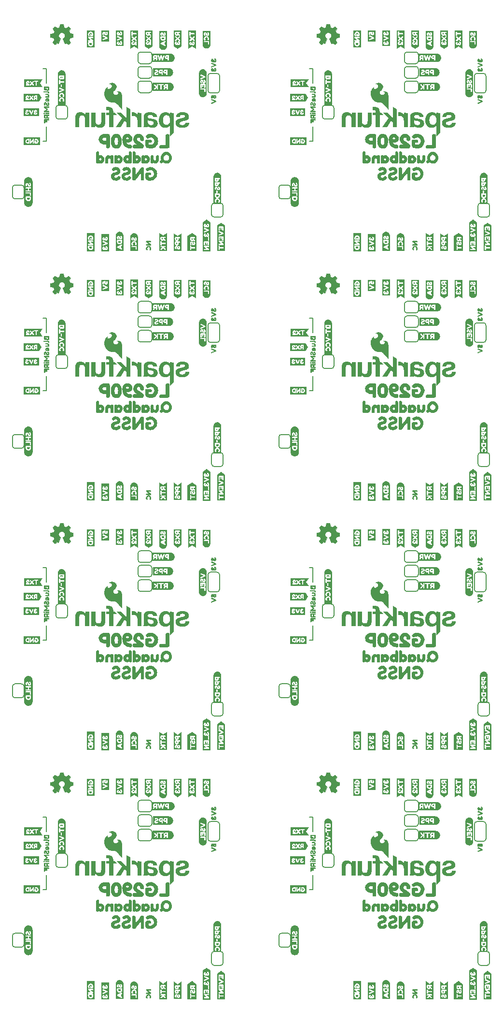
<source format=gbo>
%TF.GenerationSoftware,KiCad,Pcbnew,8.0.5*%
%TF.CreationDate,2024-10-02T11:06:20-06:00*%
%TF.ProjectId,SparkFun_GNSS_LG290P_panelized,53706172-6b46-4756-9e5f-474e53535f4c,rev?*%
%TF.SameCoordinates,Original*%
%TF.FileFunction,Legend,Bot*%
%TF.FilePolarity,Positive*%
%FSLAX46Y46*%
G04 Gerber Fmt 4.6, Leading zero omitted, Abs format (unit mm)*
G04 Created by KiCad (PCBNEW 8.0.5) date 2024-10-02 11:06:20*
%MOMM*%
%LPD*%
G01*
G04 APERTURE LIST*
%ADD10C,0.203200*%
%ADD11C,0.152400*%
%ADD12C,0.000000*%
%ADD13C,0.029494*%
G04 APERTURE END LIST*
D10*
X52951000Y162790000D02*
X52951000Y165330000D01*
X52951000Y119110000D02*
X52951000Y121650000D01*
X52951000Y75430000D02*
X52951000Y77970000D01*
X52951000Y31750000D02*
X52951000Y34290000D01*
X6223000Y162790000D02*
X6223000Y165330000D01*
X6223000Y119110000D02*
X6223000Y121650000D01*
X6223000Y75430000D02*
X6223000Y77970000D01*
X52951000Y165330000D02*
X52316000Y165330000D01*
X52951000Y121650000D02*
X52316000Y121650000D01*
X52951000Y77970000D02*
X52316000Y77970000D01*
X52951000Y34290000D02*
X52316000Y34290000D01*
X6223000Y165330000D02*
X5588000Y165330000D01*
X6223000Y121650000D02*
X5588000Y121650000D01*
X6223000Y77970000D02*
X5588000Y77970000D01*
X52951000Y155170000D02*
X52951000Y152630000D01*
X52951000Y111490000D02*
X52951000Y108950000D01*
X52951000Y67810000D02*
X52951000Y65270000D01*
X52951000Y24130000D02*
X52951000Y21590000D01*
X6223000Y155170000D02*
X6223000Y152630000D01*
X6223000Y111490000D02*
X6223000Y108950000D01*
X6223000Y67810000D02*
X6223000Y65270000D01*
X52951000Y152630000D02*
X52316000Y152630000D01*
X52951000Y108950000D02*
X52316000Y108950000D01*
X52951000Y65270000D02*
X52316000Y65270000D01*
X52951000Y21590000D02*
X52316000Y21590000D01*
X6223000Y152630000D02*
X5588000Y152630000D01*
X6223000Y108950000D02*
X5588000Y108950000D01*
X6223000Y65270000D02*
X5588000Y65270000D01*
X6223000Y21590000D02*
X5588000Y21590000D01*
X6223000Y24130000D02*
X6223000Y21590000D01*
X6223000Y34290000D02*
X5588000Y34290000D01*
X6223000Y31750000D02*
X6223000Y34290000D01*
D11*
%TO.C,JP5*%
X69003800Y161596200D02*
X69003800Y162713800D01*
X69461000Y163171000D02*
X70985000Y163171000D01*
X70985000Y161139000D02*
X69461000Y161139000D01*
X71442200Y161596200D02*
X71442200Y162713800D01*
X69003800Y162713800D02*
G75*
G02*
X69461000Y163171000I457201J-1D01*
G01*
X69461000Y161139000D02*
G75*
G02*
X69003800Y161596200I1J457201D01*
G01*
X70985000Y163171000D02*
G75*
G02*
X71442200Y162713800I0J-457200D01*
G01*
X71442200Y161596200D02*
G75*
G02*
X70985000Y161139000I-457200J0D01*
G01*
X69003800Y117916200D02*
X69003800Y119033800D01*
X69461000Y119491000D02*
X70985000Y119491000D01*
X70985000Y117459000D02*
X69461000Y117459000D01*
X71442200Y117916200D02*
X71442200Y119033800D01*
X69003800Y119033800D02*
G75*
G02*
X69461000Y119491000I457201J-1D01*
G01*
X69461000Y117459000D02*
G75*
G02*
X69003800Y117916200I1J457201D01*
G01*
X70985000Y119491000D02*
G75*
G02*
X71442200Y119033800I0J-457200D01*
G01*
X71442200Y117916200D02*
G75*
G02*
X70985000Y117459000I-457200J0D01*
G01*
X69003800Y74236200D02*
X69003800Y75353800D01*
X69461000Y75811000D02*
X70985000Y75811000D01*
X70985000Y73779000D02*
X69461000Y73779000D01*
X71442200Y74236200D02*
X71442200Y75353800D01*
X69003800Y75353800D02*
G75*
G02*
X69461000Y75811000I457201J-1D01*
G01*
X69461000Y73779000D02*
G75*
G02*
X69003800Y74236200I1J457201D01*
G01*
X70985000Y75811000D02*
G75*
G02*
X71442200Y75353800I0J-457200D01*
G01*
X71442200Y74236200D02*
G75*
G02*
X70985000Y73779000I-457200J0D01*
G01*
X69003800Y30556200D02*
X69003800Y31673800D01*
X69461000Y32131000D02*
X70985000Y32131000D01*
X70985000Y30099000D02*
X69461000Y30099000D01*
X71442200Y30556200D02*
X71442200Y31673800D01*
X69003800Y31673800D02*
G75*
G02*
X69461000Y32131000I457201J-1D01*
G01*
X69461000Y30099000D02*
G75*
G02*
X69003800Y30556200I1J457201D01*
G01*
X70985000Y32131000D02*
G75*
G02*
X71442200Y31673800I0J-457200D01*
G01*
X71442200Y30556200D02*
G75*
G02*
X70985000Y30099000I-457200J0D01*
G01*
X22275800Y161596200D02*
X22275800Y162713800D01*
X22733000Y163171000D02*
X24257000Y163171000D01*
X24257000Y161139000D02*
X22733000Y161139000D01*
X24714200Y161596200D02*
X24714200Y162713800D01*
X22275800Y162713800D02*
G75*
G02*
X22733000Y163171000I457201J-1D01*
G01*
X22733000Y161139000D02*
G75*
G02*
X22275800Y161596200I1J457201D01*
G01*
X24257000Y163171000D02*
G75*
G02*
X24714200Y162713800I0J-457200D01*
G01*
X24714200Y161596200D02*
G75*
G02*
X24257000Y161139000I-457200J0D01*
G01*
X22275800Y117916200D02*
X22275800Y119033800D01*
X22733000Y119491000D02*
X24257000Y119491000D01*
X24257000Y117459000D02*
X22733000Y117459000D01*
X24714200Y117916200D02*
X24714200Y119033800D01*
X22275800Y119033800D02*
G75*
G02*
X22733000Y119491000I457201J-1D01*
G01*
X22733000Y117459000D02*
G75*
G02*
X22275800Y117916200I1J457201D01*
G01*
X24257000Y119491000D02*
G75*
G02*
X24714200Y119033800I0J-457200D01*
G01*
X24714200Y117916200D02*
G75*
G02*
X24257000Y117459000I-457200J0D01*
G01*
X22275800Y74236200D02*
X22275800Y75353800D01*
X22733000Y75811000D02*
X24257000Y75811000D01*
X24257000Y73779000D02*
X22733000Y73779000D01*
X24714200Y74236200D02*
X24714200Y75353800D01*
X22275800Y75353800D02*
G75*
G02*
X22733000Y75811000I457201J-1D01*
G01*
X22733000Y73779000D02*
G75*
G02*
X22275800Y74236200I1J457201D01*
G01*
X24257000Y75811000D02*
G75*
G02*
X24714200Y75353800I0J-457200D01*
G01*
X24714200Y74236200D02*
G75*
G02*
X24257000Y73779000I-457200J0D01*
G01*
D12*
%TO.C,kibuzzard-66CAA9A5*%
G36*
X63920618Y170716674D02*
G01*
X63920618Y170273755D01*
X63920618Y170059163D01*
X62555382Y170059163D01*
X62555382Y170273755D01*
X62555382Y170981910D01*
X62782850Y170981910D01*
X62856240Y170922682D01*
X63357099Y170719249D01*
X62856240Y170515815D01*
X62783494Y170455300D01*
X62802163Y170360021D01*
X62863966Y170285987D01*
X62952807Y170300794D01*
X63623622Y170605944D01*
X63670618Y170650365D01*
X63688000Y170716674D01*
X63671906Y170788777D01*
X63623622Y170832554D01*
X62952807Y171137704D01*
X62863322Y171150579D01*
X62802163Y171078476D01*
X62782850Y170981910D01*
X62555382Y170981910D01*
X62555382Y171635987D01*
X62785425Y171635987D01*
X62786712Y171341137D01*
X62789288Y171296717D01*
X62801519Y171261953D01*
X62837571Y171232983D01*
X62907742Y171223970D01*
X62972120Y171232339D01*
X63006240Y171260021D01*
X63017828Y171293498D01*
X63019760Y171334700D01*
X63019760Y171532983D01*
X63088000Y171541996D01*
X63085425Y171520107D01*
X63085425Y171513670D01*
X63095511Y171435415D01*
X63125768Y171363741D01*
X63176197Y171298648D01*
X63239931Y171247146D01*
X63310103Y171216245D01*
X63386712Y171205944D01*
X63472049Y171215959D01*
X63547800Y171246001D01*
X63613966Y171296073D01*
X63665110Y171360880D01*
X63695797Y171435129D01*
X63706026Y171518820D01*
X63700393Y171588348D01*
X63683494Y171652725D01*
X63639073Y171740279D01*
X63615897Y171767318D01*
X63537356Y171816245D01*
X63449803Y171768605D01*
X63406026Y171688777D01*
X63448515Y171601223D01*
X63469116Y171526545D01*
X63449803Y171464742D01*
X63395725Y171442854D01*
X63342292Y171466030D01*
X63321047Y171522682D01*
X63339073Y171572897D01*
X63369974Y171645000D01*
X63344223Y171728691D01*
X63305597Y171785987D01*
X63268258Y171802082D01*
X62902592Y171754442D01*
X62866541Y171748004D01*
X62831133Y171733197D01*
X62797013Y171697146D01*
X62785425Y171635987D01*
X62555382Y171635987D01*
X62555382Y171816245D01*
X62555382Y172030837D01*
X63920618Y172030837D01*
X63920618Y171816245D01*
X63920618Y171518820D01*
X63920618Y170716674D01*
G37*
G36*
X63920618Y127036674D02*
G01*
X63920618Y126593755D01*
X63920618Y126379163D01*
X62555382Y126379163D01*
X62555382Y126593755D01*
X62555382Y127301910D01*
X62782850Y127301910D01*
X62856240Y127242682D01*
X63357099Y127039249D01*
X62856240Y126835815D01*
X62783494Y126775300D01*
X62802163Y126680021D01*
X62863966Y126605987D01*
X62952807Y126620794D01*
X63623622Y126925944D01*
X63670618Y126970365D01*
X63688000Y127036674D01*
X63671906Y127108777D01*
X63623622Y127152554D01*
X62952807Y127457704D01*
X62863322Y127470579D01*
X62802163Y127398476D01*
X62782850Y127301910D01*
X62555382Y127301910D01*
X62555382Y127955987D01*
X62785425Y127955987D01*
X62786712Y127661137D01*
X62789288Y127616717D01*
X62801519Y127581953D01*
X62837571Y127552983D01*
X62907742Y127543970D01*
X62972120Y127552339D01*
X63006240Y127580021D01*
X63017828Y127613498D01*
X63019760Y127654700D01*
X63019760Y127852983D01*
X63088000Y127861996D01*
X63085425Y127840107D01*
X63085425Y127833670D01*
X63095511Y127755415D01*
X63125768Y127683741D01*
X63176197Y127618648D01*
X63239931Y127567146D01*
X63310103Y127536245D01*
X63386712Y127525944D01*
X63472049Y127535959D01*
X63547800Y127566001D01*
X63613966Y127616073D01*
X63665110Y127680880D01*
X63695797Y127755129D01*
X63706026Y127838820D01*
X63700393Y127908348D01*
X63683494Y127972725D01*
X63639073Y128060279D01*
X63615897Y128087318D01*
X63537356Y128136245D01*
X63449803Y128088605D01*
X63406026Y128008777D01*
X63448515Y127921223D01*
X63469116Y127846545D01*
X63449803Y127784742D01*
X63395725Y127762854D01*
X63342292Y127786030D01*
X63321047Y127842682D01*
X63339073Y127892897D01*
X63369974Y127965000D01*
X63344223Y128048691D01*
X63305597Y128105987D01*
X63268258Y128122082D01*
X62902592Y128074442D01*
X62866541Y128068004D01*
X62831133Y128053197D01*
X62797013Y128017146D01*
X62785425Y127955987D01*
X62555382Y127955987D01*
X62555382Y128136245D01*
X62555382Y128350837D01*
X63920618Y128350837D01*
X63920618Y128136245D01*
X63920618Y127838820D01*
X63920618Y127036674D01*
G37*
G36*
X63920618Y83356674D02*
G01*
X63920618Y82913755D01*
X63920618Y82699163D01*
X62555382Y82699163D01*
X62555382Y82913755D01*
X62555382Y83621910D01*
X62782850Y83621910D01*
X62856240Y83562682D01*
X63357099Y83359249D01*
X62856240Y83155815D01*
X62783494Y83095300D01*
X62802163Y83000021D01*
X62863966Y82925987D01*
X62952807Y82940794D01*
X63623622Y83245944D01*
X63670618Y83290365D01*
X63688000Y83356674D01*
X63671906Y83428777D01*
X63623622Y83472554D01*
X62952807Y83777704D01*
X62863322Y83790579D01*
X62802163Y83718476D01*
X62782850Y83621910D01*
X62555382Y83621910D01*
X62555382Y84275987D01*
X62785425Y84275987D01*
X62786712Y83981137D01*
X62789288Y83936717D01*
X62801519Y83901953D01*
X62837571Y83872983D01*
X62907742Y83863970D01*
X62972120Y83872339D01*
X63006240Y83900021D01*
X63017828Y83933498D01*
X63019760Y83974700D01*
X63019760Y84172983D01*
X63088000Y84181996D01*
X63085425Y84160107D01*
X63085425Y84153670D01*
X63095511Y84075415D01*
X63125768Y84003741D01*
X63176197Y83938648D01*
X63239931Y83887146D01*
X63310103Y83856245D01*
X63386712Y83845944D01*
X63472049Y83855959D01*
X63547800Y83886001D01*
X63613966Y83936073D01*
X63665110Y84000880D01*
X63695797Y84075129D01*
X63706026Y84158820D01*
X63700393Y84228348D01*
X63683494Y84292725D01*
X63639073Y84380279D01*
X63615897Y84407318D01*
X63537356Y84456245D01*
X63449803Y84408605D01*
X63406026Y84328777D01*
X63448515Y84241223D01*
X63469116Y84166545D01*
X63449803Y84104742D01*
X63395725Y84082854D01*
X63342292Y84106030D01*
X63321047Y84162682D01*
X63339073Y84212897D01*
X63369974Y84285000D01*
X63344223Y84368691D01*
X63305597Y84425987D01*
X63268258Y84442082D01*
X62902592Y84394442D01*
X62866541Y84388004D01*
X62831133Y84373197D01*
X62797013Y84337146D01*
X62785425Y84275987D01*
X62555382Y84275987D01*
X62555382Y84456245D01*
X62555382Y84670837D01*
X63920618Y84670837D01*
X63920618Y84456245D01*
X63920618Y84158820D01*
X63920618Y83356674D01*
G37*
G36*
X63920618Y39676674D02*
G01*
X63920618Y39233755D01*
X63920618Y39019163D01*
X62555382Y39019163D01*
X62555382Y39233755D01*
X62555382Y39941910D01*
X62782850Y39941910D01*
X62856240Y39882682D01*
X63357099Y39679249D01*
X62856240Y39475815D01*
X62783494Y39415300D01*
X62802163Y39320021D01*
X62863966Y39245987D01*
X62952807Y39260794D01*
X63623622Y39565944D01*
X63670618Y39610365D01*
X63688000Y39676674D01*
X63671906Y39748777D01*
X63623622Y39792554D01*
X62952807Y40097704D01*
X62863322Y40110579D01*
X62802163Y40038476D01*
X62782850Y39941910D01*
X62555382Y39941910D01*
X62555382Y40595987D01*
X62785425Y40595987D01*
X62786712Y40301137D01*
X62789288Y40256717D01*
X62801519Y40221953D01*
X62837571Y40192983D01*
X62907742Y40183970D01*
X62972120Y40192339D01*
X63006240Y40220021D01*
X63017828Y40253498D01*
X63019760Y40294700D01*
X63019760Y40492983D01*
X63088000Y40501996D01*
X63085425Y40480107D01*
X63085425Y40473670D01*
X63095511Y40395415D01*
X63125768Y40323741D01*
X63176197Y40258648D01*
X63239931Y40207146D01*
X63310103Y40176245D01*
X63386712Y40165944D01*
X63472049Y40175959D01*
X63547800Y40206001D01*
X63613966Y40256073D01*
X63665110Y40320880D01*
X63695797Y40395129D01*
X63706026Y40478820D01*
X63700393Y40548348D01*
X63683494Y40612725D01*
X63639073Y40700279D01*
X63615897Y40727318D01*
X63537356Y40776245D01*
X63449803Y40728605D01*
X63406026Y40648777D01*
X63448515Y40561223D01*
X63469116Y40486545D01*
X63449803Y40424742D01*
X63395725Y40402854D01*
X63342292Y40426030D01*
X63321047Y40482682D01*
X63339073Y40532897D01*
X63369974Y40605000D01*
X63344223Y40688691D01*
X63305597Y40745987D01*
X63268258Y40762082D01*
X62902592Y40714442D01*
X62866541Y40708004D01*
X62831133Y40693197D01*
X62797013Y40657146D01*
X62785425Y40595987D01*
X62555382Y40595987D01*
X62555382Y40776245D01*
X62555382Y40990837D01*
X63920618Y40990837D01*
X63920618Y40776245D01*
X63920618Y40478820D01*
X63920618Y39676674D01*
G37*
G36*
X17192618Y170716674D02*
G01*
X17192618Y170273755D01*
X17192618Y170059163D01*
X15827382Y170059163D01*
X15827382Y170273755D01*
X15827382Y170981910D01*
X16054850Y170981910D01*
X16128240Y170922682D01*
X16629099Y170719249D01*
X16128240Y170515815D01*
X16055494Y170455300D01*
X16074163Y170360021D01*
X16135966Y170285987D01*
X16224807Y170300794D01*
X16895622Y170605944D01*
X16942618Y170650365D01*
X16960000Y170716674D01*
X16943906Y170788777D01*
X16895622Y170832554D01*
X16224807Y171137704D01*
X16135322Y171150579D01*
X16074163Y171078476D01*
X16054850Y170981910D01*
X15827382Y170981910D01*
X15827382Y171635987D01*
X16057425Y171635987D01*
X16058712Y171341137D01*
X16061288Y171296717D01*
X16073519Y171261953D01*
X16109571Y171232983D01*
X16179742Y171223970D01*
X16244120Y171232339D01*
X16278240Y171260021D01*
X16289828Y171293498D01*
X16291760Y171334700D01*
X16291760Y171532983D01*
X16360000Y171541996D01*
X16357425Y171520107D01*
X16357425Y171513670D01*
X16367511Y171435415D01*
X16397768Y171363741D01*
X16448197Y171298648D01*
X16511931Y171247146D01*
X16582103Y171216245D01*
X16658712Y171205944D01*
X16744049Y171215959D01*
X16819800Y171246001D01*
X16885966Y171296073D01*
X16937110Y171360880D01*
X16967797Y171435129D01*
X16978026Y171518820D01*
X16972393Y171588348D01*
X16955494Y171652725D01*
X16911073Y171740279D01*
X16887897Y171767318D01*
X16809356Y171816245D01*
X16721803Y171768605D01*
X16678026Y171688777D01*
X16720515Y171601223D01*
X16741116Y171526545D01*
X16721803Y171464742D01*
X16667725Y171442854D01*
X16614292Y171466030D01*
X16593047Y171522682D01*
X16611073Y171572897D01*
X16641974Y171645000D01*
X16616223Y171728691D01*
X16577597Y171785987D01*
X16540258Y171802082D01*
X16174592Y171754442D01*
X16138541Y171748004D01*
X16103133Y171733197D01*
X16069013Y171697146D01*
X16057425Y171635987D01*
X15827382Y171635987D01*
X15827382Y171816245D01*
X15827382Y172030837D01*
X17192618Y172030837D01*
X17192618Y171816245D01*
X17192618Y171518820D01*
X17192618Y170716674D01*
G37*
G36*
X17192618Y127036674D02*
G01*
X17192618Y126593755D01*
X17192618Y126379163D01*
X15827382Y126379163D01*
X15827382Y126593755D01*
X15827382Y127301910D01*
X16054850Y127301910D01*
X16128240Y127242682D01*
X16629099Y127039249D01*
X16128240Y126835815D01*
X16055494Y126775300D01*
X16074163Y126680021D01*
X16135966Y126605987D01*
X16224807Y126620794D01*
X16895622Y126925944D01*
X16942618Y126970365D01*
X16960000Y127036674D01*
X16943906Y127108777D01*
X16895622Y127152554D01*
X16224807Y127457704D01*
X16135322Y127470579D01*
X16074163Y127398476D01*
X16054850Y127301910D01*
X15827382Y127301910D01*
X15827382Y127955987D01*
X16057425Y127955987D01*
X16058712Y127661137D01*
X16061288Y127616717D01*
X16073519Y127581953D01*
X16109571Y127552983D01*
X16179742Y127543970D01*
X16244120Y127552339D01*
X16278240Y127580021D01*
X16289828Y127613498D01*
X16291760Y127654700D01*
X16291760Y127852983D01*
X16360000Y127861996D01*
X16357425Y127840107D01*
X16357425Y127833670D01*
X16367511Y127755415D01*
X16397768Y127683741D01*
X16448197Y127618648D01*
X16511931Y127567146D01*
X16582103Y127536245D01*
X16658712Y127525944D01*
X16744049Y127535959D01*
X16819800Y127566001D01*
X16885966Y127616073D01*
X16937110Y127680880D01*
X16967797Y127755129D01*
X16978026Y127838820D01*
X16972393Y127908348D01*
X16955494Y127972725D01*
X16911073Y128060279D01*
X16887897Y128087318D01*
X16809356Y128136245D01*
X16721803Y128088605D01*
X16678026Y128008777D01*
X16720515Y127921223D01*
X16741116Y127846545D01*
X16721803Y127784742D01*
X16667725Y127762854D01*
X16614292Y127786030D01*
X16593047Y127842682D01*
X16611073Y127892897D01*
X16641974Y127965000D01*
X16616223Y128048691D01*
X16577597Y128105987D01*
X16540258Y128122082D01*
X16174592Y128074442D01*
X16138541Y128068004D01*
X16103133Y128053197D01*
X16069013Y128017146D01*
X16057425Y127955987D01*
X15827382Y127955987D01*
X15827382Y128136245D01*
X15827382Y128350837D01*
X17192618Y128350837D01*
X17192618Y128136245D01*
X17192618Y127838820D01*
X17192618Y127036674D01*
G37*
G36*
X17192618Y83356674D02*
G01*
X17192618Y82913755D01*
X17192618Y82699163D01*
X15827382Y82699163D01*
X15827382Y82913755D01*
X15827382Y83621910D01*
X16054850Y83621910D01*
X16128240Y83562682D01*
X16629099Y83359249D01*
X16128240Y83155815D01*
X16055494Y83095300D01*
X16074163Y83000021D01*
X16135966Y82925987D01*
X16224807Y82940794D01*
X16895622Y83245944D01*
X16942618Y83290365D01*
X16960000Y83356674D01*
X16943906Y83428777D01*
X16895622Y83472554D01*
X16224807Y83777704D01*
X16135322Y83790579D01*
X16074163Y83718476D01*
X16054850Y83621910D01*
X15827382Y83621910D01*
X15827382Y84275987D01*
X16057425Y84275987D01*
X16058712Y83981137D01*
X16061288Y83936717D01*
X16073519Y83901953D01*
X16109571Y83872983D01*
X16179742Y83863970D01*
X16244120Y83872339D01*
X16278240Y83900021D01*
X16289828Y83933498D01*
X16291760Y83974700D01*
X16291760Y84172983D01*
X16360000Y84181996D01*
X16357425Y84160107D01*
X16357425Y84153670D01*
X16367511Y84075415D01*
X16397768Y84003741D01*
X16448197Y83938648D01*
X16511931Y83887146D01*
X16582103Y83856245D01*
X16658712Y83845944D01*
X16744049Y83855959D01*
X16819800Y83886001D01*
X16885966Y83936073D01*
X16937110Y84000880D01*
X16967797Y84075129D01*
X16978026Y84158820D01*
X16972393Y84228348D01*
X16955494Y84292725D01*
X16911073Y84380279D01*
X16887897Y84407318D01*
X16809356Y84456245D01*
X16721803Y84408605D01*
X16678026Y84328777D01*
X16720515Y84241223D01*
X16741116Y84166545D01*
X16721803Y84104742D01*
X16667725Y84082854D01*
X16614292Y84106030D01*
X16593047Y84162682D01*
X16611073Y84212897D01*
X16641974Y84285000D01*
X16616223Y84368691D01*
X16577597Y84425987D01*
X16540258Y84442082D01*
X16174592Y84394442D01*
X16138541Y84388004D01*
X16103133Y84373197D01*
X16069013Y84337146D01*
X16057425Y84275987D01*
X15827382Y84275987D01*
X15827382Y84456245D01*
X15827382Y84670837D01*
X17192618Y84670837D01*
X17192618Y84456245D01*
X17192618Y84158820D01*
X17192618Y83356674D01*
G37*
D11*
%TO.C,JP6*%
X81907000Y139803000D02*
X81907000Y141327000D01*
X82364200Y141784200D02*
X83481800Y141784200D01*
X82364200Y139345800D02*
X83481800Y139345800D01*
X83939000Y141327000D02*
X83939000Y139803000D01*
X81907000Y141327000D02*
G75*
G02*
X82364200Y141784200I457201J-1D01*
G01*
X82364200Y139345800D02*
G75*
G02*
X81907000Y139803000I0J457200D01*
G01*
X83481800Y141784200D02*
G75*
G02*
X83939000Y141327000I-1J-457201D01*
G01*
X83939000Y139803000D02*
G75*
G02*
X83481800Y139345800I-457200J0D01*
G01*
X81907000Y96123000D02*
X81907000Y97647000D01*
X82364200Y98104200D02*
X83481800Y98104200D01*
X82364200Y95665800D02*
X83481800Y95665800D01*
X83939000Y97647000D02*
X83939000Y96123000D01*
X81907000Y97647000D02*
G75*
G02*
X82364200Y98104200I457201J-1D01*
G01*
X82364200Y95665800D02*
G75*
G02*
X81907000Y96123000I0J457200D01*
G01*
X83481800Y98104200D02*
G75*
G02*
X83939000Y97647000I-1J-457201D01*
G01*
X83939000Y96123000D02*
G75*
G02*
X83481800Y95665800I-457200J0D01*
G01*
X81907000Y52443000D02*
X81907000Y53967000D01*
X82364200Y54424200D02*
X83481800Y54424200D01*
X82364200Y51985800D02*
X83481800Y51985800D01*
X83939000Y53967000D02*
X83939000Y52443000D01*
X81907000Y53967000D02*
G75*
G02*
X82364200Y54424200I457201J-1D01*
G01*
X82364200Y51985800D02*
G75*
G02*
X81907000Y52443000I0J457200D01*
G01*
X83481800Y54424200D02*
G75*
G02*
X83939000Y53967000I-1J-457201D01*
G01*
X83939000Y52443000D02*
G75*
G02*
X83481800Y51985800I-457200J0D01*
G01*
X81907000Y8763000D02*
X81907000Y10287000D01*
X82364200Y10744200D02*
X83481800Y10744200D01*
X82364200Y8305800D02*
X83481800Y8305800D01*
X83939000Y10287000D02*
X83939000Y8763000D01*
X81907000Y10287000D02*
G75*
G02*
X82364200Y10744200I457201J-1D01*
G01*
X82364200Y8305800D02*
G75*
G02*
X81907000Y8763000I0J457200D01*
G01*
X83481800Y10744200D02*
G75*
G02*
X83939000Y10287000I-1J-457201D01*
G01*
X83939000Y8763000D02*
G75*
G02*
X83481800Y8305800I-457200J0D01*
G01*
X35179000Y139803000D02*
X35179000Y141327000D01*
X35636200Y141784200D02*
X36753800Y141784200D01*
X35636200Y139345800D02*
X36753800Y139345800D01*
X37211000Y141327000D02*
X37211000Y139803000D01*
X35179000Y141327000D02*
G75*
G02*
X35636200Y141784200I457201J-1D01*
G01*
X35636200Y139345800D02*
G75*
G02*
X35179000Y139803000I0J457200D01*
G01*
X36753800Y141784200D02*
G75*
G02*
X37211000Y141327000I-1J-457201D01*
G01*
X37211000Y139803000D02*
G75*
G02*
X36753800Y139345800I-457200J0D01*
G01*
X35179000Y96123000D02*
X35179000Y97647000D01*
X35636200Y98104200D02*
X36753800Y98104200D01*
X35636200Y95665800D02*
X36753800Y95665800D01*
X37211000Y97647000D02*
X37211000Y96123000D01*
X35179000Y97647000D02*
G75*
G02*
X35636200Y98104200I457201J-1D01*
G01*
X35636200Y95665800D02*
G75*
G02*
X35179000Y96123000I0J457200D01*
G01*
X36753800Y98104200D02*
G75*
G02*
X37211000Y97647000I-1J-457201D01*
G01*
X37211000Y96123000D02*
G75*
G02*
X36753800Y95665800I-457200J0D01*
G01*
X35179000Y52443000D02*
X35179000Y53967000D01*
X35636200Y54424200D02*
X36753800Y54424200D01*
X35636200Y51985800D02*
X36753800Y51985800D01*
X37211000Y53967000D02*
X37211000Y52443000D01*
X35179000Y53967000D02*
G75*
G02*
X35636200Y54424200I457201J-1D01*
G01*
X35636200Y51985800D02*
G75*
G02*
X35179000Y52443000I0J457200D01*
G01*
X36753800Y54424200D02*
G75*
G02*
X37211000Y53967000I-1J-457201D01*
G01*
X37211000Y52443000D02*
G75*
G02*
X36753800Y51985800I-457200J0D01*
G01*
D12*
%TO.C,kibuzzard-66CB3AB2*%
G36*
X81696755Y170579045D02*
G01*
X81696755Y170069174D01*
X81696755Y169537414D01*
X81696755Y169537307D01*
X81693487Y169470777D01*
X81683713Y169404888D01*
X81667528Y169340275D01*
X81645088Y169277558D01*
X81616609Y169217344D01*
X81582364Y169160211D01*
X81542685Y169106709D01*
X81497953Y169057354D01*
X81448598Y169012622D01*
X81395096Y168972942D01*
X81337963Y168938698D01*
X81277748Y168910219D01*
X81215032Y168887778D01*
X81150419Y168871594D01*
X81084530Y168861820D01*
X81018000Y168858552D01*
X80951470Y168861820D01*
X80885581Y168871594D01*
X80820968Y168887778D01*
X80758252Y168910219D01*
X80698037Y168938698D01*
X80640904Y168972942D01*
X80587402Y169012622D01*
X80538047Y169057354D01*
X80493315Y169106709D01*
X80453636Y169160211D01*
X80419391Y169217344D01*
X80390912Y169277558D01*
X80368472Y169340275D01*
X80352287Y169404888D01*
X80342513Y169470777D01*
X80339245Y169537307D01*
X80339245Y169537414D01*
X80339245Y170067886D01*
X80568000Y170067886D01*
X80577013Y170000933D01*
X80606627Y169964882D01*
X80642034Y169952650D01*
X80686455Y169950719D01*
X81268429Y169950719D01*
X81268429Y169636556D01*
X81270361Y169599861D01*
X81280661Y169570247D01*
X81310918Y169545139D01*
X81368858Y169537414D01*
X81425511Y169545139D01*
X81456412Y169570247D01*
X81467356Y169601148D01*
X81469288Y169637843D01*
X81469288Y170069174D01*
X81460275Y170136127D01*
X81430661Y170172178D01*
X81395253Y170184410D01*
X81350833Y170186341D01*
X80685167Y170186341D01*
X80642034Y170184410D01*
X80606627Y170172178D01*
X80577013Y170136127D01*
X80568000Y170067886D01*
X80339245Y170067886D01*
X80339245Y170575182D01*
X80558987Y170575182D01*
X80566999Y170498501D01*
X80591033Y170419531D01*
X80631090Y170338273D01*
X80655554Y170303509D01*
X80682592Y170279689D01*
X80721219Y170267457D01*
X80793322Y170295783D01*
X80845468Y170344067D01*
X80862850Y170388487D01*
X80833236Y170458015D01*
X80827442Y170466384D01*
X80820361Y170477328D01*
X80813279Y170489560D01*
X80806841Y170506942D01*
X80801691Y170527543D01*
X80797185Y170553294D01*
X80795897Y170584195D01*
X80808773Y170657586D01*
X80846755Y170730333D01*
X80916927Y170787629D01*
X80965210Y170804045D01*
X81019931Y170809517D01*
X81090264Y170799700D01*
X81149330Y170770247D01*
X81194556Y170728562D01*
X81223365Y170682049D01*
X81243966Y170584195D01*
X81233343Y170516277D01*
X81201476Y170451577D01*
X81175725Y170387200D01*
X81194073Y170343423D01*
X81249116Y170297071D01*
X81323794Y170268745D01*
X81370790Y170286770D01*
X81410060Y170339560D01*
X81450117Y170415955D01*
X81474152Y170495783D01*
X81482163Y170579045D01*
X81478300Y170633605D01*
X81466712Y170691706D01*
X81445951Y170752543D01*
X81414567Y170815311D01*
X81374009Y170875665D01*
X81325725Y170929260D01*
X81266337Y170975129D01*
X81192464Y171012307D01*
X81107163Y171036931D01*
X81013494Y171045139D01*
X80923365Y171037092D01*
X80840961Y171012951D01*
X80769341Y170976255D01*
X80711562Y170930547D01*
X80664567Y170876953D01*
X80625296Y170816599D01*
X80594878Y170753509D01*
X80574438Y170691706D01*
X80562850Y170631996D01*
X80558987Y170575182D01*
X80339245Y170575182D01*
X80339245Y171423680D01*
X80553837Y171423680D01*
X80562421Y171326541D01*
X80588172Y171244567D01*
X80631090Y171177758D01*
X80697399Y171131406D01*
X80776584Y171162307D01*
X80839030Y171238273D01*
X80815210Y171324539D01*
X80802979Y171339345D01*
X80788172Y171357371D01*
X80778515Y171382479D01*
X80774009Y171424968D01*
X80790103Y171472607D01*
X80829373Y171493208D01*
X80871219Y171470676D01*
X80893751Y171419818D01*
X80909845Y171341277D01*
X80929803Y171258873D01*
X80963279Y171185966D01*
X81012206Y171129474D01*
X81082056Y171093262D01*
X81178300Y171081191D01*
X81239781Y171086663D01*
X81295468Y171103079D01*
X81382378Y171159088D01*
X81439674Y171238273D01*
X81472506Y171326470D01*
X81482163Y171412092D01*
X81476369Y171484195D01*
X81462206Y171544710D01*
X81440961Y171594281D01*
X81416498Y171634195D01*
X81391391Y171665097D01*
X81368858Y171687629D01*
X81350833Y171701792D01*
X81341820Y171709517D01*
X81258129Y171741706D01*
X81175725Y171687629D01*
X81145969Y171634124D01*
X81154552Y171578330D01*
X81201476Y171520247D01*
X81248472Y171468101D01*
X81260704Y171417242D01*
X81242034Y171341277D01*
X81182163Y171318101D01*
X81142249Y171351577D01*
X81111991Y171452650D01*
X81095414Y171513970D01*
X81077871Y171562736D01*
X81036670Y171634839D01*
X80981305Y171686341D01*
X80911777Y171717242D01*
X80828086Y171727543D01*
X80753622Y171717958D01*
X80688172Y171689202D01*
X80631734Y171641277D01*
X80588458Y171578759D01*
X80562492Y171506227D01*
X80553837Y171423680D01*
X80339245Y171423680D01*
X80339245Y171746856D01*
X80339245Y171961448D01*
X81696755Y171961448D01*
X81696755Y171746856D01*
X81696755Y171412092D01*
X81696755Y170579045D01*
G37*
G36*
X81696755Y126899045D02*
G01*
X81696755Y126389174D01*
X81696755Y125857414D01*
X81696755Y125857307D01*
X81693487Y125790777D01*
X81683713Y125724888D01*
X81667528Y125660275D01*
X81645088Y125597558D01*
X81616609Y125537344D01*
X81582364Y125480211D01*
X81542685Y125426709D01*
X81497953Y125377354D01*
X81448598Y125332622D01*
X81395096Y125292942D01*
X81337963Y125258698D01*
X81277748Y125230219D01*
X81215032Y125207778D01*
X81150419Y125191594D01*
X81084530Y125181820D01*
X81018000Y125178552D01*
X80951470Y125181820D01*
X80885581Y125191594D01*
X80820968Y125207778D01*
X80758252Y125230219D01*
X80698037Y125258698D01*
X80640904Y125292942D01*
X80587402Y125332622D01*
X80538047Y125377354D01*
X80493315Y125426709D01*
X80453636Y125480211D01*
X80419391Y125537344D01*
X80390912Y125597558D01*
X80368472Y125660275D01*
X80352287Y125724888D01*
X80342513Y125790777D01*
X80339245Y125857307D01*
X80339245Y125857414D01*
X80339245Y126387886D01*
X80568000Y126387886D01*
X80577013Y126320933D01*
X80606627Y126284882D01*
X80642034Y126272650D01*
X80686455Y126270719D01*
X81268429Y126270719D01*
X81268429Y125956556D01*
X81270361Y125919861D01*
X81280661Y125890247D01*
X81310918Y125865139D01*
X81368858Y125857414D01*
X81425511Y125865139D01*
X81456412Y125890247D01*
X81467356Y125921148D01*
X81469288Y125957843D01*
X81469288Y126389174D01*
X81460275Y126456127D01*
X81430661Y126492178D01*
X81395253Y126504410D01*
X81350833Y126506341D01*
X80685167Y126506341D01*
X80642034Y126504410D01*
X80606627Y126492178D01*
X80577013Y126456127D01*
X80568000Y126387886D01*
X80339245Y126387886D01*
X80339245Y126895182D01*
X80558987Y126895182D01*
X80566999Y126818501D01*
X80591033Y126739531D01*
X80631090Y126658273D01*
X80655554Y126623509D01*
X80682592Y126599689D01*
X80721219Y126587457D01*
X80793322Y126615783D01*
X80845468Y126664067D01*
X80862850Y126708487D01*
X80833236Y126778015D01*
X80827442Y126786384D01*
X80820361Y126797328D01*
X80813279Y126809560D01*
X80806841Y126826942D01*
X80801691Y126847543D01*
X80797185Y126873294D01*
X80795897Y126904195D01*
X80808773Y126977586D01*
X80846755Y127050333D01*
X80916927Y127107629D01*
X80965210Y127124045D01*
X81019931Y127129517D01*
X81090264Y127119700D01*
X81149330Y127090247D01*
X81194556Y127048562D01*
X81223365Y127002049D01*
X81243966Y126904195D01*
X81233343Y126836277D01*
X81201476Y126771577D01*
X81175725Y126707200D01*
X81194073Y126663423D01*
X81249116Y126617071D01*
X81323794Y126588745D01*
X81370790Y126606770D01*
X81410060Y126659560D01*
X81450117Y126735955D01*
X81474152Y126815783D01*
X81482163Y126899045D01*
X81478300Y126953605D01*
X81466712Y127011706D01*
X81445951Y127072543D01*
X81414567Y127135311D01*
X81374009Y127195665D01*
X81325725Y127249260D01*
X81266337Y127295129D01*
X81192464Y127332307D01*
X81107163Y127356931D01*
X81013494Y127365139D01*
X80923365Y127357092D01*
X80840961Y127332951D01*
X80769341Y127296255D01*
X80711562Y127250547D01*
X80664567Y127196953D01*
X80625296Y127136599D01*
X80594878Y127073509D01*
X80574438Y127011706D01*
X80562850Y126951996D01*
X80558987Y126895182D01*
X80339245Y126895182D01*
X80339245Y127743680D01*
X80553837Y127743680D01*
X80562421Y127646541D01*
X80588172Y127564567D01*
X80631090Y127497758D01*
X80697399Y127451406D01*
X80776584Y127482307D01*
X80839030Y127558273D01*
X80815210Y127644539D01*
X80802979Y127659345D01*
X80788172Y127677371D01*
X80778515Y127702479D01*
X80774009Y127744968D01*
X80790103Y127792607D01*
X80829373Y127813208D01*
X80871219Y127790676D01*
X80893751Y127739818D01*
X80909845Y127661277D01*
X80929803Y127578873D01*
X80963279Y127505966D01*
X81012206Y127449474D01*
X81082056Y127413262D01*
X81178300Y127401191D01*
X81239781Y127406663D01*
X81295468Y127423079D01*
X81382378Y127479088D01*
X81439674Y127558273D01*
X81472506Y127646470D01*
X81482163Y127732092D01*
X81476369Y127804195D01*
X81462206Y127864710D01*
X81440961Y127914281D01*
X81416498Y127954195D01*
X81391391Y127985097D01*
X81368858Y128007629D01*
X81350833Y128021792D01*
X81341820Y128029517D01*
X81258129Y128061706D01*
X81175725Y128007629D01*
X81145969Y127954124D01*
X81154552Y127898330D01*
X81201476Y127840247D01*
X81248472Y127788101D01*
X81260704Y127737242D01*
X81242034Y127661277D01*
X81182163Y127638101D01*
X81142249Y127671577D01*
X81111991Y127772650D01*
X81095414Y127833970D01*
X81077871Y127882736D01*
X81036670Y127954839D01*
X80981305Y128006341D01*
X80911777Y128037242D01*
X80828086Y128047543D01*
X80753622Y128037958D01*
X80688172Y128009202D01*
X80631734Y127961277D01*
X80588458Y127898759D01*
X80562492Y127826227D01*
X80553837Y127743680D01*
X80339245Y127743680D01*
X80339245Y128066856D01*
X80339245Y128281448D01*
X81696755Y128281448D01*
X81696755Y128066856D01*
X81696755Y127732092D01*
X81696755Y126899045D01*
G37*
G36*
X81696755Y83219045D02*
G01*
X81696755Y82709174D01*
X81696755Y82177414D01*
X81696755Y82177307D01*
X81693487Y82110777D01*
X81683713Y82044888D01*
X81667528Y81980275D01*
X81645088Y81917558D01*
X81616609Y81857344D01*
X81582364Y81800211D01*
X81542685Y81746709D01*
X81497953Y81697354D01*
X81448598Y81652622D01*
X81395096Y81612942D01*
X81337963Y81578698D01*
X81277748Y81550219D01*
X81215032Y81527778D01*
X81150419Y81511594D01*
X81084530Y81501820D01*
X81018000Y81498552D01*
X80951470Y81501820D01*
X80885581Y81511594D01*
X80820968Y81527778D01*
X80758252Y81550219D01*
X80698037Y81578698D01*
X80640904Y81612942D01*
X80587402Y81652622D01*
X80538047Y81697354D01*
X80493315Y81746709D01*
X80453636Y81800211D01*
X80419391Y81857344D01*
X80390912Y81917558D01*
X80368472Y81980275D01*
X80352287Y82044888D01*
X80342513Y82110777D01*
X80339245Y82177307D01*
X80339245Y82177414D01*
X80339245Y82707886D01*
X80568000Y82707886D01*
X80577013Y82640933D01*
X80606627Y82604882D01*
X80642034Y82592650D01*
X80686455Y82590719D01*
X81268429Y82590719D01*
X81268429Y82276556D01*
X81270361Y82239861D01*
X81280661Y82210247D01*
X81310918Y82185139D01*
X81368858Y82177414D01*
X81425511Y82185139D01*
X81456412Y82210247D01*
X81467356Y82241148D01*
X81469288Y82277843D01*
X81469288Y82709174D01*
X81460275Y82776127D01*
X81430661Y82812178D01*
X81395253Y82824410D01*
X81350833Y82826341D01*
X80685167Y82826341D01*
X80642034Y82824410D01*
X80606627Y82812178D01*
X80577013Y82776127D01*
X80568000Y82707886D01*
X80339245Y82707886D01*
X80339245Y83215182D01*
X80558987Y83215182D01*
X80566999Y83138501D01*
X80591033Y83059531D01*
X80631090Y82978273D01*
X80655554Y82943509D01*
X80682592Y82919689D01*
X80721219Y82907457D01*
X80793322Y82935783D01*
X80845468Y82984067D01*
X80862850Y83028487D01*
X80833236Y83098015D01*
X80827442Y83106384D01*
X80820361Y83117328D01*
X80813279Y83129560D01*
X80806841Y83146942D01*
X80801691Y83167543D01*
X80797185Y83193294D01*
X80795897Y83224195D01*
X80808773Y83297586D01*
X80846755Y83370333D01*
X80916927Y83427629D01*
X80965210Y83444045D01*
X81019931Y83449517D01*
X81090264Y83439700D01*
X81149330Y83410247D01*
X81194556Y83368562D01*
X81223365Y83322049D01*
X81243966Y83224195D01*
X81233343Y83156277D01*
X81201476Y83091577D01*
X81175725Y83027200D01*
X81194073Y82983423D01*
X81249116Y82937071D01*
X81323794Y82908745D01*
X81370790Y82926770D01*
X81410060Y82979560D01*
X81450117Y83055955D01*
X81474152Y83135783D01*
X81482163Y83219045D01*
X81478300Y83273605D01*
X81466712Y83331706D01*
X81445951Y83392543D01*
X81414567Y83455311D01*
X81374009Y83515665D01*
X81325725Y83569260D01*
X81266337Y83615129D01*
X81192464Y83652307D01*
X81107163Y83676931D01*
X81013494Y83685139D01*
X80923365Y83677092D01*
X80840961Y83652951D01*
X80769341Y83616255D01*
X80711562Y83570547D01*
X80664567Y83516953D01*
X80625296Y83456599D01*
X80594878Y83393509D01*
X80574438Y83331706D01*
X80562850Y83271996D01*
X80558987Y83215182D01*
X80339245Y83215182D01*
X80339245Y84063680D01*
X80553837Y84063680D01*
X80562421Y83966541D01*
X80588172Y83884567D01*
X80631090Y83817758D01*
X80697399Y83771406D01*
X80776584Y83802307D01*
X80839030Y83878273D01*
X80815210Y83964539D01*
X80802979Y83979345D01*
X80788172Y83997371D01*
X80778515Y84022479D01*
X80774009Y84064968D01*
X80790103Y84112607D01*
X80829373Y84133208D01*
X80871219Y84110676D01*
X80893751Y84059818D01*
X80909845Y83981277D01*
X80929803Y83898873D01*
X80963279Y83825966D01*
X81012206Y83769474D01*
X81082056Y83733262D01*
X81178300Y83721191D01*
X81239781Y83726663D01*
X81295468Y83743079D01*
X81382378Y83799088D01*
X81439674Y83878273D01*
X81472506Y83966470D01*
X81482163Y84052092D01*
X81476369Y84124195D01*
X81462206Y84184710D01*
X81440961Y84234281D01*
X81416498Y84274195D01*
X81391391Y84305097D01*
X81368858Y84327629D01*
X81350833Y84341792D01*
X81341820Y84349517D01*
X81258129Y84381706D01*
X81175725Y84327629D01*
X81145969Y84274124D01*
X81154552Y84218330D01*
X81201476Y84160247D01*
X81248472Y84108101D01*
X81260704Y84057242D01*
X81242034Y83981277D01*
X81182163Y83958101D01*
X81142249Y83991577D01*
X81111991Y84092650D01*
X81095414Y84153970D01*
X81077871Y84202736D01*
X81036670Y84274839D01*
X80981305Y84326341D01*
X80911777Y84357242D01*
X80828086Y84367543D01*
X80753622Y84357958D01*
X80688172Y84329202D01*
X80631734Y84281277D01*
X80588458Y84218759D01*
X80562492Y84146227D01*
X80553837Y84063680D01*
X80339245Y84063680D01*
X80339245Y84386856D01*
X80339245Y84601448D01*
X81696755Y84601448D01*
X81696755Y84386856D01*
X81696755Y84052092D01*
X81696755Y83219045D01*
G37*
G36*
X81696755Y39539045D02*
G01*
X81696755Y39029174D01*
X81696755Y38497414D01*
X81696755Y38497307D01*
X81693487Y38430777D01*
X81683713Y38364888D01*
X81667528Y38300275D01*
X81645088Y38237558D01*
X81616609Y38177344D01*
X81582364Y38120211D01*
X81542685Y38066709D01*
X81497953Y38017354D01*
X81448598Y37972622D01*
X81395096Y37932942D01*
X81337963Y37898698D01*
X81277748Y37870219D01*
X81215032Y37847778D01*
X81150419Y37831594D01*
X81084530Y37821820D01*
X81018000Y37818552D01*
X80951470Y37821820D01*
X80885581Y37831594D01*
X80820968Y37847778D01*
X80758252Y37870219D01*
X80698037Y37898698D01*
X80640904Y37932942D01*
X80587402Y37972622D01*
X80538047Y38017354D01*
X80493315Y38066709D01*
X80453636Y38120211D01*
X80419391Y38177344D01*
X80390912Y38237558D01*
X80368472Y38300275D01*
X80352287Y38364888D01*
X80342513Y38430777D01*
X80339245Y38497307D01*
X80339245Y38497414D01*
X80339245Y39027886D01*
X80568000Y39027886D01*
X80577013Y38960933D01*
X80606627Y38924882D01*
X80642034Y38912650D01*
X80686455Y38910719D01*
X81268429Y38910719D01*
X81268429Y38596556D01*
X81270361Y38559861D01*
X81280661Y38530247D01*
X81310918Y38505139D01*
X81368858Y38497414D01*
X81425511Y38505139D01*
X81456412Y38530247D01*
X81467356Y38561148D01*
X81469288Y38597843D01*
X81469288Y39029174D01*
X81460275Y39096127D01*
X81430661Y39132178D01*
X81395253Y39144410D01*
X81350833Y39146341D01*
X80685167Y39146341D01*
X80642034Y39144410D01*
X80606627Y39132178D01*
X80577013Y39096127D01*
X80568000Y39027886D01*
X80339245Y39027886D01*
X80339245Y39535182D01*
X80558987Y39535182D01*
X80566999Y39458501D01*
X80591033Y39379531D01*
X80631090Y39298273D01*
X80655554Y39263509D01*
X80682592Y39239689D01*
X80721219Y39227457D01*
X80793322Y39255783D01*
X80845468Y39304067D01*
X80862850Y39348487D01*
X80833236Y39418015D01*
X80827442Y39426384D01*
X80820361Y39437328D01*
X80813279Y39449560D01*
X80806841Y39466942D01*
X80801691Y39487543D01*
X80797185Y39513294D01*
X80795897Y39544195D01*
X80808773Y39617586D01*
X80846755Y39690333D01*
X80916927Y39747629D01*
X80965210Y39764045D01*
X81019931Y39769517D01*
X81090264Y39759700D01*
X81149330Y39730247D01*
X81194556Y39688562D01*
X81223365Y39642049D01*
X81243966Y39544195D01*
X81233343Y39476277D01*
X81201476Y39411577D01*
X81175725Y39347200D01*
X81194073Y39303423D01*
X81249116Y39257071D01*
X81323794Y39228745D01*
X81370790Y39246770D01*
X81410060Y39299560D01*
X81450117Y39375955D01*
X81474152Y39455783D01*
X81482163Y39539045D01*
X81478300Y39593605D01*
X81466712Y39651706D01*
X81445951Y39712543D01*
X81414567Y39775311D01*
X81374009Y39835665D01*
X81325725Y39889260D01*
X81266337Y39935129D01*
X81192464Y39972307D01*
X81107163Y39996931D01*
X81013494Y40005139D01*
X80923365Y39997092D01*
X80840961Y39972951D01*
X80769341Y39936255D01*
X80711562Y39890547D01*
X80664567Y39836953D01*
X80625296Y39776599D01*
X80594878Y39713509D01*
X80574438Y39651706D01*
X80562850Y39591996D01*
X80558987Y39535182D01*
X80339245Y39535182D01*
X80339245Y40383680D01*
X80553837Y40383680D01*
X80562421Y40286541D01*
X80588172Y40204567D01*
X80631090Y40137758D01*
X80697399Y40091406D01*
X80776584Y40122307D01*
X80839030Y40198273D01*
X80815210Y40284539D01*
X80802979Y40299345D01*
X80788172Y40317371D01*
X80778515Y40342479D01*
X80774009Y40384968D01*
X80790103Y40432607D01*
X80829373Y40453208D01*
X80871219Y40430676D01*
X80893751Y40379818D01*
X80909845Y40301277D01*
X80929803Y40218873D01*
X80963279Y40145966D01*
X81012206Y40089474D01*
X81082056Y40053262D01*
X81178300Y40041191D01*
X81239781Y40046663D01*
X81295468Y40063079D01*
X81382378Y40119088D01*
X81439674Y40198273D01*
X81472506Y40286470D01*
X81482163Y40372092D01*
X81476369Y40444195D01*
X81462206Y40504710D01*
X81440961Y40554281D01*
X81416498Y40594195D01*
X81391391Y40625097D01*
X81368858Y40647629D01*
X81350833Y40661792D01*
X81341820Y40669517D01*
X81258129Y40701706D01*
X81175725Y40647629D01*
X81145969Y40594124D01*
X81154552Y40538330D01*
X81201476Y40480247D01*
X81248472Y40428101D01*
X81260704Y40377242D01*
X81242034Y40301277D01*
X81182163Y40278101D01*
X81142249Y40311577D01*
X81111991Y40412650D01*
X81095414Y40473970D01*
X81077871Y40522736D01*
X81036670Y40594839D01*
X80981305Y40646341D01*
X80911777Y40677242D01*
X80828086Y40687543D01*
X80753622Y40677958D01*
X80688172Y40649202D01*
X80631734Y40601277D01*
X80588458Y40538759D01*
X80562492Y40466227D01*
X80553837Y40383680D01*
X80339245Y40383680D01*
X80339245Y40706856D01*
X80339245Y40921448D01*
X81696755Y40921448D01*
X81696755Y40706856D01*
X81696755Y40372092D01*
X81696755Y39539045D01*
G37*
G36*
X34968755Y170579045D02*
G01*
X34968755Y170069174D01*
X34968755Y169537414D01*
X34968755Y169537307D01*
X34965487Y169470777D01*
X34955713Y169404888D01*
X34939528Y169340275D01*
X34917088Y169277558D01*
X34888609Y169217344D01*
X34854364Y169160211D01*
X34814685Y169106709D01*
X34769953Y169057354D01*
X34720598Y169012622D01*
X34667096Y168972942D01*
X34609963Y168938698D01*
X34549748Y168910219D01*
X34487032Y168887778D01*
X34422419Y168871594D01*
X34356530Y168861820D01*
X34290000Y168858552D01*
X34223470Y168861820D01*
X34157581Y168871594D01*
X34092968Y168887778D01*
X34030252Y168910219D01*
X33970037Y168938698D01*
X33912904Y168972942D01*
X33859402Y169012622D01*
X33810047Y169057354D01*
X33765315Y169106709D01*
X33725636Y169160211D01*
X33691391Y169217344D01*
X33662912Y169277558D01*
X33640472Y169340275D01*
X33624287Y169404888D01*
X33614513Y169470777D01*
X33611245Y169537307D01*
X33611245Y169537414D01*
X33611245Y170067886D01*
X33840000Y170067886D01*
X33849013Y170000933D01*
X33878627Y169964882D01*
X33914034Y169952650D01*
X33958455Y169950719D01*
X34540429Y169950719D01*
X34540429Y169636556D01*
X34542361Y169599861D01*
X34552661Y169570247D01*
X34582918Y169545139D01*
X34640858Y169537414D01*
X34697511Y169545139D01*
X34728412Y169570247D01*
X34739356Y169601148D01*
X34741288Y169637843D01*
X34741288Y170069174D01*
X34732275Y170136127D01*
X34702661Y170172178D01*
X34667253Y170184410D01*
X34622833Y170186341D01*
X33957167Y170186341D01*
X33914034Y170184410D01*
X33878627Y170172178D01*
X33849013Y170136127D01*
X33840000Y170067886D01*
X33611245Y170067886D01*
X33611245Y170575182D01*
X33830987Y170575182D01*
X33838999Y170498501D01*
X33863033Y170419531D01*
X33903090Y170338273D01*
X33927554Y170303509D01*
X33954592Y170279689D01*
X33993219Y170267457D01*
X34065322Y170295783D01*
X34117468Y170344067D01*
X34134850Y170388487D01*
X34105236Y170458015D01*
X34099442Y170466384D01*
X34092361Y170477328D01*
X34085279Y170489560D01*
X34078841Y170506942D01*
X34073691Y170527543D01*
X34069185Y170553294D01*
X34067897Y170584195D01*
X34080773Y170657586D01*
X34118755Y170730333D01*
X34188927Y170787629D01*
X34237210Y170804045D01*
X34291931Y170809517D01*
X34362264Y170799700D01*
X34421330Y170770247D01*
X34466556Y170728562D01*
X34495365Y170682049D01*
X34515966Y170584195D01*
X34505343Y170516277D01*
X34473476Y170451577D01*
X34447725Y170387200D01*
X34466073Y170343423D01*
X34521116Y170297071D01*
X34595794Y170268745D01*
X34642790Y170286770D01*
X34682060Y170339560D01*
X34722117Y170415955D01*
X34746152Y170495783D01*
X34754163Y170579045D01*
X34750300Y170633605D01*
X34738712Y170691706D01*
X34717951Y170752543D01*
X34686567Y170815311D01*
X34646009Y170875665D01*
X34597725Y170929260D01*
X34538337Y170975129D01*
X34464464Y171012307D01*
X34379163Y171036931D01*
X34285494Y171045139D01*
X34195365Y171037092D01*
X34112961Y171012951D01*
X34041341Y170976255D01*
X33983562Y170930547D01*
X33936567Y170876953D01*
X33897296Y170816599D01*
X33866878Y170753509D01*
X33846438Y170691706D01*
X33834850Y170631996D01*
X33830987Y170575182D01*
X33611245Y170575182D01*
X33611245Y171423680D01*
X33825837Y171423680D01*
X33834421Y171326541D01*
X33860172Y171244567D01*
X33903090Y171177758D01*
X33969399Y171131406D01*
X34048584Y171162307D01*
X34111030Y171238273D01*
X34087210Y171324539D01*
X34074979Y171339345D01*
X34060172Y171357371D01*
X34050515Y171382479D01*
X34046009Y171424968D01*
X34062103Y171472607D01*
X34101373Y171493208D01*
X34143219Y171470676D01*
X34165751Y171419818D01*
X34181845Y171341277D01*
X34201803Y171258873D01*
X34235279Y171185966D01*
X34284206Y171129474D01*
X34354056Y171093262D01*
X34450300Y171081191D01*
X34511781Y171086663D01*
X34567468Y171103079D01*
X34654378Y171159088D01*
X34711674Y171238273D01*
X34744506Y171326470D01*
X34754163Y171412092D01*
X34748369Y171484195D01*
X34734206Y171544710D01*
X34712961Y171594281D01*
X34688498Y171634195D01*
X34663391Y171665097D01*
X34640858Y171687629D01*
X34622833Y171701792D01*
X34613820Y171709517D01*
X34530129Y171741706D01*
X34447725Y171687629D01*
X34417969Y171634124D01*
X34426552Y171578330D01*
X34473476Y171520247D01*
X34520472Y171468101D01*
X34532704Y171417242D01*
X34514034Y171341277D01*
X34454163Y171318101D01*
X34414249Y171351577D01*
X34383991Y171452650D01*
X34367414Y171513970D01*
X34349871Y171562736D01*
X34308670Y171634839D01*
X34253305Y171686341D01*
X34183777Y171717242D01*
X34100086Y171727543D01*
X34025622Y171717958D01*
X33960172Y171689202D01*
X33903734Y171641277D01*
X33860458Y171578759D01*
X33834492Y171506227D01*
X33825837Y171423680D01*
X33611245Y171423680D01*
X33611245Y171746856D01*
X33611245Y171961448D01*
X34968755Y171961448D01*
X34968755Y171746856D01*
X34968755Y171412092D01*
X34968755Y170579045D01*
G37*
G36*
X34968755Y126899045D02*
G01*
X34968755Y126389174D01*
X34968755Y125857414D01*
X34968755Y125857307D01*
X34965487Y125790777D01*
X34955713Y125724888D01*
X34939528Y125660275D01*
X34917088Y125597558D01*
X34888609Y125537344D01*
X34854364Y125480211D01*
X34814685Y125426709D01*
X34769953Y125377354D01*
X34720598Y125332622D01*
X34667096Y125292942D01*
X34609963Y125258698D01*
X34549748Y125230219D01*
X34487032Y125207778D01*
X34422419Y125191594D01*
X34356530Y125181820D01*
X34290000Y125178552D01*
X34223470Y125181820D01*
X34157581Y125191594D01*
X34092968Y125207778D01*
X34030252Y125230219D01*
X33970037Y125258698D01*
X33912904Y125292942D01*
X33859402Y125332622D01*
X33810047Y125377354D01*
X33765315Y125426709D01*
X33725636Y125480211D01*
X33691391Y125537344D01*
X33662912Y125597558D01*
X33640472Y125660275D01*
X33624287Y125724888D01*
X33614513Y125790777D01*
X33611245Y125857307D01*
X33611245Y125857414D01*
X33611245Y126387886D01*
X33840000Y126387886D01*
X33849013Y126320933D01*
X33878627Y126284882D01*
X33914034Y126272650D01*
X33958455Y126270719D01*
X34540429Y126270719D01*
X34540429Y125956556D01*
X34542361Y125919861D01*
X34552661Y125890247D01*
X34582918Y125865139D01*
X34640858Y125857414D01*
X34697511Y125865139D01*
X34728412Y125890247D01*
X34739356Y125921148D01*
X34741288Y125957843D01*
X34741288Y126389174D01*
X34732275Y126456127D01*
X34702661Y126492178D01*
X34667253Y126504410D01*
X34622833Y126506341D01*
X33957167Y126506341D01*
X33914034Y126504410D01*
X33878627Y126492178D01*
X33849013Y126456127D01*
X33840000Y126387886D01*
X33611245Y126387886D01*
X33611245Y126895182D01*
X33830987Y126895182D01*
X33838999Y126818501D01*
X33863033Y126739531D01*
X33903090Y126658273D01*
X33927554Y126623509D01*
X33954592Y126599689D01*
X33993219Y126587457D01*
X34065322Y126615783D01*
X34117468Y126664067D01*
X34134850Y126708487D01*
X34105236Y126778015D01*
X34099442Y126786384D01*
X34092361Y126797328D01*
X34085279Y126809560D01*
X34078841Y126826942D01*
X34073691Y126847543D01*
X34069185Y126873294D01*
X34067897Y126904195D01*
X34080773Y126977586D01*
X34118755Y127050333D01*
X34188927Y127107629D01*
X34237210Y127124045D01*
X34291931Y127129517D01*
X34362264Y127119700D01*
X34421330Y127090247D01*
X34466556Y127048562D01*
X34495365Y127002049D01*
X34515966Y126904195D01*
X34505343Y126836277D01*
X34473476Y126771577D01*
X34447725Y126707200D01*
X34466073Y126663423D01*
X34521116Y126617071D01*
X34595794Y126588745D01*
X34642790Y126606770D01*
X34682060Y126659560D01*
X34722117Y126735955D01*
X34746152Y126815783D01*
X34754163Y126899045D01*
X34750300Y126953605D01*
X34738712Y127011706D01*
X34717951Y127072543D01*
X34686567Y127135311D01*
X34646009Y127195665D01*
X34597725Y127249260D01*
X34538337Y127295129D01*
X34464464Y127332307D01*
X34379163Y127356931D01*
X34285494Y127365139D01*
X34195365Y127357092D01*
X34112961Y127332951D01*
X34041341Y127296255D01*
X33983562Y127250547D01*
X33936567Y127196953D01*
X33897296Y127136599D01*
X33866878Y127073509D01*
X33846438Y127011706D01*
X33834850Y126951996D01*
X33830987Y126895182D01*
X33611245Y126895182D01*
X33611245Y127743680D01*
X33825837Y127743680D01*
X33834421Y127646541D01*
X33860172Y127564567D01*
X33903090Y127497758D01*
X33969399Y127451406D01*
X34048584Y127482307D01*
X34111030Y127558273D01*
X34087210Y127644539D01*
X34074979Y127659345D01*
X34060172Y127677371D01*
X34050515Y127702479D01*
X34046009Y127744968D01*
X34062103Y127792607D01*
X34101373Y127813208D01*
X34143219Y127790676D01*
X34165751Y127739818D01*
X34181845Y127661277D01*
X34201803Y127578873D01*
X34235279Y127505966D01*
X34284206Y127449474D01*
X34354056Y127413262D01*
X34450300Y127401191D01*
X34511781Y127406663D01*
X34567468Y127423079D01*
X34654378Y127479088D01*
X34711674Y127558273D01*
X34744506Y127646470D01*
X34754163Y127732092D01*
X34748369Y127804195D01*
X34734206Y127864710D01*
X34712961Y127914281D01*
X34688498Y127954195D01*
X34663391Y127985097D01*
X34640858Y128007629D01*
X34622833Y128021792D01*
X34613820Y128029517D01*
X34530129Y128061706D01*
X34447725Y128007629D01*
X34417969Y127954124D01*
X34426552Y127898330D01*
X34473476Y127840247D01*
X34520472Y127788101D01*
X34532704Y127737242D01*
X34514034Y127661277D01*
X34454163Y127638101D01*
X34414249Y127671577D01*
X34383991Y127772650D01*
X34367414Y127833970D01*
X34349871Y127882736D01*
X34308670Y127954839D01*
X34253305Y128006341D01*
X34183777Y128037242D01*
X34100086Y128047543D01*
X34025622Y128037958D01*
X33960172Y128009202D01*
X33903734Y127961277D01*
X33860458Y127898759D01*
X33834492Y127826227D01*
X33825837Y127743680D01*
X33611245Y127743680D01*
X33611245Y128066856D01*
X33611245Y128281448D01*
X34968755Y128281448D01*
X34968755Y128066856D01*
X34968755Y127732092D01*
X34968755Y126899045D01*
G37*
G36*
X34968755Y83219045D02*
G01*
X34968755Y82709174D01*
X34968755Y82177414D01*
X34968755Y82177307D01*
X34965487Y82110777D01*
X34955713Y82044888D01*
X34939528Y81980275D01*
X34917088Y81917558D01*
X34888609Y81857344D01*
X34854364Y81800211D01*
X34814685Y81746709D01*
X34769953Y81697354D01*
X34720598Y81652622D01*
X34667096Y81612942D01*
X34609963Y81578698D01*
X34549748Y81550219D01*
X34487032Y81527778D01*
X34422419Y81511594D01*
X34356530Y81501820D01*
X34290000Y81498552D01*
X34223470Y81501820D01*
X34157581Y81511594D01*
X34092968Y81527778D01*
X34030252Y81550219D01*
X33970037Y81578698D01*
X33912904Y81612942D01*
X33859402Y81652622D01*
X33810047Y81697354D01*
X33765315Y81746709D01*
X33725636Y81800211D01*
X33691391Y81857344D01*
X33662912Y81917558D01*
X33640472Y81980275D01*
X33624287Y82044888D01*
X33614513Y82110777D01*
X33611245Y82177307D01*
X33611245Y82177414D01*
X33611245Y82707886D01*
X33840000Y82707886D01*
X33849013Y82640933D01*
X33878627Y82604882D01*
X33914034Y82592650D01*
X33958455Y82590719D01*
X34540429Y82590719D01*
X34540429Y82276556D01*
X34542361Y82239861D01*
X34552661Y82210247D01*
X34582918Y82185139D01*
X34640858Y82177414D01*
X34697511Y82185139D01*
X34728412Y82210247D01*
X34739356Y82241148D01*
X34741288Y82277843D01*
X34741288Y82709174D01*
X34732275Y82776127D01*
X34702661Y82812178D01*
X34667253Y82824410D01*
X34622833Y82826341D01*
X33957167Y82826341D01*
X33914034Y82824410D01*
X33878627Y82812178D01*
X33849013Y82776127D01*
X33840000Y82707886D01*
X33611245Y82707886D01*
X33611245Y83215182D01*
X33830987Y83215182D01*
X33838999Y83138501D01*
X33863033Y83059531D01*
X33903090Y82978273D01*
X33927554Y82943509D01*
X33954592Y82919689D01*
X33993219Y82907457D01*
X34065322Y82935783D01*
X34117468Y82984067D01*
X34134850Y83028487D01*
X34105236Y83098015D01*
X34099442Y83106384D01*
X34092361Y83117328D01*
X34085279Y83129560D01*
X34078841Y83146942D01*
X34073691Y83167543D01*
X34069185Y83193294D01*
X34067897Y83224195D01*
X34080773Y83297586D01*
X34118755Y83370333D01*
X34188927Y83427629D01*
X34237210Y83444045D01*
X34291931Y83449517D01*
X34362264Y83439700D01*
X34421330Y83410247D01*
X34466556Y83368562D01*
X34495365Y83322049D01*
X34515966Y83224195D01*
X34505343Y83156277D01*
X34473476Y83091577D01*
X34447725Y83027200D01*
X34466073Y82983423D01*
X34521116Y82937071D01*
X34595794Y82908745D01*
X34642790Y82926770D01*
X34682060Y82979560D01*
X34722117Y83055955D01*
X34746152Y83135783D01*
X34754163Y83219045D01*
X34750300Y83273605D01*
X34738712Y83331706D01*
X34717951Y83392543D01*
X34686567Y83455311D01*
X34646009Y83515665D01*
X34597725Y83569260D01*
X34538337Y83615129D01*
X34464464Y83652307D01*
X34379163Y83676931D01*
X34285494Y83685139D01*
X34195365Y83677092D01*
X34112961Y83652951D01*
X34041341Y83616255D01*
X33983562Y83570547D01*
X33936567Y83516953D01*
X33897296Y83456599D01*
X33866878Y83393509D01*
X33846438Y83331706D01*
X33834850Y83271996D01*
X33830987Y83215182D01*
X33611245Y83215182D01*
X33611245Y84063680D01*
X33825837Y84063680D01*
X33834421Y83966541D01*
X33860172Y83884567D01*
X33903090Y83817758D01*
X33969399Y83771406D01*
X34048584Y83802307D01*
X34111030Y83878273D01*
X34087210Y83964539D01*
X34074979Y83979345D01*
X34060172Y83997371D01*
X34050515Y84022479D01*
X34046009Y84064968D01*
X34062103Y84112607D01*
X34101373Y84133208D01*
X34143219Y84110676D01*
X34165751Y84059818D01*
X34181845Y83981277D01*
X34201803Y83898873D01*
X34235279Y83825966D01*
X34284206Y83769474D01*
X34354056Y83733262D01*
X34450300Y83721191D01*
X34511781Y83726663D01*
X34567468Y83743079D01*
X34654378Y83799088D01*
X34711674Y83878273D01*
X34744506Y83966470D01*
X34754163Y84052092D01*
X34748369Y84124195D01*
X34734206Y84184710D01*
X34712961Y84234281D01*
X34688498Y84274195D01*
X34663391Y84305097D01*
X34640858Y84327629D01*
X34622833Y84341792D01*
X34613820Y84349517D01*
X34530129Y84381706D01*
X34447725Y84327629D01*
X34417969Y84274124D01*
X34426552Y84218330D01*
X34473476Y84160247D01*
X34520472Y84108101D01*
X34532704Y84057242D01*
X34514034Y83981277D01*
X34454163Y83958101D01*
X34414249Y83991577D01*
X34383991Y84092650D01*
X34367414Y84153970D01*
X34349871Y84202736D01*
X34308670Y84274839D01*
X34253305Y84326341D01*
X34183777Y84357242D01*
X34100086Y84367543D01*
X34025622Y84357958D01*
X33960172Y84329202D01*
X33903734Y84281277D01*
X33860458Y84218759D01*
X33834492Y84146227D01*
X33825837Y84063680D01*
X33611245Y84063680D01*
X33611245Y84386856D01*
X33611245Y84601448D01*
X34968755Y84601448D01*
X34968755Y84386856D01*
X34968755Y84052092D01*
X34968755Y83219045D01*
G37*
%TO.C,kibuzzard-66CB39E1*%
G36*
X71233322Y135150584D02*
G01*
X71268730Y135138352D01*
X71297700Y135103588D01*
X71306712Y135037279D01*
X71297700Y134969039D01*
X71268730Y134932987D01*
X71233966Y134920755D01*
X71189545Y134918824D01*
X70831605Y134918824D01*
X71271948Y134585348D01*
X71299631Y134547365D01*
X71306712Y134481056D01*
X71297700Y134412815D01*
X71268730Y134376764D01*
X71233966Y134364532D01*
X71189545Y134362601D01*
X70525167Y134362601D01*
X70480747Y134364532D01*
X70445339Y134376764D01*
X70415725Y134412815D01*
X70406712Y134479768D01*
X70415725Y134546721D01*
X70443408Y134582773D01*
X70477528Y134595648D01*
X70520017Y134598223D01*
X70889545Y134598223D01*
X70456927Y134920112D01*
X70430532Y134943288D01*
X70414438Y134976120D01*
X70406712Y135034704D01*
X70415082Y135102300D01*
X70442764Y135137708D01*
X70476884Y135150584D01*
X70520017Y135153159D01*
X71188258Y135153159D01*
X71233322Y135150584D01*
G37*
G36*
X70944588Y134300315D02*
G01*
X71029888Y134275691D01*
X71103762Y134238513D01*
X71163150Y134192644D01*
X71211433Y134139049D01*
X71251991Y134078695D01*
X71283376Y134015927D01*
X71304137Y133955090D01*
X71315725Y133896989D01*
X71319588Y133842429D01*
X71311577Y133759167D01*
X71287542Y133679339D01*
X71247485Y133602944D01*
X71208215Y133550155D01*
X71161219Y133532129D01*
X71086541Y133560455D01*
X71031498Y133606807D01*
X71013150Y133650584D01*
X71038901Y133714961D01*
X71070768Y133779661D01*
X71081391Y133847579D01*
X71060790Y133945433D01*
X71031981Y133991946D01*
X70986755Y134033631D01*
X70927689Y134063084D01*
X70857356Y134072901D01*
X70802635Y134067429D01*
X70754352Y134051013D01*
X70684180Y133993717D01*
X70646197Y133920970D01*
X70633322Y133847579D01*
X70634609Y133816678D01*
X70639116Y133790927D01*
X70644266Y133770326D01*
X70650704Y133752944D01*
X70657785Y133740712D01*
X70664867Y133729768D01*
X70670661Y133721399D01*
X70700275Y133651871D01*
X70682893Y133607451D01*
X70630747Y133559167D01*
X70558644Y133530841D01*
X70520017Y133543073D01*
X70492979Y133566893D01*
X70468515Y133601657D01*
X70428458Y133682916D01*
X70404423Y133761886D01*
X70396412Y133838567D01*
X70400275Y133895380D01*
X70411863Y133955090D01*
X70432303Y134016893D01*
X70462721Y134079983D01*
X70501991Y134140337D01*
X70548987Y134193931D01*
X70606766Y134239639D01*
X70678386Y134276335D01*
X70760790Y134300476D01*
X70850918Y134308524D01*
X70944588Y134300315D01*
G37*
G36*
X71233322Y91470584D02*
G01*
X71268730Y91458352D01*
X71297700Y91423588D01*
X71306712Y91357279D01*
X71297700Y91289039D01*
X71268730Y91252987D01*
X71233966Y91240755D01*
X71189545Y91238824D01*
X70831605Y91238824D01*
X71271948Y90905348D01*
X71299631Y90867365D01*
X71306712Y90801056D01*
X71297700Y90732815D01*
X71268730Y90696764D01*
X71233966Y90684532D01*
X71189545Y90682601D01*
X70525167Y90682601D01*
X70480747Y90684532D01*
X70445339Y90696764D01*
X70415725Y90732815D01*
X70406712Y90799768D01*
X70415725Y90866721D01*
X70443408Y90902773D01*
X70477528Y90915648D01*
X70520017Y90918223D01*
X70889545Y90918223D01*
X70456927Y91240112D01*
X70430532Y91263288D01*
X70414438Y91296120D01*
X70406712Y91354704D01*
X70415082Y91422300D01*
X70442764Y91457708D01*
X70476884Y91470584D01*
X70520017Y91473159D01*
X71188258Y91473159D01*
X71233322Y91470584D01*
G37*
G36*
X70944588Y90620315D02*
G01*
X71029888Y90595691D01*
X71103762Y90558513D01*
X71163150Y90512644D01*
X71211433Y90459049D01*
X71251991Y90398695D01*
X71283376Y90335927D01*
X71304137Y90275090D01*
X71315725Y90216989D01*
X71319588Y90162429D01*
X71311577Y90079167D01*
X71287542Y89999339D01*
X71247485Y89922944D01*
X71208215Y89870155D01*
X71161219Y89852129D01*
X71086541Y89880455D01*
X71031498Y89926807D01*
X71013150Y89970584D01*
X71038901Y90034961D01*
X71070768Y90099661D01*
X71081391Y90167579D01*
X71060790Y90265433D01*
X71031981Y90311946D01*
X70986755Y90353631D01*
X70927689Y90383084D01*
X70857356Y90392901D01*
X70802635Y90387429D01*
X70754352Y90371013D01*
X70684180Y90313717D01*
X70646197Y90240970D01*
X70633322Y90167579D01*
X70634609Y90136678D01*
X70639116Y90110927D01*
X70644266Y90090326D01*
X70650704Y90072944D01*
X70657785Y90060712D01*
X70664867Y90049768D01*
X70670661Y90041399D01*
X70700275Y89971871D01*
X70682893Y89927451D01*
X70630747Y89879167D01*
X70558644Y89850841D01*
X70520017Y89863073D01*
X70492979Y89886893D01*
X70468515Y89921657D01*
X70428458Y90002916D01*
X70404423Y90081886D01*
X70396412Y90158567D01*
X70400275Y90215380D01*
X70411863Y90275090D01*
X70432303Y90336893D01*
X70462721Y90399983D01*
X70501991Y90460337D01*
X70548987Y90513931D01*
X70606766Y90559639D01*
X70678386Y90596335D01*
X70760790Y90620476D01*
X70850918Y90628524D01*
X70944588Y90620315D01*
G37*
G36*
X71233322Y47790584D02*
G01*
X71268730Y47778352D01*
X71297700Y47743588D01*
X71306712Y47677279D01*
X71297700Y47609039D01*
X71268730Y47572987D01*
X71233966Y47560755D01*
X71189545Y47558824D01*
X70831605Y47558824D01*
X71271948Y47225348D01*
X71299631Y47187365D01*
X71306712Y47121056D01*
X71297700Y47052815D01*
X71268730Y47016764D01*
X71233966Y47004532D01*
X71189545Y47002601D01*
X70525167Y47002601D01*
X70480747Y47004532D01*
X70445339Y47016764D01*
X70415725Y47052815D01*
X70406712Y47119768D01*
X70415725Y47186721D01*
X70443408Y47222773D01*
X70477528Y47235648D01*
X70520017Y47238223D01*
X70889545Y47238223D01*
X70456927Y47560112D01*
X70430532Y47583288D01*
X70414438Y47616120D01*
X70406712Y47674704D01*
X70415082Y47742300D01*
X70442764Y47777708D01*
X70476884Y47790584D01*
X70520017Y47793159D01*
X71188258Y47793159D01*
X71233322Y47790584D01*
G37*
G36*
X70944588Y46940315D02*
G01*
X71029888Y46915691D01*
X71103762Y46878513D01*
X71163150Y46832644D01*
X71211433Y46779049D01*
X71251991Y46718695D01*
X71283376Y46655927D01*
X71304137Y46595090D01*
X71315725Y46536989D01*
X71319588Y46482429D01*
X71311577Y46399167D01*
X71287542Y46319339D01*
X71247485Y46242944D01*
X71208215Y46190155D01*
X71161219Y46172129D01*
X71086541Y46200455D01*
X71031498Y46246807D01*
X71013150Y46290584D01*
X71038901Y46354961D01*
X71070768Y46419661D01*
X71081391Y46487579D01*
X71060790Y46585433D01*
X71031981Y46631946D01*
X70986755Y46673631D01*
X70927689Y46703084D01*
X70857356Y46712901D01*
X70802635Y46707429D01*
X70754352Y46691013D01*
X70684180Y46633717D01*
X70646197Y46560970D01*
X70633322Y46487579D01*
X70634609Y46456678D01*
X70639116Y46430927D01*
X70644266Y46410326D01*
X70650704Y46392944D01*
X70657785Y46380712D01*
X70664867Y46369768D01*
X70670661Y46361399D01*
X70700275Y46291871D01*
X70682893Y46247451D01*
X70630747Y46199167D01*
X70558644Y46170841D01*
X70520017Y46183073D01*
X70492979Y46206893D01*
X70468515Y46241657D01*
X70428458Y46322916D01*
X70404423Y46401886D01*
X70396412Y46478567D01*
X70400275Y46535380D01*
X70411863Y46595090D01*
X70432303Y46656893D01*
X70462721Y46719983D01*
X70501991Y46780337D01*
X70548987Y46833931D01*
X70606766Y46879639D01*
X70678386Y46916335D01*
X70760790Y46940476D01*
X70850918Y46948524D01*
X70944588Y46940315D01*
G37*
G36*
X71233322Y4110584D02*
G01*
X71268730Y4098352D01*
X71297700Y4063588D01*
X71306712Y3997279D01*
X71297700Y3929039D01*
X71268730Y3892987D01*
X71233966Y3880755D01*
X71189545Y3878824D01*
X70831605Y3878824D01*
X71271948Y3545348D01*
X71299631Y3507365D01*
X71306712Y3441056D01*
X71297700Y3372815D01*
X71268730Y3336764D01*
X71233966Y3324532D01*
X71189545Y3322601D01*
X70525167Y3322601D01*
X70480747Y3324532D01*
X70445339Y3336764D01*
X70415725Y3372815D01*
X70406712Y3439768D01*
X70415725Y3506721D01*
X70443408Y3542773D01*
X70477528Y3555648D01*
X70520017Y3558223D01*
X70889545Y3558223D01*
X70456927Y3880112D01*
X70430532Y3903288D01*
X70414438Y3936120D01*
X70406712Y3994704D01*
X70415082Y4062300D01*
X70442764Y4097708D01*
X70476884Y4110584D01*
X70520017Y4113159D01*
X71188258Y4113159D01*
X71233322Y4110584D01*
G37*
G36*
X70944588Y3260315D02*
G01*
X71029888Y3235691D01*
X71103762Y3198513D01*
X71163150Y3152644D01*
X71211433Y3099049D01*
X71251991Y3038695D01*
X71283376Y2975927D01*
X71304137Y2915090D01*
X71315725Y2856989D01*
X71319588Y2802429D01*
X71311577Y2719167D01*
X71287542Y2639339D01*
X71247485Y2562944D01*
X71208215Y2510155D01*
X71161219Y2492129D01*
X71086541Y2520455D01*
X71031498Y2566807D01*
X71013150Y2610584D01*
X71038901Y2674961D01*
X71070768Y2739661D01*
X71081391Y2807579D01*
X71060790Y2905433D01*
X71031981Y2951946D01*
X70986755Y2993631D01*
X70927689Y3023084D01*
X70857356Y3032901D01*
X70802635Y3027429D01*
X70754352Y3011013D01*
X70684180Y2953717D01*
X70646197Y2880970D01*
X70633322Y2807579D01*
X70634609Y2776678D01*
X70639116Y2750927D01*
X70644266Y2730326D01*
X70650704Y2712944D01*
X70657785Y2700712D01*
X70664867Y2689768D01*
X70670661Y2681399D01*
X70700275Y2611871D01*
X70682893Y2567451D01*
X70630747Y2519167D01*
X70558644Y2490841D01*
X70520017Y2503073D01*
X70492979Y2526893D01*
X70468515Y2561657D01*
X70428458Y2642916D01*
X70404423Y2721886D01*
X70396412Y2798567D01*
X70400275Y2855380D01*
X70411863Y2915090D01*
X70432303Y2976893D01*
X70462721Y3039983D01*
X70501991Y3100337D01*
X70548987Y3153931D01*
X70606766Y3199639D01*
X70678386Y3236335D01*
X70760790Y3260476D01*
X70850918Y3268524D01*
X70944588Y3260315D01*
G37*
G36*
X24505322Y135150584D02*
G01*
X24540730Y135138352D01*
X24569700Y135103588D01*
X24578712Y135037279D01*
X24569700Y134969039D01*
X24540730Y134932987D01*
X24505966Y134920755D01*
X24461545Y134918824D01*
X24103605Y134918824D01*
X24543948Y134585348D01*
X24571631Y134547365D01*
X24578712Y134481056D01*
X24569700Y134412815D01*
X24540730Y134376764D01*
X24505966Y134364532D01*
X24461545Y134362601D01*
X23797167Y134362601D01*
X23752747Y134364532D01*
X23717339Y134376764D01*
X23687725Y134412815D01*
X23678712Y134479768D01*
X23687725Y134546721D01*
X23715408Y134582773D01*
X23749528Y134595648D01*
X23792017Y134598223D01*
X24161545Y134598223D01*
X23728927Y134920112D01*
X23702532Y134943288D01*
X23686438Y134976120D01*
X23678712Y135034704D01*
X23687082Y135102300D01*
X23714764Y135137708D01*
X23748884Y135150584D01*
X23792017Y135153159D01*
X24460258Y135153159D01*
X24505322Y135150584D01*
G37*
G36*
X24216588Y134300315D02*
G01*
X24301888Y134275691D01*
X24375762Y134238513D01*
X24435150Y134192644D01*
X24483433Y134139049D01*
X24523991Y134078695D01*
X24555376Y134015927D01*
X24576137Y133955090D01*
X24587725Y133896989D01*
X24591588Y133842429D01*
X24583577Y133759167D01*
X24559542Y133679339D01*
X24519485Y133602944D01*
X24480215Y133550155D01*
X24433219Y133532129D01*
X24358541Y133560455D01*
X24303498Y133606807D01*
X24285150Y133650584D01*
X24310901Y133714961D01*
X24342768Y133779661D01*
X24353391Y133847579D01*
X24332790Y133945433D01*
X24303981Y133991946D01*
X24258755Y134033631D01*
X24199689Y134063084D01*
X24129356Y134072901D01*
X24074635Y134067429D01*
X24026352Y134051013D01*
X23956180Y133993717D01*
X23918197Y133920970D01*
X23905322Y133847579D01*
X23906609Y133816678D01*
X23911116Y133790927D01*
X23916266Y133770326D01*
X23922704Y133752944D01*
X23929785Y133740712D01*
X23936867Y133729768D01*
X23942661Y133721399D01*
X23972275Y133651871D01*
X23954893Y133607451D01*
X23902747Y133559167D01*
X23830644Y133530841D01*
X23792017Y133543073D01*
X23764979Y133566893D01*
X23740515Y133601657D01*
X23700458Y133682916D01*
X23676423Y133761886D01*
X23668412Y133838567D01*
X23672275Y133895380D01*
X23683863Y133955090D01*
X23704303Y134016893D01*
X23734721Y134079983D01*
X23773991Y134140337D01*
X23820987Y134193931D01*
X23878766Y134239639D01*
X23950386Y134276335D01*
X24032790Y134300476D01*
X24122918Y134308524D01*
X24216588Y134300315D01*
G37*
G36*
X24505322Y91470584D02*
G01*
X24540730Y91458352D01*
X24569700Y91423588D01*
X24578712Y91357279D01*
X24569700Y91289039D01*
X24540730Y91252987D01*
X24505966Y91240755D01*
X24461545Y91238824D01*
X24103605Y91238824D01*
X24543948Y90905348D01*
X24571631Y90867365D01*
X24578712Y90801056D01*
X24569700Y90732815D01*
X24540730Y90696764D01*
X24505966Y90684532D01*
X24461545Y90682601D01*
X23797167Y90682601D01*
X23752747Y90684532D01*
X23717339Y90696764D01*
X23687725Y90732815D01*
X23678712Y90799768D01*
X23687725Y90866721D01*
X23715408Y90902773D01*
X23749528Y90915648D01*
X23792017Y90918223D01*
X24161545Y90918223D01*
X23728927Y91240112D01*
X23702532Y91263288D01*
X23686438Y91296120D01*
X23678712Y91354704D01*
X23687082Y91422300D01*
X23714764Y91457708D01*
X23748884Y91470584D01*
X23792017Y91473159D01*
X24460258Y91473159D01*
X24505322Y91470584D01*
G37*
G36*
X24216588Y90620315D02*
G01*
X24301888Y90595691D01*
X24375762Y90558513D01*
X24435150Y90512644D01*
X24483433Y90459049D01*
X24523991Y90398695D01*
X24555376Y90335927D01*
X24576137Y90275090D01*
X24587725Y90216989D01*
X24591588Y90162429D01*
X24583577Y90079167D01*
X24559542Y89999339D01*
X24519485Y89922944D01*
X24480215Y89870155D01*
X24433219Y89852129D01*
X24358541Y89880455D01*
X24303498Y89926807D01*
X24285150Y89970584D01*
X24310901Y90034961D01*
X24342768Y90099661D01*
X24353391Y90167579D01*
X24332790Y90265433D01*
X24303981Y90311946D01*
X24258755Y90353631D01*
X24199689Y90383084D01*
X24129356Y90392901D01*
X24074635Y90387429D01*
X24026352Y90371013D01*
X23956180Y90313717D01*
X23918197Y90240970D01*
X23905322Y90167579D01*
X23906609Y90136678D01*
X23911116Y90110927D01*
X23916266Y90090326D01*
X23922704Y90072944D01*
X23929785Y90060712D01*
X23936867Y90049768D01*
X23942661Y90041399D01*
X23972275Y89971871D01*
X23954893Y89927451D01*
X23902747Y89879167D01*
X23830644Y89850841D01*
X23792017Y89863073D01*
X23764979Y89886893D01*
X23740515Y89921657D01*
X23700458Y90002916D01*
X23676423Y90081886D01*
X23668412Y90158567D01*
X23672275Y90215380D01*
X23683863Y90275090D01*
X23704303Y90336893D01*
X23734721Y90399983D01*
X23773991Y90460337D01*
X23820987Y90513931D01*
X23878766Y90559639D01*
X23950386Y90596335D01*
X24032790Y90620476D01*
X24122918Y90628524D01*
X24216588Y90620315D01*
G37*
G36*
X24505322Y47790584D02*
G01*
X24540730Y47778352D01*
X24569700Y47743588D01*
X24578712Y47677279D01*
X24569700Y47609039D01*
X24540730Y47572987D01*
X24505966Y47560755D01*
X24461545Y47558824D01*
X24103605Y47558824D01*
X24543948Y47225348D01*
X24571631Y47187365D01*
X24578712Y47121056D01*
X24569700Y47052815D01*
X24540730Y47016764D01*
X24505966Y47004532D01*
X24461545Y47002601D01*
X23797167Y47002601D01*
X23752747Y47004532D01*
X23717339Y47016764D01*
X23687725Y47052815D01*
X23678712Y47119768D01*
X23687725Y47186721D01*
X23715408Y47222773D01*
X23749528Y47235648D01*
X23792017Y47238223D01*
X24161545Y47238223D01*
X23728927Y47560112D01*
X23702532Y47583288D01*
X23686438Y47616120D01*
X23678712Y47674704D01*
X23687082Y47742300D01*
X23714764Y47777708D01*
X23748884Y47790584D01*
X23792017Y47793159D01*
X24460258Y47793159D01*
X24505322Y47790584D01*
G37*
G36*
X24216588Y46940315D02*
G01*
X24301888Y46915691D01*
X24375762Y46878513D01*
X24435150Y46832644D01*
X24483433Y46779049D01*
X24523991Y46718695D01*
X24555376Y46655927D01*
X24576137Y46595090D01*
X24587725Y46536989D01*
X24591588Y46482429D01*
X24583577Y46399167D01*
X24559542Y46319339D01*
X24519485Y46242944D01*
X24480215Y46190155D01*
X24433219Y46172129D01*
X24358541Y46200455D01*
X24303498Y46246807D01*
X24285150Y46290584D01*
X24310901Y46354961D01*
X24342768Y46419661D01*
X24353391Y46487579D01*
X24332790Y46585433D01*
X24303981Y46631946D01*
X24258755Y46673631D01*
X24199689Y46703084D01*
X24129356Y46712901D01*
X24074635Y46707429D01*
X24026352Y46691013D01*
X23956180Y46633717D01*
X23918197Y46560970D01*
X23905322Y46487579D01*
X23906609Y46456678D01*
X23911116Y46430927D01*
X23916266Y46410326D01*
X23922704Y46392944D01*
X23929785Y46380712D01*
X23936867Y46369768D01*
X23942661Y46361399D01*
X23972275Y46291871D01*
X23954893Y46247451D01*
X23902747Y46199167D01*
X23830644Y46170841D01*
X23792017Y46183073D01*
X23764979Y46206893D01*
X23740515Y46241657D01*
X23700458Y46322916D01*
X23676423Y46401886D01*
X23668412Y46478567D01*
X23672275Y46535380D01*
X23683863Y46595090D01*
X23704303Y46656893D01*
X23734721Y46719983D01*
X23773991Y46780337D01*
X23820987Y46833931D01*
X23878766Y46879639D01*
X23950386Y46916335D01*
X24032790Y46940476D01*
X24122918Y46948524D01*
X24216588Y46940315D01*
G37*
%TO.C,kibuzzard-66CB3899*%
G36*
X70831605Y171429599D02*
G01*
X70808429Y171367797D01*
X70737614Y171338183D01*
X70670661Y171365866D01*
X70643622Y171432175D01*
X70643622Y171571230D01*
X70831605Y171571230D01*
X70831605Y171429599D01*
G37*
G36*
X71539330Y170336466D02*
G01*
X71539330Y170051917D01*
X71539330Y169467368D01*
X71539330Y169252775D01*
X70858000Y168798555D01*
X70176670Y169252775D01*
X70176670Y169467368D01*
X70176670Y169834320D01*
X70395124Y169834320D01*
X70406140Y169745479D01*
X70439187Y169666080D01*
X70494266Y169596123D01*
X70565082Y169541760D01*
X70645339Y169509142D01*
X70735039Y169498269D01*
X70800060Y169504546D01*
X70861219Y169523376D01*
X70915940Y169552507D01*
X70961648Y169589685D01*
X71029245Y169668226D01*
X71074953Y169745479D01*
X71074953Y169584535D01*
X71077528Y169540114D01*
X71090403Y169505351D01*
X71126455Y169476381D01*
X71194695Y169467368D01*
X71261004Y169476381D01*
X71296412Y169505994D01*
X71309288Y169542690D01*
X71311863Y169587110D01*
X71311863Y170051917D01*
X71276455Y170134320D01*
X71192120Y170169084D01*
X71126777Y170157496D01*
X71067227Y170122732D01*
X71021358Y170077990D01*
X70973880Y170015866D01*
X70929620Y169947947D01*
X70893408Y169885823D01*
X70857356Y169829975D01*
X70813579Y169780887D01*
X70765296Y169746606D01*
X70715725Y169735179D01*
X70681605Y169739685D01*
X70648129Y169768011D01*
X70630747Y169833033D01*
X70657464Y169908355D01*
X70737614Y169933462D01*
X70778815Y169935393D01*
X70811648Y169947625D01*
X70838687Y169983677D01*
X70847056Y170051917D01*
X70838043Y170118870D01*
X70808429Y170154921D01*
X70773021Y170167153D01*
X70728601Y170169084D01*
X70646340Y170158784D01*
X70569516Y170127883D01*
X70498129Y170076381D01*
X70440904Y170008283D01*
X70406569Y169927597D01*
X70395124Y169834320D01*
X70176670Y169834320D01*
X70176670Y170926166D01*
X70393193Y170926166D01*
X70446627Y170847625D01*
X70684824Y170630029D01*
X70446627Y170413720D01*
X70393193Y170335179D01*
X70438901Y170247625D01*
X70522592Y170197411D01*
X70604996Y170241187D01*
X70858644Y170472947D01*
X71112292Y170242475D01*
X71195339Y170198054D01*
X71277099Y170248913D01*
X71322807Y170336466D01*
X71269373Y170415007D01*
X71032464Y170630029D01*
X71269373Y170846338D01*
X71322807Y170924878D01*
X71277099Y171012432D01*
X71195339Y171063290D01*
X71112292Y171018870D01*
X70858644Y170788398D01*
X70604996Y171020157D01*
X70522592Y171063290D01*
X70438901Y171013720D01*
X70393193Y170926166D01*
X70176670Y170926166D01*
X70176670Y171688398D01*
X70408000Y171688398D01*
X70408000Y171429599D01*
X70413150Y171377293D01*
X70428601Y171323376D01*
X70453708Y171269621D01*
X70487828Y171217797D01*
X70533376Y171171606D01*
X70592764Y171134750D01*
X70662453Y171110608D01*
X70738901Y171102561D01*
X70835325Y171115150D01*
X70918587Y171152918D01*
X70988687Y171215866D01*
X71112292Y171123162D01*
X71201133Y171088398D01*
X71277099Y171150200D01*
X71312506Y171241617D01*
X71252635Y171313720D01*
X71065940Y171451488D01*
X71065940Y171571230D01*
X71190833Y171571230D01*
X71235253Y171573162D01*
X71270017Y171585393D01*
X71298987Y171621445D01*
X71308000Y171689685D01*
X71298987Y171756638D01*
X71269373Y171792690D01*
X71233966Y171804921D01*
X71189545Y171806853D01*
X70525167Y171806853D01*
X70482034Y171804921D01*
X70446627Y171792690D01*
X70417013Y171756638D01*
X70408000Y171688398D01*
X70176670Y171688398D01*
X70176670Y171806853D01*
X70176670Y172021445D01*
X71539330Y172021445D01*
X71539330Y171806853D01*
X71539330Y171241617D01*
X71539330Y170336466D01*
G37*
G36*
X70831605Y127749599D02*
G01*
X70808429Y127687797D01*
X70737614Y127658183D01*
X70670661Y127685866D01*
X70643622Y127752175D01*
X70643622Y127891230D01*
X70831605Y127891230D01*
X70831605Y127749599D01*
G37*
G36*
X71539330Y126656466D02*
G01*
X71539330Y126371917D01*
X71539330Y125787368D01*
X71539330Y125572775D01*
X70858000Y125118555D01*
X70176670Y125572775D01*
X70176670Y125787368D01*
X70176670Y126154320D01*
X70395124Y126154320D01*
X70406140Y126065479D01*
X70439187Y125986080D01*
X70494266Y125916123D01*
X70565082Y125861760D01*
X70645339Y125829142D01*
X70735039Y125818269D01*
X70800060Y125824546D01*
X70861219Y125843376D01*
X70915940Y125872507D01*
X70961648Y125909685D01*
X71029245Y125988226D01*
X71074953Y126065479D01*
X71074953Y125904535D01*
X71077528Y125860114D01*
X71090403Y125825351D01*
X71126455Y125796381D01*
X71194695Y125787368D01*
X71261004Y125796381D01*
X71296412Y125825994D01*
X71309288Y125862690D01*
X71311863Y125907110D01*
X71311863Y126371917D01*
X71276455Y126454320D01*
X71192120Y126489084D01*
X71126777Y126477496D01*
X71067227Y126442732D01*
X71021358Y126397990D01*
X70973880Y126335866D01*
X70929620Y126267947D01*
X70893408Y126205823D01*
X70857356Y126149975D01*
X70813579Y126100887D01*
X70765296Y126066606D01*
X70715725Y126055179D01*
X70681605Y126059685D01*
X70648129Y126088011D01*
X70630747Y126153033D01*
X70657464Y126228355D01*
X70737614Y126253462D01*
X70778815Y126255393D01*
X70811648Y126267625D01*
X70838687Y126303677D01*
X70847056Y126371917D01*
X70838043Y126438870D01*
X70808429Y126474921D01*
X70773021Y126487153D01*
X70728601Y126489084D01*
X70646340Y126478784D01*
X70569516Y126447883D01*
X70498129Y126396381D01*
X70440904Y126328283D01*
X70406569Y126247597D01*
X70395124Y126154320D01*
X70176670Y126154320D01*
X70176670Y127246166D01*
X70393193Y127246166D01*
X70446627Y127167625D01*
X70684824Y126950029D01*
X70446627Y126733720D01*
X70393193Y126655179D01*
X70438901Y126567625D01*
X70522592Y126517411D01*
X70604996Y126561187D01*
X70858644Y126792947D01*
X71112292Y126562475D01*
X71195339Y126518054D01*
X71277099Y126568913D01*
X71322807Y126656466D01*
X71269373Y126735007D01*
X71032464Y126950029D01*
X71269373Y127166338D01*
X71322807Y127244878D01*
X71277099Y127332432D01*
X71195339Y127383290D01*
X71112292Y127338870D01*
X70858644Y127108398D01*
X70604996Y127340157D01*
X70522592Y127383290D01*
X70438901Y127333720D01*
X70393193Y127246166D01*
X70176670Y127246166D01*
X70176670Y128008398D01*
X70408000Y128008398D01*
X70408000Y127749599D01*
X70413150Y127697293D01*
X70428601Y127643376D01*
X70453708Y127589621D01*
X70487828Y127537797D01*
X70533376Y127491606D01*
X70592764Y127454750D01*
X70662453Y127430608D01*
X70738901Y127422561D01*
X70835325Y127435150D01*
X70918587Y127472918D01*
X70988687Y127535866D01*
X71112292Y127443162D01*
X71201133Y127408398D01*
X71277099Y127470200D01*
X71312506Y127561617D01*
X71252635Y127633720D01*
X71065940Y127771488D01*
X71065940Y127891230D01*
X71190833Y127891230D01*
X71235253Y127893162D01*
X71270017Y127905393D01*
X71298987Y127941445D01*
X71308000Y128009685D01*
X71298987Y128076638D01*
X71269373Y128112690D01*
X71233966Y128124921D01*
X71189545Y128126853D01*
X70525167Y128126853D01*
X70482034Y128124921D01*
X70446627Y128112690D01*
X70417013Y128076638D01*
X70408000Y128008398D01*
X70176670Y128008398D01*
X70176670Y128126853D01*
X70176670Y128341445D01*
X71539330Y128341445D01*
X71539330Y128126853D01*
X71539330Y127561617D01*
X71539330Y126656466D01*
G37*
G36*
X70831605Y84069599D02*
G01*
X70808429Y84007797D01*
X70737614Y83978183D01*
X70670661Y84005866D01*
X70643622Y84072175D01*
X70643622Y84211230D01*
X70831605Y84211230D01*
X70831605Y84069599D01*
G37*
G36*
X71539330Y82976466D02*
G01*
X71539330Y82691917D01*
X71539330Y82107368D01*
X71539330Y81892775D01*
X70858000Y81438555D01*
X70176670Y81892775D01*
X70176670Y82107368D01*
X70176670Y82474320D01*
X70395124Y82474320D01*
X70406140Y82385479D01*
X70439187Y82306080D01*
X70494266Y82236123D01*
X70565082Y82181760D01*
X70645339Y82149142D01*
X70735039Y82138269D01*
X70800060Y82144546D01*
X70861219Y82163376D01*
X70915940Y82192507D01*
X70961648Y82229685D01*
X71029245Y82308226D01*
X71074953Y82385479D01*
X71074953Y82224535D01*
X71077528Y82180114D01*
X71090403Y82145351D01*
X71126455Y82116381D01*
X71194695Y82107368D01*
X71261004Y82116381D01*
X71296412Y82145994D01*
X71309288Y82182690D01*
X71311863Y82227110D01*
X71311863Y82691917D01*
X71276455Y82774320D01*
X71192120Y82809084D01*
X71126777Y82797496D01*
X71067227Y82762732D01*
X71021358Y82717990D01*
X70973880Y82655866D01*
X70929620Y82587947D01*
X70893408Y82525823D01*
X70857356Y82469975D01*
X70813579Y82420887D01*
X70765296Y82386606D01*
X70715725Y82375179D01*
X70681605Y82379685D01*
X70648129Y82408011D01*
X70630747Y82473033D01*
X70657464Y82548355D01*
X70737614Y82573462D01*
X70778815Y82575393D01*
X70811648Y82587625D01*
X70838687Y82623677D01*
X70847056Y82691917D01*
X70838043Y82758870D01*
X70808429Y82794921D01*
X70773021Y82807153D01*
X70728601Y82809084D01*
X70646340Y82798784D01*
X70569516Y82767883D01*
X70498129Y82716381D01*
X70440904Y82648283D01*
X70406569Y82567597D01*
X70395124Y82474320D01*
X70176670Y82474320D01*
X70176670Y83566166D01*
X70393193Y83566166D01*
X70446627Y83487625D01*
X70684824Y83270029D01*
X70446627Y83053720D01*
X70393193Y82975179D01*
X70438901Y82887625D01*
X70522592Y82837411D01*
X70604996Y82881187D01*
X70858644Y83112947D01*
X71112292Y82882475D01*
X71195339Y82838054D01*
X71277099Y82888913D01*
X71322807Y82976466D01*
X71269373Y83055007D01*
X71032464Y83270029D01*
X71269373Y83486338D01*
X71322807Y83564878D01*
X71277099Y83652432D01*
X71195339Y83703290D01*
X71112292Y83658870D01*
X70858644Y83428398D01*
X70604996Y83660157D01*
X70522592Y83703290D01*
X70438901Y83653720D01*
X70393193Y83566166D01*
X70176670Y83566166D01*
X70176670Y84328398D01*
X70408000Y84328398D01*
X70408000Y84069599D01*
X70413150Y84017293D01*
X70428601Y83963376D01*
X70453708Y83909621D01*
X70487828Y83857797D01*
X70533376Y83811606D01*
X70592764Y83774750D01*
X70662453Y83750608D01*
X70738901Y83742561D01*
X70835325Y83755150D01*
X70918587Y83792918D01*
X70988687Y83855866D01*
X71112292Y83763162D01*
X71201133Y83728398D01*
X71277099Y83790200D01*
X71312506Y83881617D01*
X71252635Y83953720D01*
X71065940Y84091488D01*
X71065940Y84211230D01*
X71190833Y84211230D01*
X71235253Y84213162D01*
X71270017Y84225393D01*
X71298987Y84261445D01*
X71308000Y84329685D01*
X71298987Y84396638D01*
X71269373Y84432690D01*
X71233966Y84444921D01*
X71189545Y84446853D01*
X70525167Y84446853D01*
X70482034Y84444921D01*
X70446627Y84432690D01*
X70417013Y84396638D01*
X70408000Y84328398D01*
X70176670Y84328398D01*
X70176670Y84446853D01*
X70176670Y84661445D01*
X71539330Y84661445D01*
X71539330Y84446853D01*
X71539330Y83881617D01*
X71539330Y82976466D01*
G37*
G36*
X70831605Y40389599D02*
G01*
X70808429Y40327797D01*
X70737614Y40298183D01*
X70670661Y40325866D01*
X70643622Y40392175D01*
X70643622Y40531230D01*
X70831605Y40531230D01*
X70831605Y40389599D01*
G37*
G36*
X71539330Y39296466D02*
G01*
X71539330Y39011917D01*
X71539330Y38427368D01*
X71539330Y38212775D01*
X70858000Y37758555D01*
X70176670Y38212775D01*
X70176670Y38427368D01*
X70176670Y38794320D01*
X70395124Y38794320D01*
X70406140Y38705479D01*
X70439187Y38626080D01*
X70494266Y38556123D01*
X70565082Y38501760D01*
X70645339Y38469142D01*
X70735039Y38458269D01*
X70800060Y38464546D01*
X70861219Y38483376D01*
X70915940Y38512507D01*
X70961648Y38549685D01*
X71029245Y38628226D01*
X71074953Y38705479D01*
X71074953Y38544535D01*
X71077528Y38500114D01*
X71090403Y38465351D01*
X71126455Y38436381D01*
X71194695Y38427368D01*
X71261004Y38436381D01*
X71296412Y38465994D01*
X71309288Y38502690D01*
X71311863Y38547110D01*
X71311863Y39011917D01*
X71276455Y39094320D01*
X71192120Y39129084D01*
X71126777Y39117496D01*
X71067227Y39082732D01*
X71021358Y39037990D01*
X70973880Y38975866D01*
X70929620Y38907947D01*
X70893408Y38845823D01*
X70857356Y38789975D01*
X70813579Y38740887D01*
X70765296Y38706606D01*
X70715725Y38695179D01*
X70681605Y38699685D01*
X70648129Y38728011D01*
X70630747Y38793033D01*
X70657464Y38868355D01*
X70737614Y38893462D01*
X70778815Y38895393D01*
X70811648Y38907625D01*
X70838687Y38943677D01*
X70847056Y39011917D01*
X70838043Y39078870D01*
X70808429Y39114921D01*
X70773021Y39127153D01*
X70728601Y39129084D01*
X70646340Y39118784D01*
X70569516Y39087883D01*
X70498129Y39036381D01*
X70440904Y38968283D01*
X70406569Y38887597D01*
X70395124Y38794320D01*
X70176670Y38794320D01*
X70176670Y39886166D01*
X70393193Y39886166D01*
X70446627Y39807625D01*
X70684824Y39590029D01*
X70446627Y39373720D01*
X70393193Y39295179D01*
X70438901Y39207625D01*
X70522592Y39157411D01*
X70604996Y39201187D01*
X70858644Y39432947D01*
X71112292Y39202475D01*
X71195339Y39158054D01*
X71277099Y39208913D01*
X71322807Y39296466D01*
X71269373Y39375007D01*
X71032464Y39590029D01*
X71269373Y39806338D01*
X71322807Y39884878D01*
X71277099Y39972432D01*
X71195339Y40023290D01*
X71112292Y39978870D01*
X70858644Y39748398D01*
X70604996Y39980157D01*
X70522592Y40023290D01*
X70438901Y39973720D01*
X70393193Y39886166D01*
X70176670Y39886166D01*
X70176670Y40648398D01*
X70408000Y40648398D01*
X70408000Y40389599D01*
X70413150Y40337293D01*
X70428601Y40283376D01*
X70453708Y40229621D01*
X70487828Y40177797D01*
X70533376Y40131606D01*
X70592764Y40094750D01*
X70662453Y40070608D01*
X70738901Y40062561D01*
X70835325Y40075150D01*
X70918587Y40112918D01*
X70988687Y40175866D01*
X71112292Y40083162D01*
X71201133Y40048398D01*
X71277099Y40110200D01*
X71312506Y40201617D01*
X71252635Y40273720D01*
X71065940Y40411488D01*
X71065940Y40531230D01*
X71190833Y40531230D01*
X71235253Y40533162D01*
X71270017Y40545393D01*
X71298987Y40581445D01*
X71308000Y40649685D01*
X71298987Y40716638D01*
X71269373Y40752690D01*
X71233966Y40764921D01*
X71189545Y40766853D01*
X70525167Y40766853D01*
X70482034Y40764921D01*
X70446627Y40752690D01*
X70417013Y40716638D01*
X70408000Y40648398D01*
X70176670Y40648398D01*
X70176670Y40766853D01*
X70176670Y40981445D01*
X71539330Y40981445D01*
X71539330Y40766853D01*
X71539330Y40201617D01*
X71539330Y39296466D01*
G37*
G36*
X24103605Y171429599D02*
G01*
X24080429Y171367797D01*
X24009614Y171338183D01*
X23942661Y171365866D01*
X23915622Y171432175D01*
X23915622Y171571230D01*
X24103605Y171571230D01*
X24103605Y171429599D01*
G37*
G36*
X24811330Y170336466D02*
G01*
X24811330Y170051917D01*
X24811330Y169467368D01*
X24811330Y169252775D01*
X24130000Y168798555D01*
X23448670Y169252775D01*
X23448670Y169467368D01*
X23448670Y169834320D01*
X23667124Y169834320D01*
X23678140Y169745479D01*
X23711187Y169666080D01*
X23766266Y169596123D01*
X23837082Y169541760D01*
X23917339Y169509142D01*
X24007039Y169498269D01*
X24072060Y169504546D01*
X24133219Y169523376D01*
X24187940Y169552507D01*
X24233648Y169589685D01*
X24301245Y169668226D01*
X24346953Y169745479D01*
X24346953Y169584535D01*
X24349528Y169540114D01*
X24362403Y169505351D01*
X24398455Y169476381D01*
X24466695Y169467368D01*
X24533004Y169476381D01*
X24568412Y169505994D01*
X24581288Y169542690D01*
X24583863Y169587110D01*
X24583863Y170051917D01*
X24548455Y170134320D01*
X24464120Y170169084D01*
X24398777Y170157496D01*
X24339227Y170122732D01*
X24293358Y170077990D01*
X24245880Y170015866D01*
X24201620Y169947947D01*
X24165408Y169885823D01*
X24129356Y169829975D01*
X24085579Y169780887D01*
X24037296Y169746606D01*
X23987725Y169735179D01*
X23953605Y169739685D01*
X23920129Y169768011D01*
X23902747Y169833033D01*
X23929464Y169908355D01*
X24009614Y169933462D01*
X24050815Y169935393D01*
X24083648Y169947625D01*
X24110687Y169983677D01*
X24119056Y170051917D01*
X24110043Y170118870D01*
X24080429Y170154921D01*
X24045021Y170167153D01*
X24000601Y170169084D01*
X23918340Y170158784D01*
X23841516Y170127883D01*
X23770129Y170076381D01*
X23712904Y170008283D01*
X23678569Y169927597D01*
X23667124Y169834320D01*
X23448670Y169834320D01*
X23448670Y170926166D01*
X23665193Y170926166D01*
X23718627Y170847625D01*
X23956824Y170630029D01*
X23718627Y170413720D01*
X23665193Y170335179D01*
X23710901Y170247625D01*
X23794592Y170197411D01*
X23876996Y170241187D01*
X24130644Y170472947D01*
X24384292Y170242475D01*
X24467339Y170198054D01*
X24549099Y170248913D01*
X24594807Y170336466D01*
X24541373Y170415007D01*
X24304464Y170630029D01*
X24541373Y170846338D01*
X24594807Y170924878D01*
X24549099Y171012432D01*
X24467339Y171063290D01*
X24384292Y171018870D01*
X24130644Y170788398D01*
X23876996Y171020157D01*
X23794592Y171063290D01*
X23710901Y171013720D01*
X23665193Y170926166D01*
X23448670Y170926166D01*
X23448670Y171688398D01*
X23680000Y171688398D01*
X23680000Y171429599D01*
X23685150Y171377293D01*
X23700601Y171323376D01*
X23725708Y171269621D01*
X23759828Y171217797D01*
X23805376Y171171606D01*
X23864764Y171134750D01*
X23934453Y171110608D01*
X24010901Y171102561D01*
X24107325Y171115150D01*
X24190587Y171152918D01*
X24260687Y171215866D01*
X24384292Y171123162D01*
X24473133Y171088398D01*
X24549099Y171150200D01*
X24584506Y171241617D01*
X24524635Y171313720D01*
X24337940Y171451488D01*
X24337940Y171571230D01*
X24462833Y171571230D01*
X24507253Y171573162D01*
X24542017Y171585393D01*
X24570987Y171621445D01*
X24580000Y171689685D01*
X24570987Y171756638D01*
X24541373Y171792690D01*
X24505966Y171804921D01*
X24461545Y171806853D01*
X23797167Y171806853D01*
X23754034Y171804921D01*
X23718627Y171792690D01*
X23689013Y171756638D01*
X23680000Y171688398D01*
X23448670Y171688398D01*
X23448670Y171806853D01*
X23448670Y172021445D01*
X24811330Y172021445D01*
X24811330Y171806853D01*
X24811330Y171241617D01*
X24811330Y170336466D01*
G37*
G36*
X24103605Y127749599D02*
G01*
X24080429Y127687797D01*
X24009614Y127658183D01*
X23942661Y127685866D01*
X23915622Y127752175D01*
X23915622Y127891230D01*
X24103605Y127891230D01*
X24103605Y127749599D01*
G37*
G36*
X24811330Y126656466D02*
G01*
X24811330Y126371917D01*
X24811330Y125787368D01*
X24811330Y125572775D01*
X24130000Y125118555D01*
X23448670Y125572775D01*
X23448670Y125787368D01*
X23448670Y126154320D01*
X23667124Y126154320D01*
X23678140Y126065479D01*
X23711187Y125986080D01*
X23766266Y125916123D01*
X23837082Y125861760D01*
X23917339Y125829142D01*
X24007039Y125818269D01*
X24072060Y125824546D01*
X24133219Y125843376D01*
X24187940Y125872507D01*
X24233648Y125909685D01*
X24301245Y125988226D01*
X24346953Y126065479D01*
X24346953Y125904535D01*
X24349528Y125860114D01*
X24362403Y125825351D01*
X24398455Y125796381D01*
X24466695Y125787368D01*
X24533004Y125796381D01*
X24568412Y125825994D01*
X24581288Y125862690D01*
X24583863Y125907110D01*
X24583863Y126371917D01*
X24548455Y126454320D01*
X24464120Y126489084D01*
X24398777Y126477496D01*
X24339227Y126442732D01*
X24293358Y126397990D01*
X24245880Y126335866D01*
X24201620Y126267947D01*
X24165408Y126205823D01*
X24129356Y126149975D01*
X24085579Y126100887D01*
X24037296Y126066606D01*
X23987725Y126055179D01*
X23953605Y126059685D01*
X23920129Y126088011D01*
X23902747Y126153033D01*
X23929464Y126228355D01*
X24009614Y126253462D01*
X24050815Y126255393D01*
X24083648Y126267625D01*
X24110687Y126303677D01*
X24119056Y126371917D01*
X24110043Y126438870D01*
X24080429Y126474921D01*
X24045021Y126487153D01*
X24000601Y126489084D01*
X23918340Y126478784D01*
X23841516Y126447883D01*
X23770129Y126396381D01*
X23712904Y126328283D01*
X23678569Y126247597D01*
X23667124Y126154320D01*
X23448670Y126154320D01*
X23448670Y127246166D01*
X23665193Y127246166D01*
X23718627Y127167625D01*
X23956824Y126950029D01*
X23718627Y126733720D01*
X23665193Y126655179D01*
X23710901Y126567625D01*
X23794592Y126517411D01*
X23876996Y126561187D01*
X24130644Y126792947D01*
X24384292Y126562475D01*
X24467339Y126518054D01*
X24549099Y126568913D01*
X24594807Y126656466D01*
X24541373Y126735007D01*
X24304464Y126950029D01*
X24541373Y127166338D01*
X24594807Y127244878D01*
X24549099Y127332432D01*
X24467339Y127383290D01*
X24384292Y127338870D01*
X24130644Y127108398D01*
X23876996Y127340157D01*
X23794592Y127383290D01*
X23710901Y127333720D01*
X23665193Y127246166D01*
X23448670Y127246166D01*
X23448670Y128008398D01*
X23680000Y128008398D01*
X23680000Y127749599D01*
X23685150Y127697293D01*
X23700601Y127643376D01*
X23725708Y127589621D01*
X23759828Y127537797D01*
X23805376Y127491606D01*
X23864764Y127454750D01*
X23934453Y127430608D01*
X24010901Y127422561D01*
X24107325Y127435150D01*
X24190587Y127472918D01*
X24260687Y127535866D01*
X24384292Y127443162D01*
X24473133Y127408398D01*
X24549099Y127470200D01*
X24584506Y127561617D01*
X24524635Y127633720D01*
X24337940Y127771488D01*
X24337940Y127891230D01*
X24462833Y127891230D01*
X24507253Y127893162D01*
X24542017Y127905393D01*
X24570987Y127941445D01*
X24580000Y128009685D01*
X24570987Y128076638D01*
X24541373Y128112690D01*
X24505966Y128124921D01*
X24461545Y128126853D01*
X23797167Y128126853D01*
X23754034Y128124921D01*
X23718627Y128112690D01*
X23689013Y128076638D01*
X23680000Y128008398D01*
X23448670Y128008398D01*
X23448670Y128126853D01*
X23448670Y128341445D01*
X24811330Y128341445D01*
X24811330Y128126853D01*
X24811330Y127561617D01*
X24811330Y126656466D01*
G37*
G36*
X24103605Y84069599D02*
G01*
X24080429Y84007797D01*
X24009614Y83978183D01*
X23942661Y84005866D01*
X23915622Y84072175D01*
X23915622Y84211230D01*
X24103605Y84211230D01*
X24103605Y84069599D01*
G37*
G36*
X24811330Y82976466D02*
G01*
X24811330Y82691917D01*
X24811330Y82107368D01*
X24811330Y81892775D01*
X24130000Y81438555D01*
X23448670Y81892775D01*
X23448670Y82107368D01*
X23448670Y82474320D01*
X23667124Y82474320D01*
X23678140Y82385479D01*
X23711187Y82306080D01*
X23766266Y82236123D01*
X23837082Y82181760D01*
X23917339Y82149142D01*
X24007039Y82138269D01*
X24072060Y82144546D01*
X24133219Y82163376D01*
X24187940Y82192507D01*
X24233648Y82229685D01*
X24301245Y82308226D01*
X24346953Y82385479D01*
X24346953Y82224535D01*
X24349528Y82180114D01*
X24362403Y82145351D01*
X24398455Y82116381D01*
X24466695Y82107368D01*
X24533004Y82116381D01*
X24568412Y82145994D01*
X24581288Y82182690D01*
X24583863Y82227110D01*
X24583863Y82691917D01*
X24548455Y82774320D01*
X24464120Y82809084D01*
X24398777Y82797496D01*
X24339227Y82762732D01*
X24293358Y82717990D01*
X24245880Y82655866D01*
X24201620Y82587947D01*
X24165408Y82525823D01*
X24129356Y82469975D01*
X24085579Y82420887D01*
X24037296Y82386606D01*
X23987725Y82375179D01*
X23953605Y82379685D01*
X23920129Y82408011D01*
X23902747Y82473033D01*
X23929464Y82548355D01*
X24009614Y82573462D01*
X24050815Y82575393D01*
X24083648Y82587625D01*
X24110687Y82623677D01*
X24119056Y82691917D01*
X24110043Y82758870D01*
X24080429Y82794921D01*
X24045021Y82807153D01*
X24000601Y82809084D01*
X23918340Y82798784D01*
X23841516Y82767883D01*
X23770129Y82716381D01*
X23712904Y82648283D01*
X23678569Y82567597D01*
X23667124Y82474320D01*
X23448670Y82474320D01*
X23448670Y83566166D01*
X23665193Y83566166D01*
X23718627Y83487625D01*
X23956824Y83270029D01*
X23718627Y83053720D01*
X23665193Y82975179D01*
X23710901Y82887625D01*
X23794592Y82837411D01*
X23876996Y82881187D01*
X24130644Y83112947D01*
X24384292Y82882475D01*
X24467339Y82838054D01*
X24549099Y82888913D01*
X24594807Y82976466D01*
X24541373Y83055007D01*
X24304464Y83270029D01*
X24541373Y83486338D01*
X24594807Y83564878D01*
X24549099Y83652432D01*
X24467339Y83703290D01*
X24384292Y83658870D01*
X24130644Y83428398D01*
X23876996Y83660157D01*
X23794592Y83703290D01*
X23710901Y83653720D01*
X23665193Y83566166D01*
X23448670Y83566166D01*
X23448670Y84328398D01*
X23680000Y84328398D01*
X23680000Y84069599D01*
X23685150Y84017293D01*
X23700601Y83963376D01*
X23725708Y83909621D01*
X23759828Y83857797D01*
X23805376Y83811606D01*
X23864764Y83774750D01*
X23934453Y83750608D01*
X24010901Y83742561D01*
X24107325Y83755150D01*
X24190587Y83792918D01*
X24260687Y83855866D01*
X24384292Y83763162D01*
X24473133Y83728398D01*
X24549099Y83790200D01*
X24584506Y83881617D01*
X24524635Y83953720D01*
X24337940Y84091488D01*
X24337940Y84211230D01*
X24462833Y84211230D01*
X24507253Y84213162D01*
X24542017Y84225393D01*
X24570987Y84261445D01*
X24580000Y84329685D01*
X24570987Y84396638D01*
X24541373Y84432690D01*
X24505966Y84444921D01*
X24461545Y84446853D01*
X23797167Y84446853D01*
X23754034Y84444921D01*
X23718627Y84432690D01*
X23689013Y84396638D01*
X23680000Y84328398D01*
X23448670Y84328398D01*
X23448670Y84446853D01*
X23448670Y84661445D01*
X24811330Y84661445D01*
X24811330Y84446853D01*
X24811330Y83881617D01*
X24811330Y82976466D01*
G37*
%TO.C,kibuzzard-66CB829C*%
G36*
X81063687Y163078412D02*
G01*
X81063687Y162563391D01*
X81063687Y161771545D01*
X81063687Y161239785D01*
X81063687Y161025193D01*
X81060409Y160958474D01*
X81050607Y160892398D01*
X81034377Y160827600D01*
X81011873Y160764706D01*
X80983312Y160704320D01*
X80948970Y160647024D01*
X80909178Y160593370D01*
X80864318Y160543875D01*
X80814823Y160499015D01*
X80761169Y160459223D01*
X80703873Y160424881D01*
X80643488Y160396321D01*
X80580593Y160373817D01*
X80515795Y160357586D01*
X80449719Y160347784D01*
X80383000Y160344506D01*
X80316281Y160347784D01*
X80250205Y160357586D01*
X80185407Y160373817D01*
X80122512Y160396321D01*
X80062127Y160424881D01*
X80004831Y160459223D01*
X79951177Y160499015D01*
X79901682Y160543875D01*
X79856822Y160593370D01*
X79817030Y160647024D01*
X79782688Y160704320D01*
X79754127Y160764706D01*
X79731623Y160827600D01*
X79715393Y160892398D01*
X79705591Y160958474D01*
X79702313Y161025193D01*
X79702313Y161239785D01*
X79702313Y161770258D01*
X79934931Y161770258D01*
X79943944Y161703305D01*
X79973558Y161667253D01*
X80008966Y161655021D01*
X80053386Y161653090D01*
X80635361Y161653090D01*
X80635361Y161338927D01*
X80637292Y161302232D01*
X80647592Y161272618D01*
X80677850Y161247511D01*
X80735790Y161239785D01*
X80792442Y161247511D01*
X80823343Y161272618D01*
X80834288Y161303519D01*
X80836219Y161340215D01*
X80836219Y161771545D01*
X80827206Y161838498D01*
X80797592Y161874549D01*
X80762185Y161886781D01*
X80717764Y161888712D01*
X80052099Y161888712D01*
X80008966Y161886781D01*
X79973558Y161874549D01*
X79943944Y161838498D01*
X79934931Y161770258D01*
X79702313Y161770258D01*
X79702313Y162559528D01*
X79934931Y162559528D01*
X79934931Y162088283D01*
X79936863Y162043863D01*
X79949094Y162009099D01*
X79985146Y161980129D01*
X80053386Y161971116D01*
X80120339Y161980129D01*
X80156391Y162009742D01*
X80168622Y162045150D01*
X80170554Y162089571D01*
X80170554Y162444936D01*
X80285146Y162444936D01*
X80285146Y162206738D01*
X80287077Y162164893D01*
X80297378Y162133991D01*
X80328279Y162109528D01*
X80386863Y162102446D01*
X80444159Y162109528D01*
X80473773Y162134635D01*
X80484073Y162166824D01*
X80486004Y162209313D01*
X80486004Y162444936D01*
X80600597Y162444936D01*
X80600597Y162088283D01*
X80602528Y162043863D01*
X80614760Y162009099D01*
X80650811Y161980129D01*
X80719052Y161971116D01*
X80786004Y161980129D01*
X80822056Y162009742D01*
X80834288Y162045150D01*
X80836219Y162089571D01*
X80836219Y162563391D01*
X80827206Y162630343D01*
X80797592Y162666395D01*
X80762185Y162678627D01*
X80717764Y162680558D01*
X80052099Y162680558D01*
X79960039Y162654163D01*
X79934931Y162559528D01*
X79702313Y162559528D01*
X79702313Y163090000D01*
X79920768Y163090000D01*
X79929352Y162992861D01*
X79955103Y162910887D01*
X79998021Y162844077D01*
X80064330Y162797725D01*
X80143515Y162828627D01*
X80205961Y162904592D01*
X80182142Y162990858D01*
X80169910Y163005665D01*
X80155103Y163023691D01*
X80145446Y163048798D01*
X80140940Y163091288D01*
X80157034Y163138927D01*
X80196305Y163159528D01*
X80238150Y163136996D01*
X80260682Y163086137D01*
X80276777Y163007597D01*
X80296734Y162925193D01*
X80330210Y162852285D01*
X80379137Y162795794D01*
X80448987Y162759582D01*
X80545232Y162747511D01*
X80606712Y162752983D01*
X80662399Y162769399D01*
X80749309Y162825408D01*
X80806605Y162904592D01*
X80839438Y162992790D01*
X80849094Y163078412D01*
X80843300Y163150515D01*
X80829137Y163211030D01*
X80807893Y163260601D01*
X80783429Y163300515D01*
X80758322Y163331416D01*
X80735790Y163353949D01*
X80717764Y163368112D01*
X80708751Y163375837D01*
X80625060Y163408026D01*
X80542657Y163353949D01*
X80512900Y163300443D01*
X80521484Y163244650D01*
X80568408Y163186567D01*
X80615403Y163134421D01*
X80627635Y163083562D01*
X80608966Y163007597D01*
X80549094Y162984421D01*
X80509180Y163017897D01*
X80478923Y163118970D01*
X80462345Y163180290D01*
X80444803Y163229056D01*
X80403601Y163301159D01*
X80348236Y163352661D01*
X80278708Y163383562D01*
X80195017Y163393863D01*
X80120554Y163384278D01*
X80055103Y163355522D01*
X79998665Y163307597D01*
X79955389Y163245079D01*
X79929423Y163172547D01*
X79920768Y163090000D01*
X79702313Y163090000D01*
X79702313Y164158670D01*
X79929781Y164158670D01*
X80003172Y164099442D01*
X80504030Y163896009D01*
X80003172Y163692575D01*
X79930425Y163632060D01*
X79949094Y163536781D01*
X80010897Y163462747D01*
X80099738Y163477554D01*
X80770554Y163782704D01*
X80817549Y163827124D01*
X80834931Y163893433D01*
X80818837Y163965536D01*
X80770554Y164009313D01*
X80099738Y164314464D01*
X80010253Y164327339D01*
X79949094Y164255236D01*
X79929781Y164158670D01*
X79702313Y164158670D01*
X79702313Y164340215D01*
X79702313Y164554807D01*
X79705591Y164621526D01*
X79715393Y164687602D01*
X79731623Y164752400D01*
X79754127Y164815294D01*
X79782688Y164875680D01*
X79817030Y164932976D01*
X79856822Y164986630D01*
X79901682Y165036125D01*
X79951177Y165080985D01*
X80004831Y165120777D01*
X80062127Y165155119D01*
X80122512Y165183679D01*
X80185407Y165206183D01*
X80250205Y165222414D01*
X80316281Y165232216D01*
X80383000Y165235494D01*
X80449719Y165232216D01*
X80515795Y165222414D01*
X80580593Y165206183D01*
X80643488Y165183679D01*
X80703873Y165155119D01*
X80761169Y165120777D01*
X80814823Y165080985D01*
X80864318Y165036125D01*
X80909178Y164986630D01*
X80948970Y164932976D01*
X80983312Y164875680D01*
X81011873Y164815294D01*
X81034377Y164752400D01*
X81050607Y164687602D01*
X81060409Y164621526D01*
X81063687Y164554807D01*
X81063687Y164340215D01*
X81063687Y163893433D01*
X81063687Y163078412D01*
G37*
G36*
X81063687Y119398412D02*
G01*
X81063687Y118883391D01*
X81063687Y118091545D01*
X81063687Y117559785D01*
X81063687Y117345193D01*
X81060409Y117278474D01*
X81050607Y117212398D01*
X81034377Y117147600D01*
X81011873Y117084706D01*
X80983312Y117024320D01*
X80948970Y116967024D01*
X80909178Y116913370D01*
X80864318Y116863875D01*
X80814823Y116819015D01*
X80761169Y116779223D01*
X80703873Y116744881D01*
X80643488Y116716321D01*
X80580593Y116693817D01*
X80515795Y116677586D01*
X80449719Y116667784D01*
X80383000Y116664506D01*
X80316281Y116667784D01*
X80250205Y116677586D01*
X80185407Y116693817D01*
X80122512Y116716321D01*
X80062127Y116744881D01*
X80004831Y116779223D01*
X79951177Y116819015D01*
X79901682Y116863875D01*
X79856822Y116913370D01*
X79817030Y116967024D01*
X79782688Y117024320D01*
X79754127Y117084706D01*
X79731623Y117147600D01*
X79715393Y117212398D01*
X79705591Y117278474D01*
X79702313Y117345193D01*
X79702313Y117559785D01*
X79702313Y118090258D01*
X79934931Y118090258D01*
X79943944Y118023305D01*
X79973558Y117987253D01*
X80008966Y117975021D01*
X80053386Y117973090D01*
X80635361Y117973090D01*
X80635361Y117658927D01*
X80637292Y117622232D01*
X80647592Y117592618D01*
X80677850Y117567511D01*
X80735790Y117559785D01*
X80792442Y117567511D01*
X80823343Y117592618D01*
X80834288Y117623519D01*
X80836219Y117660215D01*
X80836219Y118091545D01*
X80827206Y118158498D01*
X80797592Y118194549D01*
X80762185Y118206781D01*
X80717764Y118208712D01*
X80052099Y118208712D01*
X80008966Y118206781D01*
X79973558Y118194549D01*
X79943944Y118158498D01*
X79934931Y118090258D01*
X79702313Y118090258D01*
X79702313Y118879528D01*
X79934931Y118879528D01*
X79934931Y118408283D01*
X79936863Y118363863D01*
X79949094Y118329099D01*
X79985146Y118300129D01*
X80053386Y118291116D01*
X80120339Y118300129D01*
X80156391Y118329742D01*
X80168622Y118365150D01*
X80170554Y118409571D01*
X80170554Y118764936D01*
X80285146Y118764936D01*
X80285146Y118526738D01*
X80287077Y118484893D01*
X80297378Y118453991D01*
X80328279Y118429528D01*
X80386863Y118422446D01*
X80444159Y118429528D01*
X80473773Y118454635D01*
X80484073Y118486824D01*
X80486004Y118529313D01*
X80486004Y118764936D01*
X80600597Y118764936D01*
X80600597Y118408283D01*
X80602528Y118363863D01*
X80614760Y118329099D01*
X80650811Y118300129D01*
X80719052Y118291116D01*
X80786004Y118300129D01*
X80822056Y118329742D01*
X80834288Y118365150D01*
X80836219Y118409571D01*
X80836219Y118883391D01*
X80827206Y118950343D01*
X80797592Y118986395D01*
X80762185Y118998627D01*
X80717764Y119000558D01*
X80052099Y119000558D01*
X79960039Y118974163D01*
X79934931Y118879528D01*
X79702313Y118879528D01*
X79702313Y119410000D01*
X79920768Y119410000D01*
X79929352Y119312861D01*
X79955103Y119230887D01*
X79998021Y119164077D01*
X80064330Y119117725D01*
X80143515Y119148627D01*
X80205961Y119224592D01*
X80182142Y119310858D01*
X80169910Y119325665D01*
X80155103Y119343691D01*
X80145446Y119368798D01*
X80140940Y119411288D01*
X80157034Y119458927D01*
X80196305Y119479528D01*
X80238150Y119456996D01*
X80260682Y119406137D01*
X80276777Y119327597D01*
X80296734Y119245193D01*
X80330210Y119172285D01*
X80379137Y119115794D01*
X80448987Y119079582D01*
X80545232Y119067511D01*
X80606712Y119072983D01*
X80662399Y119089399D01*
X80749309Y119145408D01*
X80806605Y119224592D01*
X80839438Y119312790D01*
X80849094Y119398412D01*
X80843300Y119470515D01*
X80829137Y119531030D01*
X80807893Y119580601D01*
X80783429Y119620515D01*
X80758322Y119651416D01*
X80735790Y119673949D01*
X80717764Y119688112D01*
X80708751Y119695837D01*
X80625060Y119728026D01*
X80542657Y119673949D01*
X80512900Y119620443D01*
X80521484Y119564650D01*
X80568408Y119506567D01*
X80615403Y119454421D01*
X80627635Y119403562D01*
X80608966Y119327597D01*
X80549094Y119304421D01*
X80509180Y119337897D01*
X80478923Y119438970D01*
X80462345Y119500290D01*
X80444803Y119549056D01*
X80403601Y119621159D01*
X80348236Y119672661D01*
X80278708Y119703562D01*
X80195017Y119713863D01*
X80120554Y119704278D01*
X80055103Y119675522D01*
X79998665Y119627597D01*
X79955389Y119565079D01*
X79929423Y119492547D01*
X79920768Y119410000D01*
X79702313Y119410000D01*
X79702313Y120478670D01*
X79929781Y120478670D01*
X80003172Y120419442D01*
X80504030Y120216009D01*
X80003172Y120012575D01*
X79930425Y119952060D01*
X79949094Y119856781D01*
X80010897Y119782747D01*
X80099738Y119797554D01*
X80770554Y120102704D01*
X80817549Y120147124D01*
X80834931Y120213433D01*
X80818837Y120285536D01*
X80770554Y120329313D01*
X80099738Y120634464D01*
X80010253Y120647339D01*
X79949094Y120575236D01*
X79929781Y120478670D01*
X79702313Y120478670D01*
X79702313Y120660215D01*
X79702313Y120874807D01*
X79705591Y120941526D01*
X79715393Y121007602D01*
X79731623Y121072400D01*
X79754127Y121135294D01*
X79782688Y121195680D01*
X79817030Y121252976D01*
X79856822Y121306630D01*
X79901682Y121356125D01*
X79951177Y121400985D01*
X80004831Y121440777D01*
X80062127Y121475119D01*
X80122512Y121503679D01*
X80185407Y121526183D01*
X80250205Y121542414D01*
X80316281Y121552216D01*
X80383000Y121555494D01*
X80449719Y121552216D01*
X80515795Y121542414D01*
X80580593Y121526183D01*
X80643488Y121503679D01*
X80703873Y121475119D01*
X80761169Y121440777D01*
X80814823Y121400985D01*
X80864318Y121356125D01*
X80909178Y121306630D01*
X80948970Y121252976D01*
X80983312Y121195680D01*
X81011873Y121135294D01*
X81034377Y121072400D01*
X81050607Y121007602D01*
X81060409Y120941526D01*
X81063687Y120874807D01*
X81063687Y120660215D01*
X81063687Y120213433D01*
X81063687Y119398412D01*
G37*
G36*
X81063687Y75718412D02*
G01*
X81063687Y75203391D01*
X81063687Y74411545D01*
X81063687Y73879785D01*
X81063687Y73665193D01*
X81060409Y73598474D01*
X81050607Y73532398D01*
X81034377Y73467600D01*
X81011873Y73404706D01*
X80983312Y73344320D01*
X80948970Y73287024D01*
X80909178Y73233370D01*
X80864318Y73183875D01*
X80814823Y73139015D01*
X80761169Y73099223D01*
X80703873Y73064881D01*
X80643488Y73036321D01*
X80580593Y73013817D01*
X80515795Y72997586D01*
X80449719Y72987784D01*
X80383000Y72984506D01*
X80316281Y72987784D01*
X80250205Y72997586D01*
X80185407Y73013817D01*
X80122512Y73036321D01*
X80062127Y73064881D01*
X80004831Y73099223D01*
X79951177Y73139015D01*
X79901682Y73183875D01*
X79856822Y73233370D01*
X79817030Y73287024D01*
X79782688Y73344320D01*
X79754127Y73404706D01*
X79731623Y73467600D01*
X79715393Y73532398D01*
X79705591Y73598474D01*
X79702313Y73665193D01*
X79702313Y73879785D01*
X79702313Y74410258D01*
X79934931Y74410258D01*
X79943944Y74343305D01*
X79973558Y74307253D01*
X80008966Y74295021D01*
X80053386Y74293090D01*
X80635361Y74293090D01*
X80635361Y73978927D01*
X80637292Y73942232D01*
X80647592Y73912618D01*
X80677850Y73887511D01*
X80735790Y73879785D01*
X80792442Y73887511D01*
X80823343Y73912618D01*
X80834288Y73943519D01*
X80836219Y73980215D01*
X80836219Y74411545D01*
X80827206Y74478498D01*
X80797592Y74514549D01*
X80762185Y74526781D01*
X80717764Y74528712D01*
X80052099Y74528712D01*
X80008966Y74526781D01*
X79973558Y74514549D01*
X79943944Y74478498D01*
X79934931Y74410258D01*
X79702313Y74410258D01*
X79702313Y75199528D01*
X79934931Y75199528D01*
X79934931Y74728283D01*
X79936863Y74683863D01*
X79949094Y74649099D01*
X79985146Y74620129D01*
X80053386Y74611116D01*
X80120339Y74620129D01*
X80156391Y74649742D01*
X80168622Y74685150D01*
X80170554Y74729571D01*
X80170554Y75084936D01*
X80285146Y75084936D01*
X80285146Y74846738D01*
X80287077Y74804893D01*
X80297378Y74773991D01*
X80328279Y74749528D01*
X80386863Y74742446D01*
X80444159Y74749528D01*
X80473773Y74774635D01*
X80484073Y74806824D01*
X80486004Y74849313D01*
X80486004Y75084936D01*
X80600597Y75084936D01*
X80600597Y74728283D01*
X80602528Y74683863D01*
X80614760Y74649099D01*
X80650811Y74620129D01*
X80719052Y74611116D01*
X80786004Y74620129D01*
X80822056Y74649742D01*
X80834288Y74685150D01*
X80836219Y74729571D01*
X80836219Y75203391D01*
X80827206Y75270343D01*
X80797592Y75306395D01*
X80762185Y75318627D01*
X80717764Y75320558D01*
X80052099Y75320558D01*
X79960039Y75294163D01*
X79934931Y75199528D01*
X79702313Y75199528D01*
X79702313Y75730000D01*
X79920768Y75730000D01*
X79929352Y75632861D01*
X79955103Y75550887D01*
X79998021Y75484077D01*
X80064330Y75437725D01*
X80143515Y75468627D01*
X80205961Y75544592D01*
X80182142Y75630858D01*
X80169910Y75645665D01*
X80155103Y75663691D01*
X80145446Y75688798D01*
X80140940Y75731288D01*
X80157034Y75778927D01*
X80196305Y75799528D01*
X80238150Y75776996D01*
X80260682Y75726137D01*
X80276777Y75647597D01*
X80296734Y75565193D01*
X80330210Y75492285D01*
X80379137Y75435794D01*
X80448987Y75399582D01*
X80545232Y75387511D01*
X80606712Y75392983D01*
X80662399Y75409399D01*
X80749309Y75465408D01*
X80806605Y75544592D01*
X80839438Y75632790D01*
X80849094Y75718412D01*
X80843300Y75790515D01*
X80829137Y75851030D01*
X80807893Y75900601D01*
X80783429Y75940515D01*
X80758322Y75971416D01*
X80735790Y75993949D01*
X80717764Y76008112D01*
X80708751Y76015837D01*
X80625060Y76048026D01*
X80542657Y75993949D01*
X80512900Y75940443D01*
X80521484Y75884650D01*
X80568408Y75826567D01*
X80615403Y75774421D01*
X80627635Y75723562D01*
X80608966Y75647597D01*
X80549094Y75624421D01*
X80509180Y75657897D01*
X80478923Y75758970D01*
X80462345Y75820290D01*
X80444803Y75869056D01*
X80403601Y75941159D01*
X80348236Y75992661D01*
X80278708Y76023562D01*
X80195017Y76033863D01*
X80120554Y76024278D01*
X80055103Y75995522D01*
X79998665Y75947597D01*
X79955389Y75885079D01*
X79929423Y75812547D01*
X79920768Y75730000D01*
X79702313Y75730000D01*
X79702313Y76798670D01*
X79929781Y76798670D01*
X80003172Y76739442D01*
X80504030Y76536009D01*
X80003172Y76332575D01*
X79930425Y76272060D01*
X79949094Y76176781D01*
X80010897Y76102747D01*
X80099738Y76117554D01*
X80770554Y76422704D01*
X80817549Y76467124D01*
X80834931Y76533433D01*
X80818837Y76605536D01*
X80770554Y76649313D01*
X80099738Y76954464D01*
X80010253Y76967339D01*
X79949094Y76895236D01*
X79929781Y76798670D01*
X79702313Y76798670D01*
X79702313Y76980215D01*
X79702313Y77194807D01*
X79705591Y77261526D01*
X79715393Y77327602D01*
X79731623Y77392400D01*
X79754127Y77455294D01*
X79782688Y77515680D01*
X79817030Y77572976D01*
X79856822Y77626630D01*
X79901682Y77676125D01*
X79951177Y77720985D01*
X80004831Y77760777D01*
X80062127Y77795119D01*
X80122512Y77823679D01*
X80185407Y77846183D01*
X80250205Y77862414D01*
X80316281Y77872216D01*
X80383000Y77875494D01*
X80449719Y77872216D01*
X80515795Y77862414D01*
X80580593Y77846183D01*
X80643488Y77823679D01*
X80703873Y77795119D01*
X80761169Y77760777D01*
X80814823Y77720985D01*
X80864318Y77676125D01*
X80909178Y77626630D01*
X80948970Y77572976D01*
X80983312Y77515680D01*
X81011873Y77455294D01*
X81034377Y77392400D01*
X81050607Y77327602D01*
X81060409Y77261526D01*
X81063687Y77194807D01*
X81063687Y76980215D01*
X81063687Y76533433D01*
X81063687Y75718412D01*
G37*
G36*
X81063687Y32038412D02*
G01*
X81063687Y31523391D01*
X81063687Y30731545D01*
X81063687Y30199785D01*
X81063687Y29985193D01*
X81060409Y29918474D01*
X81050607Y29852398D01*
X81034377Y29787600D01*
X81011873Y29724706D01*
X80983312Y29664320D01*
X80948970Y29607024D01*
X80909178Y29553370D01*
X80864318Y29503875D01*
X80814823Y29459015D01*
X80761169Y29419223D01*
X80703873Y29384881D01*
X80643488Y29356321D01*
X80580593Y29333817D01*
X80515795Y29317586D01*
X80449719Y29307784D01*
X80383000Y29304506D01*
X80316281Y29307784D01*
X80250205Y29317586D01*
X80185407Y29333817D01*
X80122512Y29356321D01*
X80062127Y29384881D01*
X80004831Y29419223D01*
X79951177Y29459015D01*
X79901682Y29503875D01*
X79856822Y29553370D01*
X79817030Y29607024D01*
X79782688Y29664320D01*
X79754127Y29724706D01*
X79731623Y29787600D01*
X79715393Y29852398D01*
X79705591Y29918474D01*
X79702313Y29985193D01*
X79702313Y30199785D01*
X79702313Y30730258D01*
X79934931Y30730258D01*
X79943944Y30663305D01*
X79973558Y30627253D01*
X80008966Y30615021D01*
X80053386Y30613090D01*
X80635361Y30613090D01*
X80635361Y30298927D01*
X80637292Y30262232D01*
X80647592Y30232618D01*
X80677850Y30207511D01*
X80735790Y30199785D01*
X80792442Y30207511D01*
X80823343Y30232618D01*
X80834288Y30263519D01*
X80836219Y30300215D01*
X80836219Y30731545D01*
X80827206Y30798498D01*
X80797592Y30834549D01*
X80762185Y30846781D01*
X80717764Y30848712D01*
X80052099Y30848712D01*
X80008966Y30846781D01*
X79973558Y30834549D01*
X79943944Y30798498D01*
X79934931Y30730258D01*
X79702313Y30730258D01*
X79702313Y31519528D01*
X79934931Y31519528D01*
X79934931Y31048283D01*
X79936863Y31003863D01*
X79949094Y30969099D01*
X79985146Y30940129D01*
X80053386Y30931116D01*
X80120339Y30940129D01*
X80156391Y30969742D01*
X80168622Y31005150D01*
X80170554Y31049571D01*
X80170554Y31404936D01*
X80285146Y31404936D01*
X80285146Y31166738D01*
X80287077Y31124893D01*
X80297378Y31093991D01*
X80328279Y31069528D01*
X80386863Y31062446D01*
X80444159Y31069528D01*
X80473773Y31094635D01*
X80484073Y31126824D01*
X80486004Y31169313D01*
X80486004Y31404936D01*
X80600597Y31404936D01*
X80600597Y31048283D01*
X80602528Y31003863D01*
X80614760Y30969099D01*
X80650811Y30940129D01*
X80719052Y30931116D01*
X80786004Y30940129D01*
X80822056Y30969742D01*
X80834288Y31005150D01*
X80836219Y31049571D01*
X80836219Y31523391D01*
X80827206Y31590343D01*
X80797592Y31626395D01*
X80762185Y31638627D01*
X80717764Y31640558D01*
X80052099Y31640558D01*
X79960039Y31614163D01*
X79934931Y31519528D01*
X79702313Y31519528D01*
X79702313Y32050000D01*
X79920768Y32050000D01*
X79929352Y31952861D01*
X79955103Y31870887D01*
X79998021Y31804077D01*
X80064330Y31757725D01*
X80143515Y31788627D01*
X80205961Y31864592D01*
X80182142Y31950858D01*
X80169910Y31965665D01*
X80155103Y31983691D01*
X80145446Y32008798D01*
X80140940Y32051288D01*
X80157034Y32098927D01*
X80196305Y32119528D01*
X80238150Y32096996D01*
X80260682Y32046137D01*
X80276777Y31967597D01*
X80296734Y31885193D01*
X80330210Y31812285D01*
X80379137Y31755794D01*
X80448987Y31719582D01*
X80545232Y31707511D01*
X80606712Y31712983D01*
X80662399Y31729399D01*
X80749309Y31785408D01*
X80806605Y31864592D01*
X80839438Y31952790D01*
X80849094Y32038412D01*
X80843300Y32110515D01*
X80829137Y32171030D01*
X80807893Y32220601D01*
X80783429Y32260515D01*
X80758322Y32291416D01*
X80735790Y32313949D01*
X80717764Y32328112D01*
X80708751Y32335837D01*
X80625060Y32368026D01*
X80542657Y32313949D01*
X80512900Y32260443D01*
X80521484Y32204650D01*
X80568408Y32146567D01*
X80615403Y32094421D01*
X80627635Y32043562D01*
X80608966Y31967597D01*
X80549094Y31944421D01*
X80509180Y31977897D01*
X80478923Y32078970D01*
X80462345Y32140290D01*
X80444803Y32189056D01*
X80403601Y32261159D01*
X80348236Y32312661D01*
X80278708Y32343562D01*
X80195017Y32353863D01*
X80120554Y32344278D01*
X80055103Y32315522D01*
X79998665Y32267597D01*
X79955389Y32205079D01*
X79929423Y32132547D01*
X79920768Y32050000D01*
X79702313Y32050000D01*
X79702313Y33118670D01*
X79929781Y33118670D01*
X80003172Y33059442D01*
X80504030Y32856009D01*
X80003172Y32652575D01*
X79930425Y32592060D01*
X79949094Y32496781D01*
X80010897Y32422747D01*
X80099738Y32437554D01*
X80770554Y32742704D01*
X80817549Y32787124D01*
X80834931Y32853433D01*
X80818837Y32925536D01*
X80770554Y32969313D01*
X80099738Y33274464D01*
X80010253Y33287339D01*
X79949094Y33215236D01*
X79929781Y33118670D01*
X79702313Y33118670D01*
X79702313Y33300215D01*
X79702313Y33514807D01*
X79705591Y33581526D01*
X79715393Y33647602D01*
X79731623Y33712400D01*
X79754127Y33775294D01*
X79782688Y33835680D01*
X79817030Y33892976D01*
X79856822Y33946630D01*
X79901682Y33996125D01*
X79951177Y34040985D01*
X80004831Y34080777D01*
X80062127Y34115119D01*
X80122512Y34143679D01*
X80185407Y34166183D01*
X80250205Y34182414D01*
X80316281Y34192216D01*
X80383000Y34195494D01*
X80449719Y34192216D01*
X80515795Y34182414D01*
X80580593Y34166183D01*
X80643488Y34143679D01*
X80703873Y34115119D01*
X80761169Y34080777D01*
X80814823Y34040985D01*
X80864318Y33996125D01*
X80909178Y33946630D01*
X80948970Y33892976D01*
X80983312Y33835680D01*
X81011873Y33775294D01*
X81034377Y33712400D01*
X81050607Y33647602D01*
X81060409Y33581526D01*
X81063687Y33514807D01*
X81063687Y33300215D01*
X81063687Y32853433D01*
X81063687Y32038412D01*
G37*
G36*
X34335687Y163078412D02*
G01*
X34335687Y162563391D01*
X34335687Y161771545D01*
X34335687Y161239785D01*
X34335687Y161025193D01*
X34332409Y160958474D01*
X34322607Y160892398D01*
X34306377Y160827600D01*
X34283873Y160764706D01*
X34255312Y160704320D01*
X34220970Y160647024D01*
X34181178Y160593370D01*
X34136318Y160543875D01*
X34086823Y160499015D01*
X34033169Y160459223D01*
X33975873Y160424881D01*
X33915488Y160396321D01*
X33852593Y160373817D01*
X33787795Y160357586D01*
X33721719Y160347784D01*
X33655000Y160344506D01*
X33588281Y160347784D01*
X33522205Y160357586D01*
X33457407Y160373817D01*
X33394512Y160396321D01*
X33334127Y160424881D01*
X33276831Y160459223D01*
X33223177Y160499015D01*
X33173682Y160543875D01*
X33128822Y160593370D01*
X33089030Y160647024D01*
X33054688Y160704320D01*
X33026127Y160764706D01*
X33003623Y160827600D01*
X32987393Y160892398D01*
X32977591Y160958474D01*
X32974313Y161025193D01*
X32974313Y161239785D01*
X32974313Y161770258D01*
X33206931Y161770258D01*
X33215944Y161703305D01*
X33245558Y161667253D01*
X33280966Y161655021D01*
X33325386Y161653090D01*
X33907361Y161653090D01*
X33907361Y161338927D01*
X33909292Y161302232D01*
X33919592Y161272618D01*
X33949850Y161247511D01*
X34007790Y161239785D01*
X34064442Y161247511D01*
X34095343Y161272618D01*
X34106288Y161303519D01*
X34108219Y161340215D01*
X34108219Y161771545D01*
X34099206Y161838498D01*
X34069592Y161874549D01*
X34034185Y161886781D01*
X33989764Y161888712D01*
X33324099Y161888712D01*
X33280966Y161886781D01*
X33245558Y161874549D01*
X33215944Y161838498D01*
X33206931Y161770258D01*
X32974313Y161770258D01*
X32974313Y162559528D01*
X33206931Y162559528D01*
X33206931Y162088283D01*
X33208863Y162043863D01*
X33221094Y162009099D01*
X33257146Y161980129D01*
X33325386Y161971116D01*
X33392339Y161980129D01*
X33428391Y162009742D01*
X33440622Y162045150D01*
X33442554Y162089571D01*
X33442554Y162444936D01*
X33557146Y162444936D01*
X33557146Y162206738D01*
X33559077Y162164893D01*
X33569378Y162133991D01*
X33600279Y162109528D01*
X33658863Y162102446D01*
X33716159Y162109528D01*
X33745773Y162134635D01*
X33756073Y162166824D01*
X33758004Y162209313D01*
X33758004Y162444936D01*
X33872597Y162444936D01*
X33872597Y162088283D01*
X33874528Y162043863D01*
X33886760Y162009099D01*
X33922811Y161980129D01*
X33991052Y161971116D01*
X34058004Y161980129D01*
X34094056Y162009742D01*
X34106288Y162045150D01*
X34108219Y162089571D01*
X34108219Y162563391D01*
X34099206Y162630343D01*
X34069592Y162666395D01*
X34034185Y162678627D01*
X33989764Y162680558D01*
X33324099Y162680558D01*
X33232039Y162654163D01*
X33206931Y162559528D01*
X32974313Y162559528D01*
X32974313Y163090000D01*
X33192768Y163090000D01*
X33201352Y162992861D01*
X33227103Y162910887D01*
X33270021Y162844077D01*
X33336330Y162797725D01*
X33415515Y162828627D01*
X33477961Y162904592D01*
X33454142Y162990858D01*
X33441910Y163005665D01*
X33427103Y163023691D01*
X33417446Y163048798D01*
X33412940Y163091288D01*
X33429034Y163138927D01*
X33468305Y163159528D01*
X33510150Y163136996D01*
X33532682Y163086137D01*
X33548777Y163007597D01*
X33568734Y162925193D01*
X33602210Y162852285D01*
X33651137Y162795794D01*
X33720987Y162759582D01*
X33817232Y162747511D01*
X33878712Y162752983D01*
X33934399Y162769399D01*
X34021309Y162825408D01*
X34078605Y162904592D01*
X34111438Y162992790D01*
X34121094Y163078412D01*
X34115300Y163150515D01*
X34101137Y163211030D01*
X34079893Y163260601D01*
X34055429Y163300515D01*
X34030322Y163331416D01*
X34007790Y163353949D01*
X33989764Y163368112D01*
X33980751Y163375837D01*
X33897060Y163408026D01*
X33814657Y163353949D01*
X33784900Y163300443D01*
X33793484Y163244650D01*
X33840408Y163186567D01*
X33887403Y163134421D01*
X33899635Y163083562D01*
X33880966Y163007597D01*
X33821094Y162984421D01*
X33781180Y163017897D01*
X33750923Y163118970D01*
X33734345Y163180290D01*
X33716803Y163229056D01*
X33675601Y163301159D01*
X33620236Y163352661D01*
X33550708Y163383562D01*
X33467017Y163393863D01*
X33392554Y163384278D01*
X33327103Y163355522D01*
X33270665Y163307597D01*
X33227389Y163245079D01*
X33201423Y163172547D01*
X33192768Y163090000D01*
X32974313Y163090000D01*
X32974313Y164158670D01*
X33201781Y164158670D01*
X33275172Y164099442D01*
X33776030Y163896009D01*
X33275172Y163692575D01*
X33202425Y163632060D01*
X33221094Y163536781D01*
X33282897Y163462747D01*
X33371738Y163477554D01*
X34042554Y163782704D01*
X34089549Y163827124D01*
X34106931Y163893433D01*
X34090837Y163965536D01*
X34042554Y164009313D01*
X33371738Y164314464D01*
X33282253Y164327339D01*
X33221094Y164255236D01*
X33201781Y164158670D01*
X32974313Y164158670D01*
X32974313Y164340215D01*
X32974313Y164554807D01*
X32977591Y164621526D01*
X32987393Y164687602D01*
X33003623Y164752400D01*
X33026127Y164815294D01*
X33054688Y164875680D01*
X33089030Y164932976D01*
X33128822Y164986630D01*
X33173682Y165036125D01*
X33223177Y165080985D01*
X33276831Y165120777D01*
X33334127Y165155119D01*
X33394512Y165183679D01*
X33457407Y165206183D01*
X33522205Y165222414D01*
X33588281Y165232216D01*
X33655000Y165235494D01*
X33721719Y165232216D01*
X33787795Y165222414D01*
X33852593Y165206183D01*
X33915488Y165183679D01*
X33975873Y165155119D01*
X34033169Y165120777D01*
X34086823Y165080985D01*
X34136318Y165036125D01*
X34181178Y164986630D01*
X34220970Y164932976D01*
X34255312Y164875680D01*
X34283873Y164815294D01*
X34306377Y164752400D01*
X34322607Y164687602D01*
X34332409Y164621526D01*
X34335687Y164554807D01*
X34335687Y164340215D01*
X34335687Y163893433D01*
X34335687Y163078412D01*
G37*
G36*
X34335687Y119398412D02*
G01*
X34335687Y118883391D01*
X34335687Y118091545D01*
X34335687Y117559785D01*
X34335687Y117345193D01*
X34332409Y117278474D01*
X34322607Y117212398D01*
X34306377Y117147600D01*
X34283873Y117084706D01*
X34255312Y117024320D01*
X34220970Y116967024D01*
X34181178Y116913370D01*
X34136318Y116863875D01*
X34086823Y116819015D01*
X34033169Y116779223D01*
X33975873Y116744881D01*
X33915488Y116716321D01*
X33852593Y116693817D01*
X33787795Y116677586D01*
X33721719Y116667784D01*
X33655000Y116664506D01*
X33588281Y116667784D01*
X33522205Y116677586D01*
X33457407Y116693817D01*
X33394512Y116716321D01*
X33334127Y116744881D01*
X33276831Y116779223D01*
X33223177Y116819015D01*
X33173682Y116863875D01*
X33128822Y116913370D01*
X33089030Y116967024D01*
X33054688Y117024320D01*
X33026127Y117084706D01*
X33003623Y117147600D01*
X32987393Y117212398D01*
X32977591Y117278474D01*
X32974313Y117345193D01*
X32974313Y117559785D01*
X32974313Y118090258D01*
X33206931Y118090258D01*
X33215944Y118023305D01*
X33245558Y117987253D01*
X33280966Y117975021D01*
X33325386Y117973090D01*
X33907361Y117973090D01*
X33907361Y117658927D01*
X33909292Y117622232D01*
X33919592Y117592618D01*
X33949850Y117567511D01*
X34007790Y117559785D01*
X34064442Y117567511D01*
X34095343Y117592618D01*
X34106288Y117623519D01*
X34108219Y117660215D01*
X34108219Y118091545D01*
X34099206Y118158498D01*
X34069592Y118194549D01*
X34034185Y118206781D01*
X33989764Y118208712D01*
X33324099Y118208712D01*
X33280966Y118206781D01*
X33245558Y118194549D01*
X33215944Y118158498D01*
X33206931Y118090258D01*
X32974313Y118090258D01*
X32974313Y118879528D01*
X33206931Y118879528D01*
X33206931Y118408283D01*
X33208863Y118363863D01*
X33221094Y118329099D01*
X33257146Y118300129D01*
X33325386Y118291116D01*
X33392339Y118300129D01*
X33428391Y118329742D01*
X33440622Y118365150D01*
X33442554Y118409571D01*
X33442554Y118764936D01*
X33557146Y118764936D01*
X33557146Y118526738D01*
X33559077Y118484893D01*
X33569378Y118453991D01*
X33600279Y118429528D01*
X33658863Y118422446D01*
X33716159Y118429528D01*
X33745773Y118454635D01*
X33756073Y118486824D01*
X33758004Y118529313D01*
X33758004Y118764936D01*
X33872597Y118764936D01*
X33872597Y118408283D01*
X33874528Y118363863D01*
X33886760Y118329099D01*
X33922811Y118300129D01*
X33991052Y118291116D01*
X34058004Y118300129D01*
X34094056Y118329742D01*
X34106288Y118365150D01*
X34108219Y118409571D01*
X34108219Y118883391D01*
X34099206Y118950343D01*
X34069592Y118986395D01*
X34034185Y118998627D01*
X33989764Y119000558D01*
X33324099Y119000558D01*
X33232039Y118974163D01*
X33206931Y118879528D01*
X32974313Y118879528D01*
X32974313Y119410000D01*
X33192768Y119410000D01*
X33201352Y119312861D01*
X33227103Y119230887D01*
X33270021Y119164077D01*
X33336330Y119117725D01*
X33415515Y119148627D01*
X33477961Y119224592D01*
X33454142Y119310858D01*
X33441910Y119325665D01*
X33427103Y119343691D01*
X33417446Y119368798D01*
X33412940Y119411288D01*
X33429034Y119458927D01*
X33468305Y119479528D01*
X33510150Y119456996D01*
X33532682Y119406137D01*
X33548777Y119327597D01*
X33568734Y119245193D01*
X33602210Y119172285D01*
X33651137Y119115794D01*
X33720987Y119079582D01*
X33817232Y119067511D01*
X33878712Y119072983D01*
X33934399Y119089399D01*
X34021309Y119145408D01*
X34078605Y119224592D01*
X34111438Y119312790D01*
X34121094Y119398412D01*
X34115300Y119470515D01*
X34101137Y119531030D01*
X34079893Y119580601D01*
X34055429Y119620515D01*
X34030322Y119651416D01*
X34007790Y119673949D01*
X33989764Y119688112D01*
X33980751Y119695837D01*
X33897060Y119728026D01*
X33814657Y119673949D01*
X33784900Y119620443D01*
X33793484Y119564650D01*
X33840408Y119506567D01*
X33887403Y119454421D01*
X33899635Y119403562D01*
X33880966Y119327597D01*
X33821094Y119304421D01*
X33781180Y119337897D01*
X33750923Y119438970D01*
X33734345Y119500290D01*
X33716803Y119549056D01*
X33675601Y119621159D01*
X33620236Y119672661D01*
X33550708Y119703562D01*
X33467017Y119713863D01*
X33392554Y119704278D01*
X33327103Y119675522D01*
X33270665Y119627597D01*
X33227389Y119565079D01*
X33201423Y119492547D01*
X33192768Y119410000D01*
X32974313Y119410000D01*
X32974313Y120478670D01*
X33201781Y120478670D01*
X33275172Y120419442D01*
X33776030Y120216009D01*
X33275172Y120012575D01*
X33202425Y119952060D01*
X33221094Y119856781D01*
X33282897Y119782747D01*
X33371738Y119797554D01*
X34042554Y120102704D01*
X34089549Y120147124D01*
X34106931Y120213433D01*
X34090837Y120285536D01*
X34042554Y120329313D01*
X33371738Y120634464D01*
X33282253Y120647339D01*
X33221094Y120575236D01*
X33201781Y120478670D01*
X32974313Y120478670D01*
X32974313Y120660215D01*
X32974313Y120874807D01*
X32977591Y120941526D01*
X32987393Y121007602D01*
X33003623Y121072400D01*
X33026127Y121135294D01*
X33054688Y121195680D01*
X33089030Y121252976D01*
X33128822Y121306630D01*
X33173682Y121356125D01*
X33223177Y121400985D01*
X33276831Y121440777D01*
X33334127Y121475119D01*
X33394512Y121503679D01*
X33457407Y121526183D01*
X33522205Y121542414D01*
X33588281Y121552216D01*
X33655000Y121555494D01*
X33721719Y121552216D01*
X33787795Y121542414D01*
X33852593Y121526183D01*
X33915488Y121503679D01*
X33975873Y121475119D01*
X34033169Y121440777D01*
X34086823Y121400985D01*
X34136318Y121356125D01*
X34181178Y121306630D01*
X34220970Y121252976D01*
X34255312Y121195680D01*
X34283873Y121135294D01*
X34306377Y121072400D01*
X34322607Y121007602D01*
X34332409Y120941526D01*
X34335687Y120874807D01*
X34335687Y120660215D01*
X34335687Y120213433D01*
X34335687Y119398412D01*
G37*
G36*
X34335687Y75718412D02*
G01*
X34335687Y75203391D01*
X34335687Y74411545D01*
X34335687Y73879785D01*
X34335687Y73665193D01*
X34332409Y73598474D01*
X34322607Y73532398D01*
X34306377Y73467600D01*
X34283873Y73404706D01*
X34255312Y73344320D01*
X34220970Y73287024D01*
X34181178Y73233370D01*
X34136318Y73183875D01*
X34086823Y73139015D01*
X34033169Y73099223D01*
X33975873Y73064881D01*
X33915488Y73036321D01*
X33852593Y73013817D01*
X33787795Y72997586D01*
X33721719Y72987784D01*
X33655000Y72984506D01*
X33588281Y72987784D01*
X33522205Y72997586D01*
X33457407Y73013817D01*
X33394512Y73036321D01*
X33334127Y73064881D01*
X33276831Y73099223D01*
X33223177Y73139015D01*
X33173682Y73183875D01*
X33128822Y73233370D01*
X33089030Y73287024D01*
X33054688Y73344320D01*
X33026127Y73404706D01*
X33003623Y73467600D01*
X32987393Y73532398D01*
X32977591Y73598474D01*
X32974313Y73665193D01*
X32974313Y73879785D01*
X32974313Y74410258D01*
X33206931Y74410258D01*
X33215944Y74343305D01*
X33245558Y74307253D01*
X33280966Y74295021D01*
X33325386Y74293090D01*
X33907361Y74293090D01*
X33907361Y73978927D01*
X33909292Y73942232D01*
X33919592Y73912618D01*
X33949850Y73887511D01*
X34007790Y73879785D01*
X34064442Y73887511D01*
X34095343Y73912618D01*
X34106288Y73943519D01*
X34108219Y73980215D01*
X34108219Y74411545D01*
X34099206Y74478498D01*
X34069592Y74514549D01*
X34034185Y74526781D01*
X33989764Y74528712D01*
X33324099Y74528712D01*
X33280966Y74526781D01*
X33245558Y74514549D01*
X33215944Y74478498D01*
X33206931Y74410258D01*
X32974313Y74410258D01*
X32974313Y75199528D01*
X33206931Y75199528D01*
X33206931Y74728283D01*
X33208863Y74683863D01*
X33221094Y74649099D01*
X33257146Y74620129D01*
X33325386Y74611116D01*
X33392339Y74620129D01*
X33428391Y74649742D01*
X33440622Y74685150D01*
X33442554Y74729571D01*
X33442554Y75084936D01*
X33557146Y75084936D01*
X33557146Y74846738D01*
X33559077Y74804893D01*
X33569378Y74773991D01*
X33600279Y74749528D01*
X33658863Y74742446D01*
X33716159Y74749528D01*
X33745773Y74774635D01*
X33756073Y74806824D01*
X33758004Y74849313D01*
X33758004Y75084936D01*
X33872597Y75084936D01*
X33872597Y74728283D01*
X33874528Y74683863D01*
X33886760Y74649099D01*
X33922811Y74620129D01*
X33991052Y74611116D01*
X34058004Y74620129D01*
X34094056Y74649742D01*
X34106288Y74685150D01*
X34108219Y74729571D01*
X34108219Y75203391D01*
X34099206Y75270343D01*
X34069592Y75306395D01*
X34034185Y75318627D01*
X33989764Y75320558D01*
X33324099Y75320558D01*
X33232039Y75294163D01*
X33206931Y75199528D01*
X32974313Y75199528D01*
X32974313Y75730000D01*
X33192768Y75730000D01*
X33201352Y75632861D01*
X33227103Y75550887D01*
X33270021Y75484077D01*
X33336330Y75437725D01*
X33415515Y75468627D01*
X33477961Y75544592D01*
X33454142Y75630858D01*
X33441910Y75645665D01*
X33427103Y75663691D01*
X33417446Y75688798D01*
X33412940Y75731288D01*
X33429034Y75778927D01*
X33468305Y75799528D01*
X33510150Y75776996D01*
X33532682Y75726137D01*
X33548777Y75647597D01*
X33568734Y75565193D01*
X33602210Y75492285D01*
X33651137Y75435794D01*
X33720987Y75399582D01*
X33817232Y75387511D01*
X33878712Y75392983D01*
X33934399Y75409399D01*
X34021309Y75465408D01*
X34078605Y75544592D01*
X34111438Y75632790D01*
X34121094Y75718412D01*
X34115300Y75790515D01*
X34101137Y75851030D01*
X34079893Y75900601D01*
X34055429Y75940515D01*
X34030322Y75971416D01*
X34007790Y75993949D01*
X33989764Y76008112D01*
X33980751Y76015837D01*
X33897060Y76048026D01*
X33814657Y75993949D01*
X33784900Y75940443D01*
X33793484Y75884650D01*
X33840408Y75826567D01*
X33887403Y75774421D01*
X33899635Y75723562D01*
X33880966Y75647597D01*
X33821094Y75624421D01*
X33781180Y75657897D01*
X33750923Y75758970D01*
X33734345Y75820290D01*
X33716803Y75869056D01*
X33675601Y75941159D01*
X33620236Y75992661D01*
X33550708Y76023562D01*
X33467017Y76033863D01*
X33392554Y76024278D01*
X33327103Y75995522D01*
X33270665Y75947597D01*
X33227389Y75885079D01*
X33201423Y75812547D01*
X33192768Y75730000D01*
X32974313Y75730000D01*
X32974313Y76798670D01*
X33201781Y76798670D01*
X33275172Y76739442D01*
X33776030Y76536009D01*
X33275172Y76332575D01*
X33202425Y76272060D01*
X33221094Y76176781D01*
X33282897Y76102747D01*
X33371738Y76117554D01*
X34042554Y76422704D01*
X34089549Y76467124D01*
X34106931Y76533433D01*
X34090837Y76605536D01*
X34042554Y76649313D01*
X33371738Y76954464D01*
X33282253Y76967339D01*
X33221094Y76895236D01*
X33201781Y76798670D01*
X32974313Y76798670D01*
X32974313Y76980215D01*
X32974313Y77194807D01*
X32977591Y77261526D01*
X32987393Y77327602D01*
X33003623Y77392400D01*
X33026127Y77455294D01*
X33054688Y77515680D01*
X33089030Y77572976D01*
X33128822Y77626630D01*
X33173682Y77676125D01*
X33223177Y77720985D01*
X33276831Y77760777D01*
X33334127Y77795119D01*
X33394512Y77823679D01*
X33457407Y77846183D01*
X33522205Y77862414D01*
X33588281Y77872216D01*
X33655000Y77875494D01*
X33721719Y77872216D01*
X33787795Y77862414D01*
X33852593Y77846183D01*
X33915488Y77823679D01*
X33975873Y77795119D01*
X34033169Y77760777D01*
X34086823Y77720985D01*
X34136318Y77676125D01*
X34181178Y77626630D01*
X34220970Y77572976D01*
X34255312Y77515680D01*
X34283873Y77455294D01*
X34306377Y77392400D01*
X34322607Y77327602D01*
X34332409Y77261526D01*
X34335687Y77194807D01*
X34335687Y76980215D01*
X34335687Y76533433D01*
X34335687Y75718412D01*
G37*
%TO.C,kibuzzard-6501FDDA*%
G36*
X52607465Y157614750D02*
G01*
X52641120Y157603320D01*
X52667790Y157569665D01*
X52675410Y157505530D01*
X52667790Y157441395D01*
X52641755Y157407740D01*
X52608735Y157396310D01*
X52564920Y157394405D01*
X52521105Y157396310D01*
X52487450Y157408375D01*
X52461733Y157440760D01*
X52453160Y157504895D01*
X52461733Y157570300D01*
X52487450Y157603955D01*
X52519835Y157614750D01*
X52563650Y157616655D01*
X52607465Y157614750D01*
G37*
G36*
X53367560Y157614750D02*
G01*
X53400580Y157603955D01*
X53426298Y157570618D01*
X53434870Y157506165D01*
X53426615Y157441078D01*
X53401850Y157408375D01*
X53368195Y157396310D01*
X53324380Y157394405D01*
X52879880Y157394405D01*
X52843050Y157395675D01*
X52788440Y157418535D01*
X52766850Y157504895D01*
X52775105Y157570300D01*
X52799870Y157603955D01*
X52833525Y157614750D01*
X52877340Y157616655D01*
X53323110Y157616655D01*
X53367560Y157614750D01*
G37*
G36*
X53284375Y161365695D02*
G01*
X53365020Y161339025D01*
X53407248Y161292670D01*
X53429790Y161212025D01*
X53435505Y161110425D01*
X53422170Y161054545D01*
X53388832Y161035495D01*
X53324380Y161029145D01*
X53234210Y161054545D01*
X53223415Y161076135D01*
X53221510Y161111060D01*
X53209445Y161144715D01*
X53151660Y161152335D01*
X52563650Y161152335D01*
X52519200Y161154240D01*
X52484910Y161166305D01*
X52459192Y161199960D01*
X52450620Y161262825D01*
X52459192Y161328230D01*
X52484910Y161361885D01*
X52518565Y161372680D01*
X52562380Y161374585D01*
X53166900Y161374585D01*
X53284375Y161365695D01*
G37*
G36*
X53386610Y156483815D02*
G01*
X53422805Y156450160D01*
X53434870Y156379675D01*
X53426298Y156314270D01*
X53400580Y156280615D01*
X53367560Y156268550D01*
X53323110Y156266645D01*
X53083080Y156266645D01*
X53083080Y156017725D01*
X53076730Y155952955D01*
X53042123Y155916760D01*
X52971320Y155904695D01*
X52905598Y155912950D01*
X52870990Y155937715D01*
X52858925Y155971370D01*
X52857020Y156016455D01*
X52857020Y156266645D01*
X52728750Y156266645D01*
X52728750Y155878025D01*
X52726845Y155832940D01*
X52715415Y155799285D01*
X52681760Y155772615D01*
X52616990Y155764995D01*
X52552220Y155772615D01*
X52517930Y155798650D01*
X52505865Y155831670D01*
X52503960Y155875485D01*
X52503960Y156375865D01*
X52527455Y156467305D01*
X52615720Y156491435D01*
X53321840Y156491435D01*
X53386610Y156483815D01*
G37*
G36*
X53186726Y160949911D02*
G01*
X53265678Y160921759D01*
X53335175Y160874840D01*
X53389150Y160813668D01*
X53421535Y160742760D01*
X53432330Y160662115D01*
X53404390Y160568135D01*
X53376450Y160533845D01*
X53351050Y160510985D01*
X53403120Y160498285D01*
X53425980Y160465583D01*
X53433600Y160403035D01*
X53425345Y160339218D01*
X53400580Y160305245D01*
X53368195Y160293180D01*
X53325650Y160291275D01*
X52876070Y160291275D01*
X52832255Y160293180D01*
X52798600Y160303975D01*
X52772882Y160337313D01*
X52764310Y160401765D01*
X52772565Y160466853D01*
X52797330Y160499555D01*
X52830985Y160511620D01*
X52874800Y160513525D01*
X53099590Y160513525D01*
X53179600Y160544640D01*
X53210080Y160625920D01*
X53180870Y160705930D01*
X53099590Y160735775D01*
X52877340Y160735775D01*
X52812570Y160743395D01*
X52776375Y160777050D01*
X52764310Y160847535D01*
X52772882Y160912940D01*
X52798600Y160946595D01*
X52831620Y160957390D01*
X52876070Y160959295D01*
X53098320Y160959295D01*
X53186726Y160949911D01*
G37*
G36*
X53173250Y159668975D02*
G01*
X53135785Y159583250D01*
X53088160Y159554199D01*
X53020215Y159544515D01*
X52945126Y159555310D01*
X52876070Y159587695D01*
X52821619Y159634844D01*
X52782725Y159693740D01*
X52759389Y159764384D01*
X52751610Y159846775D01*
X52751957Y159849950D01*
X52952270Y159849950D01*
X52970050Y159786450D01*
X53017040Y159764225D01*
X53057680Y159812485D01*
X53057680Y159972505D01*
X52985925Y159931865D01*
X52952270Y159849950D01*
X52751957Y159849950D01*
X52762264Y159944353D01*
X52794226Y160030502D01*
X52847495Y160105220D01*
X52918544Y160162723D01*
X53003846Y160197224D01*
X53103400Y160208725D01*
X53185386Y160199835D01*
X53262009Y160173165D01*
X53333270Y160128715D01*
X53381371Y160079979D01*
X53418995Y160015050D01*
X53443284Y159936786D01*
X53451380Y159848045D01*
X53444316Y159729697D01*
X53423122Y159645163D01*
X53387801Y159594442D01*
X53338350Y159577535D01*
X53279930Y159594045D01*
X53222780Y159663895D01*
X53236750Y159714695D01*
X53241830Y159728665D01*
X53253260Y159778513D01*
X53257070Y159844235D01*
X53232940Y159928055D01*
X53173250Y159969965D01*
X53173250Y159812485D01*
X53173250Y159668975D01*
G37*
G36*
X53433600Y161749235D02*
G01*
X53424075Y161672823D01*
X53395500Y161604455D01*
X53347875Y161544130D01*
X53286139Y161496928D01*
X53215231Y161467930D01*
X53135150Y161457135D01*
X53063889Y161465461D01*
X52997426Y161490437D01*
X52935760Y161532065D01*
X52862417Y161495870D01*
X52782090Y161483805D01*
X52708712Y161492977D01*
X52642672Y161520494D01*
X52583970Y161566355D01*
X52538814Y161623082D01*
X52511721Y161688275D01*
X52502690Y161761935D01*
X52502690Y161970215D01*
X52727480Y161970215D01*
X52727480Y161792415D01*
X52740180Y161729550D01*
X52784630Y161708595D01*
X52830350Y161712405D01*
X52857020Y161773365D01*
X52874800Y161851470D01*
X52947825Y161874965D01*
X53020850Y161852105D01*
X53038630Y161783525D01*
X53048790Y161712405D01*
X53074190Y161688910D01*
X53122450Y161681925D01*
X53187220Y161701928D01*
X53208810Y161761935D01*
X53208810Y161970215D01*
X52727480Y161970215D01*
X52502690Y161970215D01*
X52502690Y162081975D01*
X52511263Y162147380D01*
X52536980Y162181035D01*
X52570000Y162193100D01*
X52614450Y162195005D01*
X53319300Y162195005D01*
X53385340Y162187385D01*
X53421535Y162153730D01*
X53433600Y162083245D01*
X53433600Y161970215D01*
X53433600Y161749235D01*
G37*
G36*
X53178330Y156907995D02*
G01*
X53175790Y156868625D01*
X53292771Y156819236D01*
X53369394Y156786216D01*
X53405660Y156769565D01*
X53430425Y156746070D01*
X53442490Y156705430D01*
X53424710Y156640025D01*
X53387880Y156580970D01*
X53343430Y156561285D01*
X53277390Y156580335D01*
X53196533Y156615895D01*
X53130070Y156644682D01*
X53078000Y156666695D01*
X53010549Y156613778D01*
X52931809Y156582028D01*
X52841780Y156571445D01*
X52763040Y156579700D01*
X52691920Y156604465D01*
X52631595Y156641930D01*
X52585240Y156688285D01*
X52540084Y156759264D01*
X52512991Y156831654D01*
X52503960Y156905455D01*
X52503960Y157068015D01*
X52728750Y157068015D01*
X52728750Y156907995D01*
X52757325Y156831795D01*
X52841780Y156794965D01*
X52925600Y156831795D01*
X52953540Y156905455D01*
X52953540Y157068015D01*
X52728750Y157068015D01*
X52503960Y157068015D01*
X52503960Y157179775D01*
X52512533Y157245180D01*
X52538250Y157278835D01*
X52571905Y157290900D01*
X52615720Y157292805D01*
X53320570Y157292805D01*
X53386610Y157285185D01*
X53421852Y157251530D01*
X53433600Y157181045D01*
X53425028Y157115640D01*
X53399310Y157081985D01*
X53365655Y157069920D01*
X53321840Y157068015D01*
X53178330Y157068015D01*
X53178330Y156907995D01*
G37*
G36*
X53366290Y158719650D02*
G01*
X53399310Y158707585D01*
X53425028Y158673930D01*
X53433600Y158611065D01*
X53425028Y158546295D01*
X53399310Y158512005D01*
X53366925Y158499940D01*
X53323110Y158498035D01*
X52895120Y158498035D01*
X52926711Y158474540D01*
X53006245Y158416755D01*
X53091811Y158354208D01*
X53141500Y158316425D01*
X53155470Y158306265D01*
X53181505Y158272610D01*
X53194840Y158220540D01*
X53180235Y158167200D01*
X53157375Y158136085D01*
X53127530Y158113225D01*
X53089906Y158085602D01*
X53020215Y158035755D01*
X52946079Y157982098D01*
X52895120Y157943045D01*
X53320570Y157943045D01*
X53386610Y157936695D01*
X53412010Y157918915D01*
X53427250Y157885895D01*
X53433600Y157827475D01*
X53425980Y157766515D01*
X53392643Y157730320D01*
X53323110Y157718255D01*
X52618260Y157718255D01*
X52573810Y157720160D01*
X52539520Y157732225D01*
X52513802Y157765721D01*
X52505230Y157830650D01*
X52513802Y157896531D01*
X52539520Y157932885D01*
X52583868Y157967581D01*
X52643762Y158013759D01*
X52719200Y158071417D01*
X52810182Y158140555D01*
X52916710Y158221175D01*
X52538250Y158509465D01*
X52530630Y158517085D01*
X52513485Y158549470D01*
X52505230Y158608525D01*
X52513485Y158673295D01*
X52538250Y158707585D01*
X52571905Y158719650D01*
X52615720Y158721555D01*
X53320570Y158721555D01*
X53366290Y158719650D01*
G37*
G36*
X53304060Y159447995D02*
G01*
X53318030Y159436565D01*
X53356765Y159399735D01*
X53396770Y159342585D01*
X53432965Y159256225D01*
X53443919Y159201298D01*
X53447570Y159143195D01*
X53440091Y159066854D01*
X53417654Y158993617D01*
X53380260Y158923485D01*
X53338826Y158875225D01*
X53283105Y158837125D01*
X53215319Y158812360D01*
X53137690Y158804105D01*
X53061649Y158812201D01*
X52998625Y158836490D01*
X52950524Y158872844D01*
X52919250Y158917135D01*
X52898136Y158967618D01*
X52880515Y159022545D01*
X52866704Y159077472D01*
X52857020Y159127955D01*
X52827810Y159208600D01*
X52771295Y159240985D01*
X52716685Y159213680D01*
X52697000Y159145100D01*
X52713510Y159077155D01*
X52730020Y159057470D01*
X52742720Y159042865D01*
X52768120Y158976825D01*
X52752245Y158931740D01*
X52704620Y158887925D01*
X52634770Y158857445D01*
X52572540Y158896815D01*
X52548410Y158928565D01*
X52508405Y159015560D01*
X52493641Y159081759D01*
X52488720Y159154625D01*
X52497963Y159243596D01*
X52525691Y159319161D01*
X52571905Y159381320D01*
X52630537Y159427534D01*
X52695518Y159455262D01*
X52766850Y159464505D01*
X52842256Y159456409D01*
X52905915Y159432120D01*
X52955921Y159395766D01*
X52990370Y159351475D01*
X53015294Y159301310D01*
X53036725Y159247335D01*
X53053711Y159193360D01*
X53065300Y159143195D01*
X53093875Y159062550D01*
X53142770Y159030165D01*
X53196392Y159043288D01*
X53228566Y159082658D01*
X53239290Y159148275D01*
X53219605Y159209235D01*
X53178330Y159260035D01*
X53130705Y159316550D01*
X53114830Y159359095D01*
X53145310Y159426405D01*
X53193411Y159467363D01*
X53231035Y159481015D01*
X53304060Y159447995D01*
G37*
G36*
X52607465Y113934750D02*
G01*
X52641120Y113923320D01*
X52667790Y113889665D01*
X52675410Y113825530D01*
X52667790Y113761395D01*
X52641755Y113727740D01*
X52608735Y113716310D01*
X52564920Y113714405D01*
X52521105Y113716310D01*
X52487450Y113728375D01*
X52461733Y113760760D01*
X52453160Y113824895D01*
X52461733Y113890300D01*
X52487450Y113923955D01*
X52519835Y113934750D01*
X52563650Y113936655D01*
X52607465Y113934750D01*
G37*
G36*
X53367560Y113934750D02*
G01*
X53400580Y113923955D01*
X53426298Y113890618D01*
X53434870Y113826165D01*
X53426615Y113761078D01*
X53401850Y113728375D01*
X53368195Y113716310D01*
X53324380Y113714405D01*
X52879880Y113714405D01*
X52843050Y113715675D01*
X52788440Y113738535D01*
X52766850Y113824895D01*
X52775105Y113890300D01*
X52799870Y113923955D01*
X52833525Y113934750D01*
X52877340Y113936655D01*
X53323110Y113936655D01*
X53367560Y113934750D01*
G37*
G36*
X53284375Y117685695D02*
G01*
X53365020Y117659025D01*
X53407248Y117612670D01*
X53429790Y117532025D01*
X53435505Y117430425D01*
X53422170Y117374545D01*
X53388832Y117355495D01*
X53324380Y117349145D01*
X53234210Y117374545D01*
X53223415Y117396135D01*
X53221510Y117431060D01*
X53209445Y117464715D01*
X53151660Y117472335D01*
X52563650Y117472335D01*
X52519200Y117474240D01*
X52484910Y117486305D01*
X52459192Y117519960D01*
X52450620Y117582825D01*
X52459192Y117648230D01*
X52484910Y117681885D01*
X52518565Y117692680D01*
X52562380Y117694585D01*
X53166900Y117694585D01*
X53284375Y117685695D01*
G37*
G36*
X53386610Y112803815D02*
G01*
X53422805Y112770160D01*
X53434870Y112699675D01*
X53426298Y112634270D01*
X53400580Y112600615D01*
X53367560Y112588550D01*
X53323110Y112586645D01*
X53083080Y112586645D01*
X53083080Y112337725D01*
X53076730Y112272955D01*
X53042123Y112236760D01*
X52971320Y112224695D01*
X52905598Y112232950D01*
X52870990Y112257715D01*
X52858925Y112291370D01*
X52857020Y112336455D01*
X52857020Y112586645D01*
X52728750Y112586645D01*
X52728750Y112198025D01*
X52726845Y112152940D01*
X52715415Y112119285D01*
X52681760Y112092615D01*
X52616990Y112084995D01*
X52552220Y112092615D01*
X52517930Y112118650D01*
X52505865Y112151670D01*
X52503960Y112195485D01*
X52503960Y112695865D01*
X52527455Y112787305D01*
X52615720Y112811435D01*
X53321840Y112811435D01*
X53386610Y112803815D01*
G37*
G36*
X53186726Y117269911D02*
G01*
X53265678Y117241759D01*
X53335175Y117194840D01*
X53389150Y117133668D01*
X53421535Y117062760D01*
X53432330Y116982115D01*
X53404390Y116888135D01*
X53376450Y116853845D01*
X53351050Y116830985D01*
X53403120Y116818285D01*
X53425980Y116785583D01*
X53433600Y116723035D01*
X53425345Y116659218D01*
X53400580Y116625245D01*
X53368195Y116613180D01*
X53325650Y116611275D01*
X52876070Y116611275D01*
X52832255Y116613180D01*
X52798600Y116623975D01*
X52772882Y116657313D01*
X52764310Y116721765D01*
X52772565Y116786853D01*
X52797330Y116819555D01*
X52830985Y116831620D01*
X52874800Y116833525D01*
X53099590Y116833525D01*
X53179600Y116864640D01*
X53210080Y116945920D01*
X53180870Y117025930D01*
X53099590Y117055775D01*
X52877340Y117055775D01*
X52812570Y117063395D01*
X52776375Y117097050D01*
X52764310Y117167535D01*
X52772882Y117232940D01*
X52798600Y117266595D01*
X52831620Y117277390D01*
X52876070Y117279295D01*
X53098320Y117279295D01*
X53186726Y117269911D01*
G37*
G36*
X53173250Y115988975D02*
G01*
X53135785Y115903250D01*
X53088160Y115874199D01*
X53020215Y115864515D01*
X52945126Y115875310D01*
X52876070Y115907695D01*
X52821619Y115954844D01*
X52782725Y116013740D01*
X52759389Y116084384D01*
X52751610Y116166775D01*
X52751957Y116169950D01*
X52952270Y116169950D01*
X52970050Y116106450D01*
X53017040Y116084225D01*
X53057680Y116132485D01*
X53057680Y116292505D01*
X52985925Y116251865D01*
X52952270Y116169950D01*
X52751957Y116169950D01*
X52762264Y116264353D01*
X52794226Y116350502D01*
X52847495Y116425220D01*
X52918544Y116482723D01*
X53003846Y116517224D01*
X53103400Y116528725D01*
X53185386Y116519835D01*
X53262009Y116493165D01*
X53333270Y116448715D01*
X53381371Y116399979D01*
X53418995Y116335050D01*
X53443284Y116256786D01*
X53451380Y116168045D01*
X53444316Y116049697D01*
X53423122Y115965163D01*
X53387801Y115914442D01*
X53338350Y115897535D01*
X53279930Y115914045D01*
X53222780Y115983895D01*
X53236750Y116034695D01*
X53241830Y116048665D01*
X53253260Y116098513D01*
X53257070Y116164235D01*
X53232940Y116248055D01*
X53173250Y116289965D01*
X53173250Y116132485D01*
X53173250Y115988975D01*
G37*
G36*
X53433600Y118069235D02*
G01*
X53424075Y117992823D01*
X53395500Y117924455D01*
X53347875Y117864130D01*
X53286139Y117816928D01*
X53215231Y117787930D01*
X53135150Y117777135D01*
X53063889Y117785461D01*
X52997426Y117810437D01*
X52935760Y117852065D01*
X52862417Y117815870D01*
X52782090Y117803805D01*
X52708712Y117812977D01*
X52642672Y117840494D01*
X52583970Y117886355D01*
X52538814Y117943082D01*
X52511721Y118008275D01*
X52502690Y118081935D01*
X52502690Y118290215D01*
X52727480Y118290215D01*
X52727480Y118112415D01*
X52740180Y118049550D01*
X52784630Y118028595D01*
X52830350Y118032405D01*
X52857020Y118093365D01*
X52874800Y118171470D01*
X52947825Y118194965D01*
X53020850Y118172105D01*
X53038630Y118103525D01*
X53048790Y118032405D01*
X53074190Y118008910D01*
X53122450Y118001925D01*
X53187220Y118021928D01*
X53208810Y118081935D01*
X53208810Y118290215D01*
X52727480Y118290215D01*
X52502690Y118290215D01*
X52502690Y118401975D01*
X52511263Y118467380D01*
X52536980Y118501035D01*
X52570000Y118513100D01*
X52614450Y118515005D01*
X53319300Y118515005D01*
X53385340Y118507385D01*
X53421535Y118473730D01*
X53433600Y118403245D01*
X53433600Y118290215D01*
X53433600Y118069235D01*
G37*
G36*
X53178330Y113227995D02*
G01*
X53175790Y113188625D01*
X53292771Y113139236D01*
X53369394Y113106216D01*
X53405660Y113089565D01*
X53430425Y113066070D01*
X53442490Y113025430D01*
X53424710Y112960025D01*
X53387880Y112900970D01*
X53343430Y112881285D01*
X53277390Y112900335D01*
X53196533Y112935895D01*
X53130070Y112964682D01*
X53078000Y112986695D01*
X53010549Y112933778D01*
X52931809Y112902028D01*
X52841780Y112891445D01*
X52763040Y112899700D01*
X52691920Y112924465D01*
X52631595Y112961930D01*
X52585240Y113008285D01*
X52540084Y113079264D01*
X52512991Y113151654D01*
X52503960Y113225455D01*
X52503960Y113388015D01*
X52728750Y113388015D01*
X52728750Y113227995D01*
X52757325Y113151795D01*
X52841780Y113114965D01*
X52925600Y113151795D01*
X52953540Y113225455D01*
X52953540Y113388015D01*
X52728750Y113388015D01*
X52503960Y113388015D01*
X52503960Y113499775D01*
X52512533Y113565180D01*
X52538250Y113598835D01*
X52571905Y113610900D01*
X52615720Y113612805D01*
X53320570Y113612805D01*
X53386610Y113605185D01*
X53421852Y113571530D01*
X53433600Y113501045D01*
X53425028Y113435640D01*
X53399310Y113401985D01*
X53365655Y113389920D01*
X53321840Y113388015D01*
X53178330Y113388015D01*
X53178330Y113227995D01*
G37*
G36*
X53366290Y115039650D02*
G01*
X53399310Y115027585D01*
X53425028Y114993930D01*
X53433600Y114931065D01*
X53425028Y114866295D01*
X53399310Y114832005D01*
X53366925Y114819940D01*
X53323110Y114818035D01*
X52895120Y114818035D01*
X52926711Y114794540D01*
X53006245Y114736755D01*
X53091811Y114674208D01*
X53141500Y114636425D01*
X53155470Y114626265D01*
X53181505Y114592610D01*
X53194840Y114540540D01*
X53180235Y114487200D01*
X53157375Y114456085D01*
X53127530Y114433225D01*
X53089906Y114405602D01*
X53020215Y114355755D01*
X52946079Y114302098D01*
X52895120Y114263045D01*
X53320570Y114263045D01*
X53386610Y114256695D01*
X53412010Y114238915D01*
X53427250Y114205895D01*
X53433600Y114147475D01*
X53425980Y114086515D01*
X53392643Y114050320D01*
X53323110Y114038255D01*
X52618260Y114038255D01*
X52573810Y114040160D01*
X52539520Y114052225D01*
X52513802Y114085721D01*
X52505230Y114150650D01*
X52513802Y114216531D01*
X52539520Y114252885D01*
X52583868Y114287581D01*
X52643762Y114333759D01*
X52719200Y114391417D01*
X52810182Y114460555D01*
X52916710Y114541175D01*
X52538250Y114829465D01*
X52530630Y114837085D01*
X52513485Y114869470D01*
X52505230Y114928525D01*
X52513485Y114993295D01*
X52538250Y115027585D01*
X52571905Y115039650D01*
X52615720Y115041555D01*
X53320570Y115041555D01*
X53366290Y115039650D01*
G37*
G36*
X53304060Y115767995D02*
G01*
X53318030Y115756565D01*
X53356765Y115719735D01*
X53396770Y115662585D01*
X53432965Y115576225D01*
X53443919Y115521298D01*
X53447570Y115463195D01*
X53440091Y115386854D01*
X53417654Y115313617D01*
X53380260Y115243485D01*
X53338826Y115195225D01*
X53283105Y115157125D01*
X53215319Y115132360D01*
X53137690Y115124105D01*
X53061649Y115132201D01*
X52998625Y115156490D01*
X52950524Y115192844D01*
X52919250Y115237135D01*
X52898136Y115287618D01*
X52880515Y115342545D01*
X52866704Y115397472D01*
X52857020Y115447955D01*
X52827810Y115528600D01*
X52771295Y115560985D01*
X52716685Y115533680D01*
X52697000Y115465100D01*
X52713510Y115397155D01*
X52730020Y115377470D01*
X52742720Y115362865D01*
X52768120Y115296825D01*
X52752245Y115251740D01*
X52704620Y115207925D01*
X52634770Y115177445D01*
X52572540Y115216815D01*
X52548410Y115248565D01*
X52508405Y115335560D01*
X52493641Y115401759D01*
X52488720Y115474625D01*
X52497963Y115563596D01*
X52525691Y115639161D01*
X52571905Y115701320D01*
X52630537Y115747534D01*
X52695518Y115775262D01*
X52766850Y115784505D01*
X52842256Y115776409D01*
X52905915Y115752120D01*
X52955921Y115715766D01*
X52990370Y115671475D01*
X53015294Y115621310D01*
X53036725Y115567335D01*
X53053711Y115513360D01*
X53065300Y115463195D01*
X53093875Y115382550D01*
X53142770Y115350165D01*
X53196392Y115363288D01*
X53228566Y115402658D01*
X53239290Y115468275D01*
X53219605Y115529235D01*
X53178330Y115580035D01*
X53130705Y115636550D01*
X53114830Y115679095D01*
X53145310Y115746405D01*
X53193411Y115787363D01*
X53231035Y115801015D01*
X53304060Y115767995D01*
G37*
G36*
X52607465Y70254750D02*
G01*
X52641120Y70243320D01*
X52667790Y70209665D01*
X52675410Y70145530D01*
X52667790Y70081395D01*
X52641755Y70047740D01*
X52608735Y70036310D01*
X52564920Y70034405D01*
X52521105Y70036310D01*
X52487450Y70048375D01*
X52461733Y70080760D01*
X52453160Y70144895D01*
X52461733Y70210300D01*
X52487450Y70243955D01*
X52519835Y70254750D01*
X52563650Y70256655D01*
X52607465Y70254750D01*
G37*
G36*
X53367560Y70254750D02*
G01*
X53400580Y70243955D01*
X53426298Y70210618D01*
X53434870Y70146165D01*
X53426615Y70081078D01*
X53401850Y70048375D01*
X53368195Y70036310D01*
X53324380Y70034405D01*
X52879880Y70034405D01*
X52843050Y70035675D01*
X52788440Y70058535D01*
X52766850Y70144895D01*
X52775105Y70210300D01*
X52799870Y70243955D01*
X52833525Y70254750D01*
X52877340Y70256655D01*
X53323110Y70256655D01*
X53367560Y70254750D01*
G37*
G36*
X53284375Y74005695D02*
G01*
X53365020Y73979025D01*
X53407248Y73932670D01*
X53429790Y73852025D01*
X53435505Y73750425D01*
X53422170Y73694545D01*
X53388832Y73675495D01*
X53324380Y73669145D01*
X53234210Y73694545D01*
X53223415Y73716135D01*
X53221510Y73751060D01*
X53209445Y73784715D01*
X53151660Y73792335D01*
X52563650Y73792335D01*
X52519200Y73794240D01*
X52484910Y73806305D01*
X52459192Y73839960D01*
X52450620Y73902825D01*
X52459192Y73968230D01*
X52484910Y74001885D01*
X52518565Y74012680D01*
X52562380Y74014585D01*
X53166900Y74014585D01*
X53284375Y74005695D01*
G37*
G36*
X53386610Y69123815D02*
G01*
X53422805Y69090160D01*
X53434870Y69019675D01*
X53426298Y68954270D01*
X53400580Y68920615D01*
X53367560Y68908550D01*
X53323110Y68906645D01*
X53083080Y68906645D01*
X53083080Y68657725D01*
X53076730Y68592955D01*
X53042123Y68556760D01*
X52971320Y68544695D01*
X52905598Y68552950D01*
X52870990Y68577715D01*
X52858925Y68611370D01*
X52857020Y68656455D01*
X52857020Y68906645D01*
X52728750Y68906645D01*
X52728750Y68518025D01*
X52726845Y68472940D01*
X52715415Y68439285D01*
X52681760Y68412615D01*
X52616990Y68404995D01*
X52552220Y68412615D01*
X52517930Y68438650D01*
X52505865Y68471670D01*
X52503960Y68515485D01*
X52503960Y69015865D01*
X52527455Y69107305D01*
X52615720Y69131435D01*
X53321840Y69131435D01*
X53386610Y69123815D01*
G37*
G36*
X53186726Y73589911D02*
G01*
X53265678Y73561759D01*
X53335175Y73514840D01*
X53389150Y73453668D01*
X53421535Y73382760D01*
X53432330Y73302115D01*
X53404390Y73208135D01*
X53376450Y73173845D01*
X53351050Y73150985D01*
X53403120Y73138285D01*
X53425980Y73105583D01*
X53433600Y73043035D01*
X53425345Y72979218D01*
X53400580Y72945245D01*
X53368195Y72933180D01*
X53325650Y72931275D01*
X52876070Y72931275D01*
X52832255Y72933180D01*
X52798600Y72943975D01*
X52772882Y72977313D01*
X52764310Y73041765D01*
X52772565Y73106853D01*
X52797330Y73139555D01*
X52830985Y73151620D01*
X52874800Y73153525D01*
X53099590Y73153525D01*
X53179600Y73184640D01*
X53210080Y73265920D01*
X53180870Y73345930D01*
X53099590Y73375775D01*
X52877340Y73375775D01*
X52812570Y73383395D01*
X52776375Y73417050D01*
X52764310Y73487535D01*
X52772882Y73552940D01*
X52798600Y73586595D01*
X52831620Y73597390D01*
X52876070Y73599295D01*
X53098320Y73599295D01*
X53186726Y73589911D01*
G37*
G36*
X53173250Y72308975D02*
G01*
X53135785Y72223250D01*
X53088160Y72194199D01*
X53020215Y72184515D01*
X52945126Y72195310D01*
X52876070Y72227695D01*
X52821619Y72274844D01*
X52782725Y72333740D01*
X52759389Y72404384D01*
X52751610Y72486775D01*
X52751957Y72489950D01*
X52952270Y72489950D01*
X52970050Y72426450D01*
X53017040Y72404225D01*
X53057680Y72452485D01*
X53057680Y72612505D01*
X52985925Y72571865D01*
X52952270Y72489950D01*
X52751957Y72489950D01*
X52762264Y72584353D01*
X52794226Y72670502D01*
X52847495Y72745220D01*
X52918544Y72802723D01*
X53003846Y72837224D01*
X53103400Y72848725D01*
X53185386Y72839835D01*
X53262009Y72813165D01*
X53333270Y72768715D01*
X53381371Y72719979D01*
X53418995Y72655050D01*
X53443284Y72576786D01*
X53451380Y72488045D01*
X53444316Y72369697D01*
X53423122Y72285163D01*
X53387801Y72234442D01*
X53338350Y72217535D01*
X53279930Y72234045D01*
X53222780Y72303895D01*
X53236750Y72354695D01*
X53241830Y72368665D01*
X53253260Y72418513D01*
X53257070Y72484235D01*
X53232940Y72568055D01*
X53173250Y72609965D01*
X53173250Y72452485D01*
X53173250Y72308975D01*
G37*
G36*
X53433600Y74389235D02*
G01*
X53424075Y74312823D01*
X53395500Y74244455D01*
X53347875Y74184130D01*
X53286139Y74136928D01*
X53215231Y74107930D01*
X53135150Y74097135D01*
X53063889Y74105461D01*
X52997426Y74130437D01*
X52935760Y74172065D01*
X52862417Y74135870D01*
X52782090Y74123805D01*
X52708712Y74132977D01*
X52642672Y74160494D01*
X52583970Y74206355D01*
X52538814Y74263082D01*
X52511721Y74328275D01*
X52502690Y74401935D01*
X52502690Y74610215D01*
X52727480Y74610215D01*
X52727480Y74432415D01*
X52740180Y74369550D01*
X52784630Y74348595D01*
X52830350Y74352405D01*
X52857020Y74413365D01*
X52874800Y74491470D01*
X52947825Y74514965D01*
X53020850Y74492105D01*
X53038630Y74423525D01*
X53048790Y74352405D01*
X53074190Y74328910D01*
X53122450Y74321925D01*
X53187220Y74341928D01*
X53208810Y74401935D01*
X53208810Y74610215D01*
X52727480Y74610215D01*
X52502690Y74610215D01*
X52502690Y74721975D01*
X52511263Y74787380D01*
X52536980Y74821035D01*
X52570000Y74833100D01*
X52614450Y74835005D01*
X53319300Y74835005D01*
X53385340Y74827385D01*
X53421535Y74793730D01*
X53433600Y74723245D01*
X53433600Y74610215D01*
X53433600Y74389235D01*
G37*
G36*
X53178330Y69547995D02*
G01*
X53175790Y69508625D01*
X53292771Y69459236D01*
X53369394Y69426216D01*
X53405660Y69409565D01*
X53430425Y69386070D01*
X53442490Y69345430D01*
X53424710Y69280025D01*
X53387880Y69220970D01*
X53343430Y69201285D01*
X53277390Y69220335D01*
X53196533Y69255895D01*
X53130070Y69284682D01*
X53078000Y69306695D01*
X53010549Y69253778D01*
X52931809Y69222028D01*
X52841780Y69211445D01*
X52763040Y69219700D01*
X52691920Y69244465D01*
X52631595Y69281930D01*
X52585240Y69328285D01*
X52540084Y69399264D01*
X52512991Y69471654D01*
X52503960Y69545455D01*
X52503960Y69708015D01*
X52728750Y69708015D01*
X52728750Y69547995D01*
X52757325Y69471795D01*
X52841780Y69434965D01*
X52925600Y69471795D01*
X52953540Y69545455D01*
X52953540Y69708015D01*
X52728750Y69708015D01*
X52503960Y69708015D01*
X52503960Y69819775D01*
X52512533Y69885180D01*
X52538250Y69918835D01*
X52571905Y69930900D01*
X52615720Y69932805D01*
X53320570Y69932805D01*
X53386610Y69925185D01*
X53421852Y69891530D01*
X53433600Y69821045D01*
X53425028Y69755640D01*
X53399310Y69721985D01*
X53365655Y69709920D01*
X53321840Y69708015D01*
X53178330Y69708015D01*
X53178330Y69547995D01*
G37*
G36*
X53366290Y71359650D02*
G01*
X53399310Y71347585D01*
X53425028Y71313930D01*
X53433600Y71251065D01*
X53425028Y71186295D01*
X53399310Y71152005D01*
X53366925Y71139940D01*
X53323110Y71138035D01*
X52895120Y71138035D01*
X52926711Y71114540D01*
X53006245Y71056755D01*
X53091811Y70994208D01*
X53141500Y70956425D01*
X53155470Y70946265D01*
X53181505Y70912610D01*
X53194840Y70860540D01*
X53180235Y70807200D01*
X53157375Y70776085D01*
X53127530Y70753225D01*
X53089906Y70725602D01*
X53020215Y70675755D01*
X52946079Y70622098D01*
X52895120Y70583045D01*
X53320570Y70583045D01*
X53386610Y70576695D01*
X53412010Y70558915D01*
X53427250Y70525895D01*
X53433600Y70467475D01*
X53425980Y70406515D01*
X53392643Y70370320D01*
X53323110Y70358255D01*
X52618260Y70358255D01*
X52573810Y70360160D01*
X52539520Y70372225D01*
X52513802Y70405721D01*
X52505230Y70470650D01*
X52513802Y70536531D01*
X52539520Y70572885D01*
X52583868Y70607581D01*
X52643762Y70653759D01*
X52719200Y70711417D01*
X52810182Y70780555D01*
X52916710Y70861175D01*
X52538250Y71149465D01*
X52530630Y71157085D01*
X52513485Y71189470D01*
X52505230Y71248525D01*
X52513485Y71313295D01*
X52538250Y71347585D01*
X52571905Y71359650D01*
X52615720Y71361555D01*
X53320570Y71361555D01*
X53366290Y71359650D01*
G37*
G36*
X53304060Y72087995D02*
G01*
X53318030Y72076565D01*
X53356765Y72039735D01*
X53396770Y71982585D01*
X53432965Y71896225D01*
X53443919Y71841298D01*
X53447570Y71783195D01*
X53440091Y71706854D01*
X53417654Y71633617D01*
X53380260Y71563485D01*
X53338826Y71515225D01*
X53283105Y71477125D01*
X53215319Y71452360D01*
X53137690Y71444105D01*
X53061649Y71452201D01*
X52998625Y71476490D01*
X52950524Y71512844D01*
X52919250Y71557135D01*
X52898136Y71607618D01*
X52880515Y71662545D01*
X52866704Y71717472D01*
X52857020Y71767955D01*
X52827810Y71848600D01*
X52771295Y71880985D01*
X52716685Y71853680D01*
X52697000Y71785100D01*
X52713510Y71717155D01*
X52730020Y71697470D01*
X52742720Y71682865D01*
X52768120Y71616825D01*
X52752245Y71571740D01*
X52704620Y71527925D01*
X52634770Y71497445D01*
X52572540Y71536815D01*
X52548410Y71568565D01*
X52508405Y71655560D01*
X52493641Y71721759D01*
X52488720Y71794625D01*
X52497963Y71883596D01*
X52525691Y71959161D01*
X52571905Y72021320D01*
X52630537Y72067534D01*
X52695518Y72095262D01*
X52766850Y72104505D01*
X52842256Y72096409D01*
X52905915Y72072120D01*
X52955921Y72035766D01*
X52990370Y71991475D01*
X53015294Y71941310D01*
X53036725Y71887335D01*
X53053711Y71833360D01*
X53065300Y71783195D01*
X53093875Y71702550D01*
X53142770Y71670165D01*
X53196392Y71683288D01*
X53228566Y71722658D01*
X53239290Y71788275D01*
X53219605Y71849235D01*
X53178330Y71900035D01*
X53130705Y71956550D01*
X53114830Y71999095D01*
X53145310Y72066405D01*
X53193411Y72107363D01*
X53231035Y72121015D01*
X53304060Y72087995D01*
G37*
G36*
X52607465Y26574750D02*
G01*
X52641120Y26563320D01*
X52667790Y26529665D01*
X52675410Y26465530D01*
X52667790Y26401395D01*
X52641755Y26367740D01*
X52608735Y26356310D01*
X52564920Y26354405D01*
X52521105Y26356310D01*
X52487450Y26368375D01*
X52461733Y26400760D01*
X52453160Y26464895D01*
X52461733Y26530300D01*
X52487450Y26563955D01*
X52519835Y26574750D01*
X52563650Y26576655D01*
X52607465Y26574750D01*
G37*
G36*
X53367560Y26574750D02*
G01*
X53400580Y26563955D01*
X53426298Y26530618D01*
X53434870Y26466165D01*
X53426615Y26401078D01*
X53401850Y26368375D01*
X53368195Y26356310D01*
X53324380Y26354405D01*
X52879880Y26354405D01*
X52843050Y26355675D01*
X52788440Y26378535D01*
X52766850Y26464895D01*
X52775105Y26530300D01*
X52799870Y26563955D01*
X52833525Y26574750D01*
X52877340Y26576655D01*
X53323110Y26576655D01*
X53367560Y26574750D01*
G37*
G36*
X53284375Y30325695D02*
G01*
X53365020Y30299025D01*
X53407248Y30252670D01*
X53429790Y30172025D01*
X53435505Y30070425D01*
X53422170Y30014545D01*
X53388832Y29995495D01*
X53324380Y29989145D01*
X53234210Y30014545D01*
X53223415Y30036135D01*
X53221510Y30071060D01*
X53209445Y30104715D01*
X53151660Y30112335D01*
X52563650Y30112335D01*
X52519200Y30114240D01*
X52484910Y30126305D01*
X52459192Y30159960D01*
X52450620Y30222825D01*
X52459192Y30288230D01*
X52484910Y30321885D01*
X52518565Y30332680D01*
X52562380Y30334585D01*
X53166900Y30334585D01*
X53284375Y30325695D01*
G37*
G36*
X53386610Y25443815D02*
G01*
X53422805Y25410160D01*
X53434870Y25339675D01*
X53426298Y25274270D01*
X53400580Y25240615D01*
X53367560Y25228550D01*
X53323110Y25226645D01*
X53083080Y25226645D01*
X53083080Y24977725D01*
X53076730Y24912955D01*
X53042123Y24876760D01*
X52971320Y24864695D01*
X52905598Y24872950D01*
X52870990Y24897715D01*
X52858925Y24931370D01*
X52857020Y24976455D01*
X52857020Y25226645D01*
X52728750Y25226645D01*
X52728750Y24838025D01*
X52726845Y24792940D01*
X52715415Y24759285D01*
X52681760Y24732615D01*
X52616990Y24724995D01*
X52552220Y24732615D01*
X52517930Y24758650D01*
X52505865Y24791670D01*
X52503960Y24835485D01*
X52503960Y25335865D01*
X52527455Y25427305D01*
X52615720Y25451435D01*
X53321840Y25451435D01*
X53386610Y25443815D01*
G37*
G36*
X53186726Y29909911D02*
G01*
X53265678Y29881759D01*
X53335175Y29834840D01*
X53389150Y29773668D01*
X53421535Y29702760D01*
X53432330Y29622115D01*
X53404390Y29528135D01*
X53376450Y29493845D01*
X53351050Y29470985D01*
X53403120Y29458285D01*
X53425980Y29425583D01*
X53433600Y29363035D01*
X53425345Y29299218D01*
X53400580Y29265245D01*
X53368195Y29253180D01*
X53325650Y29251275D01*
X52876070Y29251275D01*
X52832255Y29253180D01*
X52798600Y29263975D01*
X52772882Y29297313D01*
X52764310Y29361765D01*
X52772565Y29426853D01*
X52797330Y29459555D01*
X52830985Y29471620D01*
X52874800Y29473525D01*
X53099590Y29473525D01*
X53179600Y29504640D01*
X53210080Y29585920D01*
X53180870Y29665930D01*
X53099590Y29695775D01*
X52877340Y29695775D01*
X52812570Y29703395D01*
X52776375Y29737050D01*
X52764310Y29807535D01*
X52772882Y29872940D01*
X52798600Y29906595D01*
X52831620Y29917390D01*
X52876070Y29919295D01*
X53098320Y29919295D01*
X53186726Y29909911D01*
G37*
G36*
X53173250Y28628975D02*
G01*
X53135785Y28543250D01*
X53088160Y28514199D01*
X53020215Y28504515D01*
X52945126Y28515310D01*
X52876070Y28547695D01*
X52821619Y28594844D01*
X52782725Y28653740D01*
X52759389Y28724384D01*
X52751610Y28806775D01*
X52751957Y28809950D01*
X52952270Y28809950D01*
X52970050Y28746450D01*
X53017040Y28724225D01*
X53057680Y28772485D01*
X53057680Y28932505D01*
X52985925Y28891865D01*
X52952270Y28809950D01*
X52751957Y28809950D01*
X52762264Y28904353D01*
X52794226Y28990502D01*
X52847495Y29065220D01*
X52918544Y29122723D01*
X53003846Y29157224D01*
X53103400Y29168725D01*
X53185386Y29159835D01*
X53262009Y29133165D01*
X53333270Y29088715D01*
X53381371Y29039979D01*
X53418995Y28975050D01*
X53443284Y28896786D01*
X53451380Y28808045D01*
X53444316Y28689697D01*
X53423122Y28605163D01*
X53387801Y28554442D01*
X53338350Y28537535D01*
X53279930Y28554045D01*
X53222780Y28623895D01*
X53236750Y28674695D01*
X53241830Y28688665D01*
X53253260Y28738513D01*
X53257070Y28804235D01*
X53232940Y28888055D01*
X53173250Y28929965D01*
X53173250Y28772485D01*
X53173250Y28628975D01*
G37*
G36*
X53433600Y30709235D02*
G01*
X53424075Y30632823D01*
X53395500Y30564455D01*
X53347875Y30504130D01*
X53286139Y30456928D01*
X53215231Y30427930D01*
X53135150Y30417135D01*
X53063889Y30425461D01*
X52997426Y30450437D01*
X52935760Y30492065D01*
X52862417Y30455870D01*
X52782090Y30443805D01*
X52708712Y30452977D01*
X52642672Y30480494D01*
X52583970Y30526355D01*
X52538814Y30583082D01*
X52511721Y30648275D01*
X52502690Y30721935D01*
X52502690Y30930215D01*
X52727480Y30930215D01*
X52727480Y30752415D01*
X52740180Y30689550D01*
X52784630Y30668595D01*
X52830350Y30672405D01*
X52857020Y30733365D01*
X52874800Y30811470D01*
X52947825Y30834965D01*
X53020850Y30812105D01*
X53038630Y30743525D01*
X53048790Y30672405D01*
X53074190Y30648910D01*
X53122450Y30641925D01*
X53187220Y30661928D01*
X53208810Y30721935D01*
X53208810Y30930215D01*
X52727480Y30930215D01*
X52502690Y30930215D01*
X52502690Y31041975D01*
X52511263Y31107380D01*
X52536980Y31141035D01*
X52570000Y31153100D01*
X52614450Y31155005D01*
X53319300Y31155005D01*
X53385340Y31147385D01*
X53421535Y31113730D01*
X53433600Y31043245D01*
X53433600Y30930215D01*
X53433600Y30709235D01*
G37*
G36*
X53178330Y25867995D02*
G01*
X53175790Y25828625D01*
X53292771Y25779236D01*
X53369394Y25746216D01*
X53405660Y25729565D01*
X53430425Y25706070D01*
X53442490Y25665430D01*
X53424710Y25600025D01*
X53387880Y25540970D01*
X53343430Y25521285D01*
X53277390Y25540335D01*
X53196533Y25575895D01*
X53130070Y25604682D01*
X53078000Y25626695D01*
X53010549Y25573778D01*
X52931809Y25542028D01*
X52841780Y25531445D01*
X52763040Y25539700D01*
X52691920Y25564465D01*
X52631595Y25601930D01*
X52585240Y25648285D01*
X52540084Y25719264D01*
X52512991Y25791654D01*
X52503960Y25865455D01*
X52503960Y26028015D01*
X52728750Y26028015D01*
X52728750Y25867995D01*
X52757325Y25791795D01*
X52841780Y25754965D01*
X52925600Y25791795D01*
X52953540Y25865455D01*
X52953540Y26028015D01*
X52728750Y26028015D01*
X52503960Y26028015D01*
X52503960Y26139775D01*
X52512533Y26205180D01*
X52538250Y26238835D01*
X52571905Y26250900D01*
X52615720Y26252805D01*
X53320570Y26252805D01*
X53386610Y26245185D01*
X53421852Y26211530D01*
X53433600Y26141045D01*
X53425028Y26075640D01*
X53399310Y26041985D01*
X53365655Y26029920D01*
X53321840Y26028015D01*
X53178330Y26028015D01*
X53178330Y25867995D01*
G37*
G36*
X53366290Y27679650D02*
G01*
X53399310Y27667585D01*
X53425028Y27633930D01*
X53433600Y27571065D01*
X53425028Y27506295D01*
X53399310Y27472005D01*
X53366925Y27459940D01*
X53323110Y27458035D01*
X52895120Y27458035D01*
X52926711Y27434540D01*
X53006245Y27376755D01*
X53091811Y27314208D01*
X53141500Y27276425D01*
X53155470Y27266265D01*
X53181505Y27232610D01*
X53194840Y27180540D01*
X53180235Y27127200D01*
X53157375Y27096085D01*
X53127530Y27073225D01*
X53089906Y27045602D01*
X53020215Y26995755D01*
X52946079Y26942098D01*
X52895120Y26903045D01*
X53320570Y26903045D01*
X53386610Y26896695D01*
X53412010Y26878915D01*
X53427250Y26845895D01*
X53433600Y26787475D01*
X53425980Y26726515D01*
X53392643Y26690320D01*
X53323110Y26678255D01*
X52618260Y26678255D01*
X52573810Y26680160D01*
X52539520Y26692225D01*
X52513802Y26725721D01*
X52505230Y26790650D01*
X52513802Y26856531D01*
X52539520Y26892885D01*
X52583868Y26927581D01*
X52643762Y26973759D01*
X52719200Y27031417D01*
X52810182Y27100555D01*
X52916710Y27181175D01*
X52538250Y27469465D01*
X52530630Y27477085D01*
X52513485Y27509470D01*
X52505230Y27568525D01*
X52513485Y27633295D01*
X52538250Y27667585D01*
X52571905Y27679650D01*
X52615720Y27681555D01*
X53320570Y27681555D01*
X53366290Y27679650D01*
G37*
G36*
X53304060Y28407995D02*
G01*
X53318030Y28396565D01*
X53356765Y28359735D01*
X53396770Y28302585D01*
X53432965Y28216225D01*
X53443919Y28161298D01*
X53447570Y28103195D01*
X53440091Y28026854D01*
X53417654Y27953617D01*
X53380260Y27883485D01*
X53338826Y27835225D01*
X53283105Y27797125D01*
X53215319Y27772360D01*
X53137690Y27764105D01*
X53061649Y27772201D01*
X52998625Y27796490D01*
X52950524Y27832844D01*
X52919250Y27877135D01*
X52898136Y27927618D01*
X52880515Y27982545D01*
X52866704Y28037472D01*
X52857020Y28087955D01*
X52827810Y28168600D01*
X52771295Y28200985D01*
X52716685Y28173680D01*
X52697000Y28105100D01*
X52713510Y28037155D01*
X52730020Y28017470D01*
X52742720Y28002865D01*
X52768120Y27936825D01*
X52752245Y27891740D01*
X52704620Y27847925D01*
X52634770Y27817445D01*
X52572540Y27856815D01*
X52548410Y27888565D01*
X52508405Y27975560D01*
X52493641Y28041759D01*
X52488720Y28114625D01*
X52497963Y28203596D01*
X52525691Y28279161D01*
X52571905Y28341320D01*
X52630537Y28387534D01*
X52695518Y28415262D01*
X52766850Y28424505D01*
X52842256Y28416409D01*
X52905915Y28392120D01*
X52955921Y28355766D01*
X52990370Y28311475D01*
X53015294Y28261310D01*
X53036725Y28207335D01*
X53053711Y28153360D01*
X53065300Y28103195D01*
X53093875Y28022550D01*
X53142770Y27990165D01*
X53196392Y28003288D01*
X53228566Y28042658D01*
X53239290Y28108275D01*
X53219605Y28169235D01*
X53178330Y28220035D01*
X53130705Y28276550D01*
X53114830Y28319095D01*
X53145310Y28386405D01*
X53193411Y28427363D01*
X53231035Y28441015D01*
X53304060Y28407995D01*
G37*
G36*
X5879465Y157614750D02*
G01*
X5913120Y157603320D01*
X5939790Y157569665D01*
X5947410Y157505530D01*
X5939790Y157441395D01*
X5913755Y157407740D01*
X5880735Y157396310D01*
X5836920Y157394405D01*
X5793105Y157396310D01*
X5759450Y157408375D01*
X5733733Y157440760D01*
X5725160Y157504895D01*
X5733733Y157570300D01*
X5759450Y157603955D01*
X5791835Y157614750D01*
X5835650Y157616655D01*
X5879465Y157614750D01*
G37*
G36*
X6639560Y157614750D02*
G01*
X6672580Y157603955D01*
X6698298Y157570618D01*
X6706870Y157506165D01*
X6698615Y157441078D01*
X6673850Y157408375D01*
X6640195Y157396310D01*
X6596380Y157394405D01*
X6151880Y157394405D01*
X6115050Y157395675D01*
X6060440Y157418535D01*
X6038850Y157504895D01*
X6047105Y157570300D01*
X6071870Y157603955D01*
X6105525Y157614750D01*
X6149340Y157616655D01*
X6595110Y157616655D01*
X6639560Y157614750D01*
G37*
G36*
X6556375Y161365695D02*
G01*
X6637020Y161339025D01*
X6679248Y161292670D01*
X6701790Y161212025D01*
X6707505Y161110425D01*
X6694170Y161054545D01*
X6660832Y161035495D01*
X6596380Y161029145D01*
X6506210Y161054545D01*
X6495415Y161076135D01*
X6493510Y161111060D01*
X6481445Y161144715D01*
X6423660Y161152335D01*
X5835650Y161152335D01*
X5791200Y161154240D01*
X5756910Y161166305D01*
X5731192Y161199960D01*
X5722620Y161262825D01*
X5731192Y161328230D01*
X5756910Y161361885D01*
X5790565Y161372680D01*
X5834380Y161374585D01*
X6438900Y161374585D01*
X6556375Y161365695D01*
G37*
G36*
X6658610Y156483815D02*
G01*
X6694805Y156450160D01*
X6706870Y156379675D01*
X6698298Y156314270D01*
X6672580Y156280615D01*
X6639560Y156268550D01*
X6595110Y156266645D01*
X6355080Y156266645D01*
X6355080Y156017725D01*
X6348730Y155952955D01*
X6314123Y155916760D01*
X6243320Y155904695D01*
X6177598Y155912950D01*
X6142990Y155937715D01*
X6130925Y155971370D01*
X6129020Y156016455D01*
X6129020Y156266645D01*
X6000750Y156266645D01*
X6000750Y155878025D01*
X5998845Y155832940D01*
X5987415Y155799285D01*
X5953760Y155772615D01*
X5888990Y155764995D01*
X5824220Y155772615D01*
X5789930Y155798650D01*
X5777865Y155831670D01*
X5775960Y155875485D01*
X5775960Y156375865D01*
X5799455Y156467305D01*
X5887720Y156491435D01*
X6593840Y156491435D01*
X6658610Y156483815D01*
G37*
G36*
X6458726Y160949911D02*
G01*
X6537678Y160921759D01*
X6607175Y160874840D01*
X6661150Y160813668D01*
X6693535Y160742760D01*
X6704330Y160662115D01*
X6676390Y160568135D01*
X6648450Y160533845D01*
X6623050Y160510985D01*
X6675120Y160498285D01*
X6697980Y160465583D01*
X6705600Y160403035D01*
X6697345Y160339218D01*
X6672580Y160305245D01*
X6640195Y160293180D01*
X6597650Y160291275D01*
X6148070Y160291275D01*
X6104255Y160293180D01*
X6070600Y160303975D01*
X6044882Y160337313D01*
X6036310Y160401765D01*
X6044565Y160466853D01*
X6069330Y160499555D01*
X6102985Y160511620D01*
X6146800Y160513525D01*
X6371590Y160513525D01*
X6451600Y160544640D01*
X6482080Y160625920D01*
X6452870Y160705930D01*
X6371590Y160735775D01*
X6149340Y160735775D01*
X6084570Y160743395D01*
X6048375Y160777050D01*
X6036310Y160847535D01*
X6044882Y160912940D01*
X6070600Y160946595D01*
X6103620Y160957390D01*
X6148070Y160959295D01*
X6370320Y160959295D01*
X6458726Y160949911D01*
G37*
G36*
X6445250Y159668975D02*
G01*
X6407785Y159583250D01*
X6360160Y159554199D01*
X6292215Y159544515D01*
X6217126Y159555310D01*
X6148070Y159587695D01*
X6093619Y159634844D01*
X6054725Y159693740D01*
X6031389Y159764384D01*
X6023610Y159846775D01*
X6023957Y159849950D01*
X6224270Y159849950D01*
X6242050Y159786450D01*
X6289040Y159764225D01*
X6329680Y159812485D01*
X6329680Y159972505D01*
X6257925Y159931865D01*
X6224270Y159849950D01*
X6023957Y159849950D01*
X6034264Y159944353D01*
X6066226Y160030502D01*
X6119495Y160105220D01*
X6190544Y160162723D01*
X6275846Y160197224D01*
X6375400Y160208725D01*
X6457386Y160199835D01*
X6534009Y160173165D01*
X6605270Y160128715D01*
X6653371Y160079979D01*
X6690995Y160015050D01*
X6715284Y159936786D01*
X6723380Y159848045D01*
X6716316Y159729697D01*
X6695122Y159645163D01*
X6659801Y159594442D01*
X6610350Y159577535D01*
X6551930Y159594045D01*
X6494780Y159663895D01*
X6508750Y159714695D01*
X6513830Y159728665D01*
X6525260Y159778513D01*
X6529070Y159844235D01*
X6504940Y159928055D01*
X6445250Y159969965D01*
X6445250Y159812485D01*
X6445250Y159668975D01*
G37*
G36*
X6705600Y161749235D02*
G01*
X6696075Y161672823D01*
X6667500Y161604455D01*
X6619875Y161544130D01*
X6558139Y161496928D01*
X6487231Y161467930D01*
X6407150Y161457135D01*
X6335889Y161465461D01*
X6269426Y161490437D01*
X6207760Y161532065D01*
X6134417Y161495870D01*
X6054090Y161483805D01*
X5980712Y161492977D01*
X5914672Y161520494D01*
X5855970Y161566355D01*
X5810814Y161623082D01*
X5783721Y161688275D01*
X5774690Y161761935D01*
X5774690Y161970215D01*
X5999480Y161970215D01*
X5999480Y161792415D01*
X6012180Y161729550D01*
X6056630Y161708595D01*
X6102350Y161712405D01*
X6129020Y161773365D01*
X6146800Y161851470D01*
X6219825Y161874965D01*
X6292850Y161852105D01*
X6310630Y161783525D01*
X6320790Y161712405D01*
X6346190Y161688910D01*
X6394450Y161681925D01*
X6459220Y161701928D01*
X6480810Y161761935D01*
X6480810Y161970215D01*
X5999480Y161970215D01*
X5774690Y161970215D01*
X5774690Y162081975D01*
X5783263Y162147380D01*
X5808980Y162181035D01*
X5842000Y162193100D01*
X5886450Y162195005D01*
X6591300Y162195005D01*
X6657340Y162187385D01*
X6693535Y162153730D01*
X6705600Y162083245D01*
X6705600Y161970215D01*
X6705600Y161749235D01*
G37*
G36*
X6450330Y156907995D02*
G01*
X6447790Y156868625D01*
X6564771Y156819236D01*
X6641394Y156786216D01*
X6677660Y156769565D01*
X6702425Y156746070D01*
X6714490Y156705430D01*
X6696710Y156640025D01*
X6659880Y156580970D01*
X6615430Y156561285D01*
X6549390Y156580335D01*
X6468533Y156615895D01*
X6402070Y156644682D01*
X6350000Y156666695D01*
X6282549Y156613778D01*
X6203809Y156582028D01*
X6113780Y156571445D01*
X6035040Y156579700D01*
X5963920Y156604465D01*
X5903595Y156641930D01*
X5857240Y156688285D01*
X5812084Y156759264D01*
X5784991Y156831654D01*
X5775960Y156905455D01*
X5775960Y157068015D01*
X6000750Y157068015D01*
X6000750Y156907995D01*
X6029325Y156831795D01*
X6113780Y156794965D01*
X6197600Y156831795D01*
X6225540Y156905455D01*
X6225540Y157068015D01*
X6000750Y157068015D01*
X5775960Y157068015D01*
X5775960Y157179775D01*
X5784533Y157245180D01*
X5810250Y157278835D01*
X5843905Y157290900D01*
X5887720Y157292805D01*
X6592570Y157292805D01*
X6658610Y157285185D01*
X6693852Y157251530D01*
X6705600Y157181045D01*
X6697028Y157115640D01*
X6671310Y157081985D01*
X6637655Y157069920D01*
X6593840Y157068015D01*
X6450330Y157068015D01*
X6450330Y156907995D01*
G37*
G36*
X6638290Y158719650D02*
G01*
X6671310Y158707585D01*
X6697028Y158673930D01*
X6705600Y158611065D01*
X6697028Y158546295D01*
X6671310Y158512005D01*
X6638925Y158499940D01*
X6595110Y158498035D01*
X6167120Y158498035D01*
X6198711Y158474540D01*
X6278245Y158416755D01*
X6363811Y158354208D01*
X6413500Y158316425D01*
X6427470Y158306265D01*
X6453505Y158272610D01*
X6466840Y158220540D01*
X6452235Y158167200D01*
X6429375Y158136085D01*
X6399530Y158113225D01*
X6361906Y158085602D01*
X6292215Y158035755D01*
X6218079Y157982098D01*
X6167120Y157943045D01*
X6592570Y157943045D01*
X6658610Y157936695D01*
X6684010Y157918915D01*
X6699250Y157885895D01*
X6705600Y157827475D01*
X6697980Y157766515D01*
X6664643Y157730320D01*
X6595110Y157718255D01*
X5890260Y157718255D01*
X5845810Y157720160D01*
X5811520Y157732225D01*
X5785802Y157765721D01*
X5777230Y157830650D01*
X5785802Y157896531D01*
X5811520Y157932885D01*
X5855868Y157967581D01*
X5915762Y158013759D01*
X5991200Y158071417D01*
X6082182Y158140555D01*
X6188710Y158221175D01*
X5810250Y158509465D01*
X5802630Y158517085D01*
X5785485Y158549470D01*
X5777230Y158608525D01*
X5785485Y158673295D01*
X5810250Y158707585D01*
X5843905Y158719650D01*
X5887720Y158721555D01*
X6592570Y158721555D01*
X6638290Y158719650D01*
G37*
G36*
X6576060Y159447995D02*
G01*
X6590030Y159436565D01*
X6628765Y159399735D01*
X6668770Y159342585D01*
X6704965Y159256225D01*
X6715919Y159201298D01*
X6719570Y159143195D01*
X6712091Y159066854D01*
X6689654Y158993617D01*
X6652260Y158923485D01*
X6610826Y158875225D01*
X6555105Y158837125D01*
X6487319Y158812360D01*
X6409690Y158804105D01*
X6333649Y158812201D01*
X6270625Y158836490D01*
X6222524Y158872844D01*
X6191250Y158917135D01*
X6170136Y158967618D01*
X6152515Y159022545D01*
X6138704Y159077472D01*
X6129020Y159127955D01*
X6099810Y159208600D01*
X6043295Y159240985D01*
X5988685Y159213680D01*
X5969000Y159145100D01*
X5985510Y159077155D01*
X6002020Y159057470D01*
X6014720Y159042865D01*
X6040120Y158976825D01*
X6024245Y158931740D01*
X5976620Y158887925D01*
X5906770Y158857445D01*
X5844540Y158896815D01*
X5820410Y158928565D01*
X5780405Y159015560D01*
X5765641Y159081759D01*
X5760720Y159154625D01*
X5769963Y159243596D01*
X5797691Y159319161D01*
X5843905Y159381320D01*
X5902537Y159427534D01*
X5967518Y159455262D01*
X6038850Y159464505D01*
X6114256Y159456409D01*
X6177915Y159432120D01*
X6227921Y159395766D01*
X6262370Y159351475D01*
X6287294Y159301310D01*
X6308725Y159247335D01*
X6325711Y159193360D01*
X6337300Y159143195D01*
X6365875Y159062550D01*
X6414770Y159030165D01*
X6468392Y159043288D01*
X6500566Y159082658D01*
X6511290Y159148275D01*
X6491605Y159209235D01*
X6450330Y159260035D01*
X6402705Y159316550D01*
X6386830Y159359095D01*
X6417310Y159426405D01*
X6465411Y159467363D01*
X6503035Y159481015D01*
X6576060Y159447995D01*
G37*
G36*
X5879465Y113934750D02*
G01*
X5913120Y113923320D01*
X5939790Y113889665D01*
X5947410Y113825530D01*
X5939790Y113761395D01*
X5913755Y113727740D01*
X5880735Y113716310D01*
X5836920Y113714405D01*
X5793105Y113716310D01*
X5759450Y113728375D01*
X5733733Y113760760D01*
X5725160Y113824895D01*
X5733733Y113890300D01*
X5759450Y113923955D01*
X5791835Y113934750D01*
X5835650Y113936655D01*
X5879465Y113934750D01*
G37*
G36*
X6639560Y113934750D02*
G01*
X6672580Y113923955D01*
X6698298Y113890618D01*
X6706870Y113826165D01*
X6698615Y113761078D01*
X6673850Y113728375D01*
X6640195Y113716310D01*
X6596380Y113714405D01*
X6151880Y113714405D01*
X6115050Y113715675D01*
X6060440Y113738535D01*
X6038850Y113824895D01*
X6047105Y113890300D01*
X6071870Y113923955D01*
X6105525Y113934750D01*
X6149340Y113936655D01*
X6595110Y113936655D01*
X6639560Y113934750D01*
G37*
G36*
X6556375Y117685695D02*
G01*
X6637020Y117659025D01*
X6679248Y117612670D01*
X6701790Y117532025D01*
X6707505Y117430425D01*
X6694170Y117374545D01*
X6660832Y117355495D01*
X6596380Y117349145D01*
X6506210Y117374545D01*
X6495415Y117396135D01*
X6493510Y117431060D01*
X6481445Y117464715D01*
X6423660Y117472335D01*
X5835650Y117472335D01*
X5791200Y117474240D01*
X5756910Y117486305D01*
X5731192Y117519960D01*
X5722620Y117582825D01*
X5731192Y117648230D01*
X5756910Y117681885D01*
X5790565Y117692680D01*
X5834380Y117694585D01*
X6438900Y117694585D01*
X6556375Y117685695D01*
G37*
G36*
X6658610Y112803815D02*
G01*
X6694805Y112770160D01*
X6706870Y112699675D01*
X6698298Y112634270D01*
X6672580Y112600615D01*
X6639560Y112588550D01*
X6595110Y112586645D01*
X6355080Y112586645D01*
X6355080Y112337725D01*
X6348730Y112272955D01*
X6314123Y112236760D01*
X6243320Y112224695D01*
X6177598Y112232950D01*
X6142990Y112257715D01*
X6130925Y112291370D01*
X6129020Y112336455D01*
X6129020Y112586645D01*
X6000750Y112586645D01*
X6000750Y112198025D01*
X5998845Y112152940D01*
X5987415Y112119285D01*
X5953760Y112092615D01*
X5888990Y112084995D01*
X5824220Y112092615D01*
X5789930Y112118650D01*
X5777865Y112151670D01*
X5775960Y112195485D01*
X5775960Y112695865D01*
X5799455Y112787305D01*
X5887720Y112811435D01*
X6593840Y112811435D01*
X6658610Y112803815D01*
G37*
G36*
X6458726Y117269911D02*
G01*
X6537678Y117241759D01*
X6607175Y117194840D01*
X6661150Y117133668D01*
X6693535Y117062760D01*
X6704330Y116982115D01*
X6676390Y116888135D01*
X6648450Y116853845D01*
X6623050Y116830985D01*
X6675120Y116818285D01*
X6697980Y116785583D01*
X6705600Y116723035D01*
X6697345Y116659218D01*
X6672580Y116625245D01*
X6640195Y116613180D01*
X6597650Y116611275D01*
X6148070Y116611275D01*
X6104255Y116613180D01*
X6070600Y116623975D01*
X6044882Y116657313D01*
X6036310Y116721765D01*
X6044565Y116786853D01*
X6069330Y116819555D01*
X6102985Y116831620D01*
X6146800Y116833525D01*
X6371590Y116833525D01*
X6451600Y116864640D01*
X6482080Y116945920D01*
X6452870Y117025930D01*
X6371590Y117055775D01*
X6149340Y117055775D01*
X6084570Y117063395D01*
X6048375Y117097050D01*
X6036310Y117167535D01*
X6044882Y117232940D01*
X6070600Y117266595D01*
X6103620Y117277390D01*
X6148070Y117279295D01*
X6370320Y117279295D01*
X6458726Y117269911D01*
G37*
G36*
X6445250Y115988975D02*
G01*
X6407785Y115903250D01*
X6360160Y115874199D01*
X6292215Y115864515D01*
X6217126Y115875310D01*
X6148070Y115907695D01*
X6093619Y115954844D01*
X6054725Y116013740D01*
X6031389Y116084384D01*
X6023610Y116166775D01*
X6023957Y116169950D01*
X6224270Y116169950D01*
X6242050Y116106450D01*
X6289040Y116084225D01*
X6329680Y116132485D01*
X6329680Y116292505D01*
X6257925Y116251865D01*
X6224270Y116169950D01*
X6023957Y116169950D01*
X6034264Y116264353D01*
X6066226Y116350502D01*
X6119495Y116425220D01*
X6190544Y116482723D01*
X6275846Y116517224D01*
X6375400Y116528725D01*
X6457386Y116519835D01*
X6534009Y116493165D01*
X6605270Y116448715D01*
X6653371Y116399979D01*
X6690995Y116335050D01*
X6715284Y116256786D01*
X6723380Y116168045D01*
X6716316Y116049697D01*
X6695122Y115965163D01*
X6659801Y115914442D01*
X6610350Y115897535D01*
X6551930Y115914045D01*
X6494780Y115983895D01*
X6508750Y116034695D01*
X6513830Y116048665D01*
X6525260Y116098513D01*
X6529070Y116164235D01*
X6504940Y116248055D01*
X6445250Y116289965D01*
X6445250Y116132485D01*
X6445250Y115988975D01*
G37*
G36*
X6705600Y118069235D02*
G01*
X6696075Y117992823D01*
X6667500Y117924455D01*
X6619875Y117864130D01*
X6558139Y117816928D01*
X6487231Y117787930D01*
X6407150Y117777135D01*
X6335889Y117785461D01*
X6269426Y117810437D01*
X6207760Y117852065D01*
X6134417Y117815870D01*
X6054090Y117803805D01*
X5980712Y117812977D01*
X5914672Y117840494D01*
X5855970Y117886355D01*
X5810814Y117943082D01*
X5783721Y118008275D01*
X5774690Y118081935D01*
X5774690Y118290215D01*
X5999480Y118290215D01*
X5999480Y118112415D01*
X6012180Y118049550D01*
X6056630Y118028595D01*
X6102350Y118032405D01*
X6129020Y118093365D01*
X6146800Y118171470D01*
X6219825Y118194965D01*
X6292850Y118172105D01*
X6310630Y118103525D01*
X6320790Y118032405D01*
X6346190Y118008910D01*
X6394450Y118001925D01*
X6459220Y118021928D01*
X6480810Y118081935D01*
X6480810Y118290215D01*
X5999480Y118290215D01*
X5774690Y118290215D01*
X5774690Y118401975D01*
X5783263Y118467380D01*
X5808980Y118501035D01*
X5842000Y118513100D01*
X5886450Y118515005D01*
X6591300Y118515005D01*
X6657340Y118507385D01*
X6693535Y118473730D01*
X6705600Y118403245D01*
X6705600Y118290215D01*
X6705600Y118069235D01*
G37*
G36*
X6450330Y113227995D02*
G01*
X6447790Y113188625D01*
X6564771Y113139236D01*
X6641394Y113106216D01*
X6677660Y113089565D01*
X6702425Y113066070D01*
X6714490Y113025430D01*
X6696710Y112960025D01*
X6659880Y112900970D01*
X6615430Y112881285D01*
X6549390Y112900335D01*
X6468533Y112935895D01*
X6402070Y112964682D01*
X6350000Y112986695D01*
X6282549Y112933778D01*
X6203809Y112902028D01*
X6113780Y112891445D01*
X6035040Y112899700D01*
X5963920Y112924465D01*
X5903595Y112961930D01*
X5857240Y113008285D01*
X5812084Y113079264D01*
X5784991Y113151654D01*
X5775960Y113225455D01*
X5775960Y113388015D01*
X6000750Y113388015D01*
X6000750Y113227995D01*
X6029325Y113151795D01*
X6113780Y113114965D01*
X6197600Y113151795D01*
X6225540Y113225455D01*
X6225540Y113388015D01*
X6000750Y113388015D01*
X5775960Y113388015D01*
X5775960Y113499775D01*
X5784533Y113565180D01*
X5810250Y113598835D01*
X5843905Y113610900D01*
X5887720Y113612805D01*
X6592570Y113612805D01*
X6658610Y113605185D01*
X6693852Y113571530D01*
X6705600Y113501045D01*
X6697028Y113435640D01*
X6671310Y113401985D01*
X6637655Y113389920D01*
X6593840Y113388015D01*
X6450330Y113388015D01*
X6450330Y113227995D01*
G37*
G36*
X6638290Y115039650D02*
G01*
X6671310Y115027585D01*
X6697028Y114993930D01*
X6705600Y114931065D01*
X6697028Y114866295D01*
X6671310Y114832005D01*
X6638925Y114819940D01*
X6595110Y114818035D01*
X6167120Y114818035D01*
X6198711Y114794540D01*
X6278245Y114736755D01*
X6363811Y114674208D01*
X6413500Y114636425D01*
X6427470Y114626265D01*
X6453505Y114592610D01*
X6466840Y114540540D01*
X6452235Y114487200D01*
X6429375Y114456085D01*
X6399530Y114433225D01*
X6361906Y114405602D01*
X6292215Y114355755D01*
X6218079Y114302098D01*
X6167120Y114263045D01*
X6592570Y114263045D01*
X6658610Y114256695D01*
X6684010Y114238915D01*
X6699250Y114205895D01*
X6705600Y114147475D01*
X6697980Y114086515D01*
X6664643Y114050320D01*
X6595110Y114038255D01*
X5890260Y114038255D01*
X5845810Y114040160D01*
X5811520Y114052225D01*
X5785802Y114085721D01*
X5777230Y114150650D01*
X5785802Y114216531D01*
X5811520Y114252885D01*
X5855868Y114287581D01*
X5915762Y114333759D01*
X5991200Y114391417D01*
X6082182Y114460555D01*
X6188710Y114541175D01*
X5810250Y114829465D01*
X5802630Y114837085D01*
X5785485Y114869470D01*
X5777230Y114928525D01*
X5785485Y114993295D01*
X5810250Y115027585D01*
X5843905Y115039650D01*
X5887720Y115041555D01*
X6592570Y115041555D01*
X6638290Y115039650D01*
G37*
G36*
X6576060Y115767995D02*
G01*
X6590030Y115756565D01*
X6628765Y115719735D01*
X6668770Y115662585D01*
X6704965Y115576225D01*
X6715919Y115521298D01*
X6719570Y115463195D01*
X6712091Y115386854D01*
X6689654Y115313617D01*
X6652260Y115243485D01*
X6610826Y115195225D01*
X6555105Y115157125D01*
X6487319Y115132360D01*
X6409690Y115124105D01*
X6333649Y115132201D01*
X6270625Y115156490D01*
X6222524Y115192844D01*
X6191250Y115237135D01*
X6170136Y115287618D01*
X6152515Y115342545D01*
X6138704Y115397472D01*
X6129020Y115447955D01*
X6099810Y115528600D01*
X6043295Y115560985D01*
X5988685Y115533680D01*
X5969000Y115465100D01*
X5985510Y115397155D01*
X6002020Y115377470D01*
X6014720Y115362865D01*
X6040120Y115296825D01*
X6024245Y115251740D01*
X5976620Y115207925D01*
X5906770Y115177445D01*
X5844540Y115216815D01*
X5820410Y115248565D01*
X5780405Y115335560D01*
X5765641Y115401759D01*
X5760720Y115474625D01*
X5769963Y115563596D01*
X5797691Y115639161D01*
X5843905Y115701320D01*
X5902537Y115747534D01*
X5967518Y115775262D01*
X6038850Y115784505D01*
X6114256Y115776409D01*
X6177915Y115752120D01*
X6227921Y115715766D01*
X6262370Y115671475D01*
X6287294Y115621310D01*
X6308725Y115567335D01*
X6325711Y115513360D01*
X6337300Y115463195D01*
X6365875Y115382550D01*
X6414770Y115350165D01*
X6468392Y115363288D01*
X6500566Y115402658D01*
X6511290Y115468275D01*
X6491605Y115529235D01*
X6450330Y115580035D01*
X6402705Y115636550D01*
X6386830Y115679095D01*
X6417310Y115746405D01*
X6465411Y115787363D01*
X6503035Y115801015D01*
X6576060Y115767995D01*
G37*
G36*
X5879465Y70254750D02*
G01*
X5913120Y70243320D01*
X5939790Y70209665D01*
X5947410Y70145530D01*
X5939790Y70081395D01*
X5913755Y70047740D01*
X5880735Y70036310D01*
X5836920Y70034405D01*
X5793105Y70036310D01*
X5759450Y70048375D01*
X5733733Y70080760D01*
X5725160Y70144895D01*
X5733733Y70210300D01*
X5759450Y70243955D01*
X5791835Y70254750D01*
X5835650Y70256655D01*
X5879465Y70254750D01*
G37*
G36*
X6639560Y70254750D02*
G01*
X6672580Y70243955D01*
X6698298Y70210618D01*
X6706870Y70146165D01*
X6698615Y70081078D01*
X6673850Y70048375D01*
X6640195Y70036310D01*
X6596380Y70034405D01*
X6151880Y70034405D01*
X6115050Y70035675D01*
X6060440Y70058535D01*
X6038850Y70144895D01*
X6047105Y70210300D01*
X6071870Y70243955D01*
X6105525Y70254750D01*
X6149340Y70256655D01*
X6595110Y70256655D01*
X6639560Y70254750D01*
G37*
G36*
X6556375Y74005695D02*
G01*
X6637020Y73979025D01*
X6679248Y73932670D01*
X6701790Y73852025D01*
X6707505Y73750425D01*
X6694170Y73694545D01*
X6660832Y73675495D01*
X6596380Y73669145D01*
X6506210Y73694545D01*
X6495415Y73716135D01*
X6493510Y73751060D01*
X6481445Y73784715D01*
X6423660Y73792335D01*
X5835650Y73792335D01*
X5791200Y73794240D01*
X5756910Y73806305D01*
X5731192Y73839960D01*
X5722620Y73902825D01*
X5731192Y73968230D01*
X5756910Y74001885D01*
X5790565Y74012680D01*
X5834380Y74014585D01*
X6438900Y74014585D01*
X6556375Y74005695D01*
G37*
G36*
X6658610Y69123815D02*
G01*
X6694805Y69090160D01*
X6706870Y69019675D01*
X6698298Y68954270D01*
X6672580Y68920615D01*
X6639560Y68908550D01*
X6595110Y68906645D01*
X6355080Y68906645D01*
X6355080Y68657725D01*
X6348730Y68592955D01*
X6314123Y68556760D01*
X6243320Y68544695D01*
X6177598Y68552950D01*
X6142990Y68577715D01*
X6130925Y68611370D01*
X6129020Y68656455D01*
X6129020Y68906645D01*
X6000750Y68906645D01*
X6000750Y68518025D01*
X5998845Y68472940D01*
X5987415Y68439285D01*
X5953760Y68412615D01*
X5888990Y68404995D01*
X5824220Y68412615D01*
X5789930Y68438650D01*
X5777865Y68471670D01*
X5775960Y68515485D01*
X5775960Y69015865D01*
X5799455Y69107305D01*
X5887720Y69131435D01*
X6593840Y69131435D01*
X6658610Y69123815D01*
G37*
G36*
X6458726Y73589911D02*
G01*
X6537678Y73561759D01*
X6607175Y73514840D01*
X6661150Y73453668D01*
X6693535Y73382760D01*
X6704330Y73302115D01*
X6676390Y73208135D01*
X6648450Y73173845D01*
X6623050Y73150985D01*
X6675120Y73138285D01*
X6697980Y73105583D01*
X6705600Y73043035D01*
X6697345Y72979218D01*
X6672580Y72945245D01*
X6640195Y72933180D01*
X6597650Y72931275D01*
X6148070Y72931275D01*
X6104255Y72933180D01*
X6070600Y72943975D01*
X6044882Y72977313D01*
X6036310Y73041765D01*
X6044565Y73106853D01*
X6069330Y73139555D01*
X6102985Y73151620D01*
X6146800Y73153525D01*
X6371590Y73153525D01*
X6451600Y73184640D01*
X6482080Y73265920D01*
X6452870Y73345930D01*
X6371590Y73375775D01*
X6149340Y73375775D01*
X6084570Y73383395D01*
X6048375Y73417050D01*
X6036310Y73487535D01*
X6044882Y73552940D01*
X6070600Y73586595D01*
X6103620Y73597390D01*
X6148070Y73599295D01*
X6370320Y73599295D01*
X6458726Y73589911D01*
G37*
G36*
X6445250Y72308975D02*
G01*
X6407785Y72223250D01*
X6360160Y72194199D01*
X6292215Y72184515D01*
X6217126Y72195310D01*
X6148070Y72227695D01*
X6093619Y72274844D01*
X6054725Y72333740D01*
X6031389Y72404384D01*
X6023610Y72486775D01*
X6023957Y72489950D01*
X6224270Y72489950D01*
X6242050Y72426450D01*
X6289040Y72404225D01*
X6329680Y72452485D01*
X6329680Y72612505D01*
X6257925Y72571865D01*
X6224270Y72489950D01*
X6023957Y72489950D01*
X6034264Y72584353D01*
X6066226Y72670502D01*
X6119495Y72745220D01*
X6190544Y72802723D01*
X6275846Y72837224D01*
X6375400Y72848725D01*
X6457386Y72839835D01*
X6534009Y72813165D01*
X6605270Y72768715D01*
X6653371Y72719979D01*
X6690995Y72655050D01*
X6715284Y72576786D01*
X6723380Y72488045D01*
X6716316Y72369697D01*
X6695122Y72285163D01*
X6659801Y72234442D01*
X6610350Y72217535D01*
X6551930Y72234045D01*
X6494780Y72303895D01*
X6508750Y72354695D01*
X6513830Y72368665D01*
X6525260Y72418513D01*
X6529070Y72484235D01*
X6504940Y72568055D01*
X6445250Y72609965D01*
X6445250Y72452485D01*
X6445250Y72308975D01*
G37*
G36*
X6705600Y74389235D02*
G01*
X6696075Y74312823D01*
X6667500Y74244455D01*
X6619875Y74184130D01*
X6558139Y74136928D01*
X6487231Y74107930D01*
X6407150Y74097135D01*
X6335889Y74105461D01*
X6269426Y74130437D01*
X6207760Y74172065D01*
X6134417Y74135870D01*
X6054090Y74123805D01*
X5980712Y74132977D01*
X5914672Y74160494D01*
X5855970Y74206355D01*
X5810814Y74263082D01*
X5783721Y74328275D01*
X5774690Y74401935D01*
X5774690Y74610215D01*
X5999480Y74610215D01*
X5999480Y74432415D01*
X6012180Y74369550D01*
X6056630Y74348595D01*
X6102350Y74352405D01*
X6129020Y74413365D01*
X6146800Y74491470D01*
X6219825Y74514965D01*
X6292850Y74492105D01*
X6310630Y74423525D01*
X6320790Y74352405D01*
X6346190Y74328910D01*
X6394450Y74321925D01*
X6459220Y74341928D01*
X6480810Y74401935D01*
X6480810Y74610215D01*
X5999480Y74610215D01*
X5774690Y74610215D01*
X5774690Y74721975D01*
X5783263Y74787380D01*
X5808980Y74821035D01*
X5842000Y74833100D01*
X5886450Y74835005D01*
X6591300Y74835005D01*
X6657340Y74827385D01*
X6693535Y74793730D01*
X6705600Y74723245D01*
X6705600Y74610215D01*
X6705600Y74389235D01*
G37*
G36*
X6450330Y69547995D02*
G01*
X6447790Y69508625D01*
X6564771Y69459236D01*
X6641394Y69426216D01*
X6677660Y69409565D01*
X6702425Y69386070D01*
X6714490Y69345430D01*
X6696710Y69280025D01*
X6659880Y69220970D01*
X6615430Y69201285D01*
X6549390Y69220335D01*
X6468533Y69255895D01*
X6402070Y69284682D01*
X6350000Y69306695D01*
X6282549Y69253778D01*
X6203809Y69222028D01*
X6113780Y69211445D01*
X6035040Y69219700D01*
X5963920Y69244465D01*
X5903595Y69281930D01*
X5857240Y69328285D01*
X5812084Y69399264D01*
X5784991Y69471654D01*
X5775960Y69545455D01*
X5775960Y69708015D01*
X6000750Y69708015D01*
X6000750Y69547995D01*
X6029325Y69471795D01*
X6113780Y69434965D01*
X6197600Y69471795D01*
X6225540Y69545455D01*
X6225540Y69708015D01*
X6000750Y69708015D01*
X5775960Y69708015D01*
X5775960Y69819775D01*
X5784533Y69885180D01*
X5810250Y69918835D01*
X5843905Y69930900D01*
X5887720Y69932805D01*
X6592570Y69932805D01*
X6658610Y69925185D01*
X6693852Y69891530D01*
X6705600Y69821045D01*
X6697028Y69755640D01*
X6671310Y69721985D01*
X6637655Y69709920D01*
X6593840Y69708015D01*
X6450330Y69708015D01*
X6450330Y69547995D01*
G37*
G36*
X6638290Y71359650D02*
G01*
X6671310Y71347585D01*
X6697028Y71313930D01*
X6705600Y71251065D01*
X6697028Y71186295D01*
X6671310Y71152005D01*
X6638925Y71139940D01*
X6595110Y71138035D01*
X6167120Y71138035D01*
X6198711Y71114540D01*
X6278245Y71056755D01*
X6363811Y70994208D01*
X6413500Y70956425D01*
X6427470Y70946265D01*
X6453505Y70912610D01*
X6466840Y70860540D01*
X6452235Y70807200D01*
X6429375Y70776085D01*
X6399530Y70753225D01*
X6361906Y70725602D01*
X6292215Y70675755D01*
X6218079Y70622098D01*
X6167120Y70583045D01*
X6592570Y70583045D01*
X6658610Y70576695D01*
X6684010Y70558915D01*
X6699250Y70525895D01*
X6705600Y70467475D01*
X6697980Y70406515D01*
X6664643Y70370320D01*
X6595110Y70358255D01*
X5890260Y70358255D01*
X5845810Y70360160D01*
X5811520Y70372225D01*
X5785802Y70405721D01*
X5777230Y70470650D01*
X5785802Y70536531D01*
X5811520Y70572885D01*
X5855868Y70607581D01*
X5915762Y70653759D01*
X5991200Y70711417D01*
X6082182Y70780555D01*
X6188710Y70861175D01*
X5810250Y71149465D01*
X5802630Y71157085D01*
X5785485Y71189470D01*
X5777230Y71248525D01*
X5785485Y71313295D01*
X5810250Y71347585D01*
X5843905Y71359650D01*
X5887720Y71361555D01*
X6592570Y71361555D01*
X6638290Y71359650D01*
G37*
G36*
X6576060Y72087995D02*
G01*
X6590030Y72076565D01*
X6628765Y72039735D01*
X6668770Y71982585D01*
X6704965Y71896225D01*
X6715919Y71841298D01*
X6719570Y71783195D01*
X6712091Y71706854D01*
X6689654Y71633617D01*
X6652260Y71563485D01*
X6610826Y71515225D01*
X6555105Y71477125D01*
X6487319Y71452360D01*
X6409690Y71444105D01*
X6333649Y71452201D01*
X6270625Y71476490D01*
X6222524Y71512844D01*
X6191250Y71557135D01*
X6170136Y71607618D01*
X6152515Y71662545D01*
X6138704Y71717472D01*
X6129020Y71767955D01*
X6099810Y71848600D01*
X6043295Y71880985D01*
X5988685Y71853680D01*
X5969000Y71785100D01*
X5985510Y71717155D01*
X6002020Y71697470D01*
X6014720Y71682865D01*
X6040120Y71616825D01*
X6024245Y71571740D01*
X5976620Y71527925D01*
X5906770Y71497445D01*
X5844540Y71536815D01*
X5820410Y71568565D01*
X5780405Y71655560D01*
X5765641Y71721759D01*
X5760720Y71794625D01*
X5769963Y71883596D01*
X5797691Y71959161D01*
X5843905Y72021320D01*
X5902537Y72067534D01*
X5967518Y72095262D01*
X6038850Y72104505D01*
X6114256Y72096409D01*
X6177915Y72072120D01*
X6227921Y72035766D01*
X6262370Y71991475D01*
X6287294Y71941310D01*
X6308725Y71887335D01*
X6325711Y71833360D01*
X6337300Y71783195D01*
X6365875Y71702550D01*
X6414770Y71670165D01*
X6468392Y71683288D01*
X6500566Y71722658D01*
X6511290Y71788275D01*
X6491605Y71849235D01*
X6450330Y71900035D01*
X6402705Y71956550D01*
X6386830Y71999095D01*
X6417310Y72066405D01*
X6465411Y72107363D01*
X6503035Y72121015D01*
X6576060Y72087995D01*
G37*
%TO.C,kibuzzard-66CB3B6E*%
G36*
X65837871Y134047830D02*
G01*
X65712979Y134108346D01*
X65837871Y134168861D01*
X65837871Y134047830D01*
G37*
G36*
X65988515Y135032809D02*
G01*
X65972903Y134951371D01*
X65926069Y134882165D01*
X65857024Y134834848D01*
X65774781Y134819075D01*
X65692378Y134834848D01*
X65622850Y134882165D01*
X65575532Y134951693D01*
X65559760Y135034097D01*
X65559760Y135137101D01*
X65988515Y135137101D01*
X65988515Y135032809D01*
G37*
G36*
X66460618Y135255556D02*
G01*
X66460618Y133826371D01*
X66460618Y133647401D01*
X66460618Y133432809D01*
X65095382Y133432809D01*
X65095382Y133647401D01*
X65095382Y134107058D01*
X65324137Y134107058D01*
X65341519Y134044290D01*
X65393665Y134000191D01*
X66061906Y133677015D01*
X66153322Y133659633D01*
X66216412Y133731092D01*
X66235082Y133826371D01*
X66161047Y133889461D01*
X66038730Y133948689D01*
X66038730Y134265427D01*
X66162335Y134324655D01*
X66233794Y134389032D01*
X66215124Y134483024D01*
X66152678Y134555127D01*
X66061906Y134538388D01*
X65392378Y134215212D01*
X65342807Y134170148D01*
X65324137Y134107058D01*
X65095382Y134107058D01*
X65095382Y135254268D01*
X65324137Y135254268D01*
X65324137Y135032809D01*
X65332345Y134943968D01*
X65356970Y134861564D01*
X65398011Y134785599D01*
X65455468Y134716071D01*
X65524352Y134658050D01*
X65599674Y134616607D01*
X65681433Y134591741D01*
X65769631Y134583453D01*
X65860202Y134591741D01*
X65943933Y134616607D01*
X66020825Y134658050D01*
X66090876Y134716071D01*
X66149178Y134785840D01*
X66190822Y134862530D01*
X66215808Y134946141D01*
X66224137Y135036672D01*
X66224137Y135255556D01*
X66215124Y135320577D01*
X66187442Y135355985D01*
X66151391Y135369504D01*
X66105682Y135372723D01*
X65440017Y135372723D01*
X65396884Y135370792D01*
X65361476Y135358560D01*
X65332506Y135322509D01*
X65324137Y135254268D01*
X65095382Y135254268D01*
X65095382Y135769290D01*
X65309974Y135769290D01*
X65318558Y135672151D01*
X65344309Y135590177D01*
X65387227Y135523367D01*
X65453536Y135477015D01*
X65532721Y135507916D01*
X65595167Y135583882D01*
X65571348Y135670148D01*
X65559116Y135684955D01*
X65544309Y135702981D01*
X65534652Y135728088D01*
X65530146Y135770577D01*
X65546240Y135818217D01*
X65585511Y135838818D01*
X65627356Y135816285D01*
X65649888Y135765427D01*
X65665983Y135686886D01*
X65685940Y135604483D01*
X65719416Y135531575D01*
X65768343Y135475084D01*
X65838193Y135438871D01*
X65934438Y135426800D01*
X65995918Y135432273D01*
X66051605Y135448689D01*
X66138515Y135504697D01*
X66195811Y135583882D01*
X66228644Y135672079D01*
X66238300Y135757702D01*
X66232506Y135829805D01*
X66218343Y135890320D01*
X66197099Y135939891D01*
X66172635Y135979805D01*
X66147528Y136010706D01*
X66124996Y136033238D01*
X66106970Y136047401D01*
X66097957Y136055127D01*
X66014266Y136087315D01*
X65931863Y136033238D01*
X65902106Y135979733D01*
X65910690Y135923939D01*
X65957614Y135865856D01*
X66004609Y135813710D01*
X66016841Y135762852D01*
X65998172Y135686886D01*
X65938300Y135663710D01*
X65898386Y135697187D01*
X65868129Y135798260D01*
X65851552Y135859579D01*
X65834009Y135908346D01*
X65792807Y135980449D01*
X65737442Y136031951D01*
X65667914Y136062852D01*
X65584223Y136073152D01*
X65509760Y136063567D01*
X65444309Y136034812D01*
X65387871Y135986886D01*
X65344595Y135924368D01*
X65318629Y135851836D01*
X65309974Y135769290D01*
X65095382Y135769290D01*
X65095382Y136092466D01*
X65095382Y136092573D01*
X65098669Y136159481D01*
X65108498Y136225745D01*
X65124775Y136290727D01*
X65147343Y136353800D01*
X65175985Y136414357D01*
X65210424Y136471815D01*
X65250329Y136525621D01*
X65295316Y136575257D01*
X65344952Y136620244D01*
X65398758Y136660149D01*
X65456216Y136694588D01*
X65516773Y136723230D01*
X65579846Y136745798D01*
X65644828Y136762075D01*
X65711092Y136771904D01*
X65778000Y136775191D01*
X65844908Y136771904D01*
X65911172Y136762075D01*
X65976154Y136745798D01*
X66039227Y136723230D01*
X66099784Y136694588D01*
X66157242Y136660149D01*
X66211048Y136620244D01*
X66260684Y136575257D01*
X66305671Y136525621D01*
X66345576Y136471815D01*
X66380015Y136414357D01*
X66408657Y136353800D01*
X66431225Y136290727D01*
X66447502Y136225745D01*
X66457331Y136159481D01*
X66460618Y136092573D01*
X66460618Y136092466D01*
X66460618Y135757702D01*
X66460618Y135255556D01*
G37*
G36*
X65837871Y90367830D02*
G01*
X65712979Y90428346D01*
X65837871Y90488861D01*
X65837871Y90367830D01*
G37*
G36*
X65988515Y91352809D02*
G01*
X65972903Y91271371D01*
X65926069Y91202165D01*
X65857024Y91154848D01*
X65774781Y91139075D01*
X65692378Y91154848D01*
X65622850Y91202165D01*
X65575532Y91271693D01*
X65559760Y91354097D01*
X65559760Y91457101D01*
X65988515Y91457101D01*
X65988515Y91352809D01*
G37*
G36*
X66460618Y91575556D02*
G01*
X66460618Y90146371D01*
X66460618Y89967401D01*
X66460618Y89752809D01*
X65095382Y89752809D01*
X65095382Y89967401D01*
X65095382Y90427058D01*
X65324137Y90427058D01*
X65341519Y90364290D01*
X65393665Y90320191D01*
X66061906Y89997015D01*
X66153322Y89979633D01*
X66216412Y90051092D01*
X66235082Y90146371D01*
X66161047Y90209461D01*
X66038730Y90268689D01*
X66038730Y90585427D01*
X66162335Y90644655D01*
X66233794Y90709032D01*
X66215124Y90803024D01*
X66152678Y90875127D01*
X66061906Y90858388D01*
X65392378Y90535212D01*
X65342807Y90490148D01*
X65324137Y90427058D01*
X65095382Y90427058D01*
X65095382Y91574268D01*
X65324137Y91574268D01*
X65324137Y91352809D01*
X65332345Y91263968D01*
X65356970Y91181564D01*
X65398011Y91105599D01*
X65455468Y91036071D01*
X65524352Y90978050D01*
X65599674Y909
... [1710203 chars truncated]
</source>
